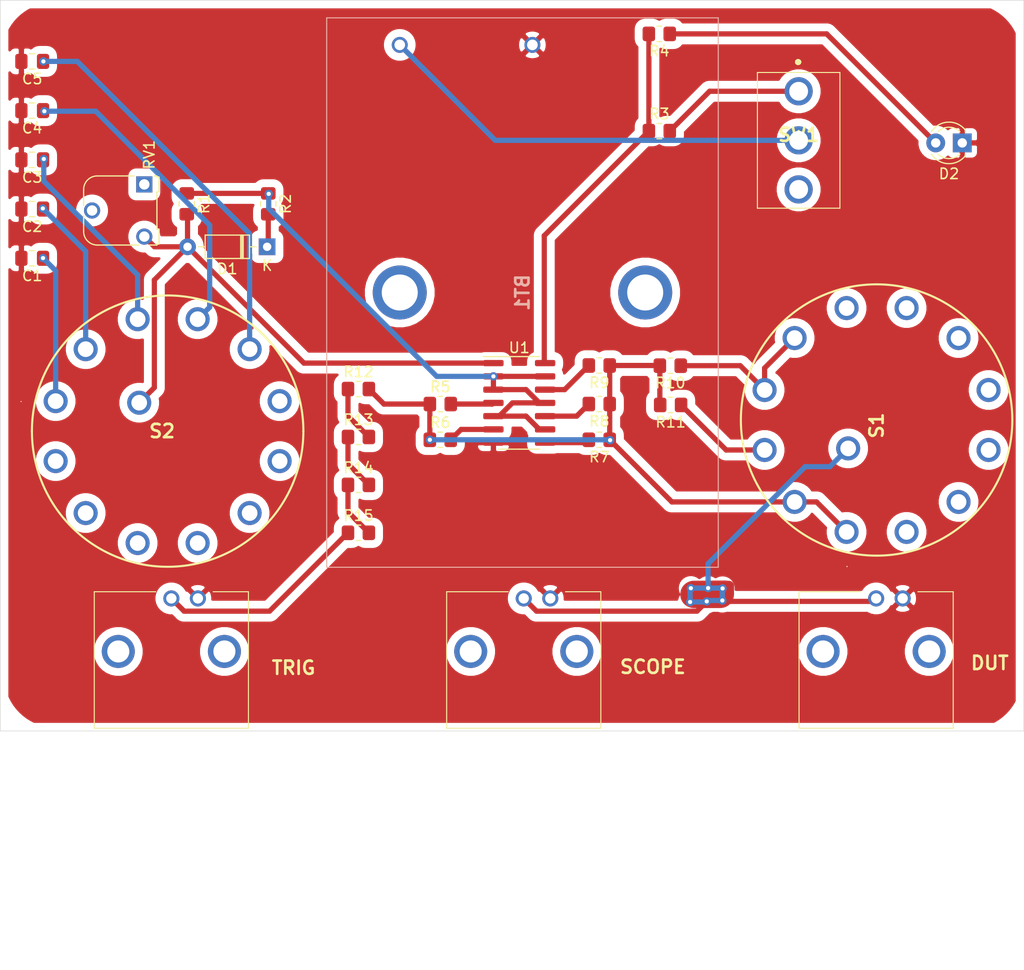
<source format=kicad_pcb>
(kicad_pcb (version 20171130) (host pcbnew "(5.1.8-0-10_14)")

  (general
    (thickness 1.6)
    (drawings 4)
    (tracks 135)
    (zones 0)
    (modules 31)
    (nets 30)
  )

  (page A4)
  (layers
    (0 F.Cu signal)
    (31 B.Cu signal)
    (32 B.Adhes user)
    (33 F.Adhes user)
    (34 B.Paste user)
    (35 F.Paste user)
    (36 B.SilkS user)
    (37 F.SilkS user)
    (38 B.Mask user)
    (39 F.Mask user)
    (40 Dwgs.User user)
    (41 Cmts.User user)
    (42 Eco1.User user)
    (43 Eco2.User user)
    (44 Edge.Cuts user)
    (45 Margin user)
    (46 B.CrtYd user)
    (47 F.CrtYd user)
    (48 B.Fab user)
    (49 F.Fab user)
  )

  (setup
    (last_trace_width 0.25)
    (trace_clearance 0.2)
    (zone_clearance 0.75)
    (zone_45_only no)
    (trace_min 0.2)
    (via_size 0.8)
    (via_drill 0.4)
    (via_min_size 0.4)
    (via_min_drill 0.3)
    (uvia_size 0.3)
    (uvia_drill 0.1)
    (uvias_allowed no)
    (uvia_min_size 0.2)
    (uvia_min_drill 0.1)
    (edge_width 0.05)
    (segment_width 0.2)
    (pcb_text_width 0.3)
    (pcb_text_size 1.5 1.5)
    (mod_edge_width 0.12)
    (mod_text_size 1 1)
    (mod_text_width 0.15)
    (pad_size 1.524 1.524)
    (pad_drill 0.762)
    (pad_to_mask_clearance 0)
    (aux_axis_origin 0 0)
    (visible_elements FFFFFF7F)
    (pcbplotparams
      (layerselection 0x010fc_ffffffff)
      (usegerberextensions false)
      (usegerberattributes true)
      (usegerberadvancedattributes true)
      (creategerberjobfile true)
      (excludeedgelayer true)
      (linewidth 0.100000)
      (plotframeref false)
      (viasonmask false)
      (mode 1)
      (useauxorigin false)
      (hpglpennumber 1)
      (hpglpenspeed 20)
      (hpglpendiameter 15.000000)
      (psnegative false)
      (psa4output false)
      (plotreference true)
      (plotvalue true)
      (plotinvisibletext false)
      (padsonsilk false)
      (subtractmaskfromsilk false)
      (outputformat 1)
      (mirror false)
      (drillshape 1)
      (scaleselection 1)
      (outputdirectory ""))
  )

  (net 0 "")
  (net 1 GND)
  (net 2 "Net-(C1-Pad1)")
  (net 3 "Net-(C2-Pad1)")
  (net 4 "Net-(C3-Pad1)")
  (net 5 "Net-(C4-Pad1)")
  (net 6 "Net-(C5-Pad1)")
  (net 7 "Net-(D1-Pad2)")
  (net 8 "Net-(D1-Pad1)")
  (net 9 "Net-(J1-Pad1)")
  (net 10 "Net-(J3-Pad1)")
  (net 11 "Net-(R1-Pad1)")
  (net 12 "Net-(R3-Pad2)")
  (net 13 "Net-(R3-Pad1)")
  (net 14 "Net-(D2-Pad2)")
  (net 15 "Net-(R5-Pad2)")
  (net 16 "Net-(R10-Pad2)")
  (net 17 "Net-(R6-Pad2)")
  (net 18 "Net-(R7-Pad2)")
  (net 19 "Net-(R8-Pad2)")
  (net 20 "Net-(R9-Pad2)")
  (net 21 "Net-(R10-Pad1)")
  (net 22 "Net-(R11-Pad1)")
  (net 23 "Net-(R12-Pad1)")
  (net 24 "Net-(R13-Pad1)")
  (net 25 "Net-(R14-Pad1)")
  (net 26 "Net-(BT1-Pad1)")
  (net 27 "Net-(S2-Pad10)")
  (net 28 "Net-(S1-Pad10)")
  (net 29 "Net-(SW1-Pad3)")

  (net_class Default "This is the default net class."
    (clearance 0.2)
    (trace_width 0.25)
    (via_dia 0.8)
    (via_drill 0.4)
    (uvia_dia 0.3)
    (uvia_drill 0.1)
    (add_net GND)
    (add_net "Net-(BT1-Pad1)")
    (add_net "Net-(C1-Pad1)")
    (add_net "Net-(C2-Pad1)")
    (add_net "Net-(C3-Pad1)")
    (add_net "Net-(C4-Pad1)")
    (add_net "Net-(C5-Pad1)")
    (add_net "Net-(D1-Pad1)")
    (add_net "Net-(D1-Pad2)")
    (add_net "Net-(D2-Pad2)")
    (add_net "Net-(J1-Pad1)")
    (add_net "Net-(J3-Pad1)")
    (add_net "Net-(R1-Pad1)")
    (add_net "Net-(R10-Pad1)")
    (add_net "Net-(R10-Pad2)")
    (add_net "Net-(R11-Pad1)")
    (add_net "Net-(R12-Pad1)")
    (add_net "Net-(R13-Pad1)")
    (add_net "Net-(R14-Pad1)")
    (add_net "Net-(R3-Pad1)")
    (add_net "Net-(R3-Pad2)")
    (add_net "Net-(R5-Pad2)")
    (add_net "Net-(R6-Pad2)")
    (add_net "Net-(R7-Pad2)")
    (add_net "Net-(R8-Pad2)")
    (add_net "Net-(R9-Pad2)")
    (add_net "Net-(S1-Pad10)")
    (add_net "Net-(S2-Pad10)")
    (add_net "Net-(SW1-Pad3)")
  )

  (module SamacSys_Parts:A10405RNCQE (layer F.Cu) (tedit 0) (tstamp 61F212D6)
    (at 20.30476 50.40122 180)
    (descr A10603RNCQ)
    (tags Switch)
    (path /61F2CBA3)
    (fp_text reference S2 (at -10.189 -2.873) (layer F.SilkS)
      (effects (font (size 1.27 1.27) (thickness 0.254)))
    )
    (fp_text value A10303RNCB (at -10.189 -2.873) (layer F.SilkS) hide
      (effects (font (size 1.27 1.27) (thickness 0.254)))
    )
    (fp_arc (start 3.313 -0.04) (end 3.339 -0.04) (angle 180) (layer F.SilkS) (width 0.052))
    (fp_arc (start 3.313 -0.04) (end 3.287 -0.04) (angle 180) (layer F.SilkS) (width 0.052))
    (fp_arc (start -10.722 -2.873) (end -23.717 -2.873) (angle 180) (layer F.SilkS) (width 0.2))
    (fp_arc (start -10.722 -2.873) (end 2.273 -2.873) (angle 180) (layer F.SilkS) (width 0.2))
    (fp_arc (start -10.722 -2.873) (end -23.717 -2.873) (angle 180) (layer F.Fab) (width 0.2))
    (fp_arc (start -10.722 -2.873) (end 2.273 -2.873) (angle 180) (layer F.Fab) (width 0.2))
    (fp_text user %R (at -10.189 -2.873) (layer F.Fab)
      (effects (font (size 1.27 1.27) (thickness 0.254)))
    )
    (fp_line (start -24.717 -16.868) (end 4.339 -16.868) (layer F.CrtYd) (width 0.1))
    (fp_line (start 4.339 -16.868) (end 4.339 11.122) (layer F.CrtYd) (width 0.1))
    (fp_line (start 4.339 11.122) (end -24.717 11.122) (layer F.CrtYd) (width 0.1))
    (fp_line (start -24.717 11.122) (end -24.717 -16.868) (layer F.CrtYd) (width 0.1))
    (fp_line (start 2.273 -2.873) (end 2.273 -2.873) (layer F.Fab) (width 0.2))
    (fp_line (start -23.717 -2.873) (end -23.717 -2.873) (layer F.Fab) (width 0.2))
    (fp_line (start 2.273 -2.873) (end 2.273 -2.873) (layer F.SilkS) (width 0.2))
    (fp_line (start -23.717 -2.873) (end -23.717 -2.873) (layer F.SilkS) (width 0.2))
    (fp_line (start 3.287 -0.04) (end 3.287 -0.04) (layer F.SilkS) (width 0.052))
    (fp_line (start 3.339 -0.04) (end 3.339 -0.04) (layer F.SilkS) (width 0.052))
    (pad A1 thru_hole circle (at -8 -0.151 180) (size 2.3 2.3) (drill 1.5) (layers *.Cu *.Mask)
      (net 7 "Net-(D1-Pad2)"))
    (pad 12 thru_hole circle (at 0 -5.746 180) (size 2.3 2.3) (drill 1.5) (layers *.Cu *.Mask)
      (net 27 "Net-(S2-Pad10)"))
    (pad 11 thru_hole circle (at -2.873 -10.722 180) (size 2.3 2.3) (drill 1.5) (layers *.Cu *.Mask)
      (net 27 "Net-(S2-Pad10)"))
    (pad 10 thru_hole circle (at -7.849 -13.595 180) (size 2.3 2.3) (drill 1.5) (layers *.Cu *.Mask)
      (net 27 "Net-(S2-Pad10)"))
    (pad 9 thru_hole circle (at -13.595 -13.595 180) (size 2.3 2.3) (drill 1.5) (layers *.Cu *.Mask)
      (net 27 "Net-(S2-Pad10)"))
    (pad 8 thru_hole circle (at -18.571 -10.722 180) (size 2.3 2.3) (drill 1.5) (layers *.Cu *.Mask)
      (net 27 "Net-(S2-Pad10)"))
    (pad 7 thru_hole circle (at -21.444 -5.746 180) (size 2.3 2.3) (drill 1.5) (layers *.Cu *.Mask)
      (net 27 "Net-(S2-Pad10)"))
    (pad 6 thru_hole circle (at -21.444 0 180) (size 2.3 2.3) (drill 1.5) (layers *.Cu *.Mask)
      (net 27 "Net-(S2-Pad10)"))
    (pad 5 thru_hole circle (at -18.571 4.976 180) (size 2.3 2.3) (drill 1.5) (layers *.Cu *.Mask)
      (net 6 "Net-(C5-Pad1)"))
    (pad 4 thru_hole circle (at -13.595 7.849 180) (size 2.3 2.3) (drill 1.5) (layers *.Cu *.Mask)
      (net 5 "Net-(C4-Pad1)"))
    (pad 3 thru_hole circle (at -7.849 7.849 180) (size 2.3 2.3) (drill 1.5) (layers *.Cu *.Mask)
      (net 4 "Net-(C3-Pad1)"))
    (pad 2 thru_hole circle (at -2.873 4.976 180) (size 2.3 2.3) (drill 1.5) (layers *.Cu *.Mask)
      (net 3 "Net-(C2-Pad1)"))
    (pad 1 thru_hole circle (at 0 0 180) (size 2.3 2.3) (drill 1.5) (layers *.Cu *.Mask)
      (net 2 "Net-(C1-Pad1)"))
    (model \\VBOXSVR\Downloads\Kicad\SamacSys_Parts.3dshapes\A10303RNCB.stp
      (at (xyz 0 0 0))
      (scale (xyz 1 1 1))
      (rotate (xyz 0 0 0))
    )
  )

  (module SamacSys_Parts:A10405RNCQE (layer F.Cu) (tedit 0) (tstamp 61F239FD)
    (at 96.03232 62.93022 270)
    (descr A10603RNCQ)
    (tags Switch)
    (path /61F4789B)
    (fp_text reference S1 (at -10.189 -2.873 90) (layer F.SilkS)
      (effects (font (size 1.27 1.27) (thickness 0.254)))
    )
    (fp_text value A10303RNCB (at -10.189 -2.873 90) (layer F.SilkS) hide
      (effects (font (size 1.27 1.27) (thickness 0.254)))
    )
    (fp_arc (start 3.313 -0.04) (end 3.339 -0.04) (angle 180) (layer F.SilkS) (width 0.052))
    (fp_arc (start 3.313 -0.04) (end 3.287 -0.04) (angle 180) (layer F.SilkS) (width 0.052))
    (fp_arc (start -10.722 -2.873) (end -23.717 -2.873) (angle 180) (layer F.SilkS) (width 0.2))
    (fp_arc (start -10.722 -2.873) (end 2.273 -2.873) (angle 180) (layer F.SilkS) (width 0.2))
    (fp_arc (start -10.722 -2.873) (end -23.717 -2.873) (angle 180) (layer F.Fab) (width 0.2))
    (fp_arc (start -10.722 -2.873) (end 2.273 -2.873) (angle 180) (layer F.Fab) (width 0.2))
    (fp_text user %R (at -10.189 -2.873 90) (layer F.Fab)
      (effects (font (size 1.27 1.27) (thickness 0.254)))
    )
    (fp_line (start -24.717 -16.868) (end 4.339 -16.868) (layer F.CrtYd) (width 0.1))
    (fp_line (start 4.339 -16.868) (end 4.339 11.122) (layer F.CrtYd) (width 0.1))
    (fp_line (start 4.339 11.122) (end -24.717 11.122) (layer F.CrtYd) (width 0.1))
    (fp_line (start -24.717 11.122) (end -24.717 -16.868) (layer F.CrtYd) (width 0.1))
    (fp_line (start 2.273 -2.873) (end 2.273 -2.873) (layer F.Fab) (width 0.2))
    (fp_line (start -23.717 -2.873) (end -23.717 -2.873) (layer F.Fab) (width 0.2))
    (fp_line (start 2.273 -2.873) (end 2.273 -2.873) (layer F.SilkS) (width 0.2))
    (fp_line (start -23.717 -2.873) (end -23.717 -2.873) (layer F.SilkS) (width 0.2))
    (fp_line (start 3.287 -0.04) (end 3.287 -0.04) (layer F.SilkS) (width 0.052))
    (fp_line (start 3.339 -0.04) (end 3.339 -0.04) (layer F.SilkS) (width 0.052))
    (pad A1 thru_hole circle (at -8 -0.151 270) (size 2.3 2.3) (drill 1.5) (layers *.Cu *.Mask)
      (net 9 "Net-(J1-Pad1)"))
    (pad 12 thru_hole circle (at 0 -5.746 270) (size 2.3 2.3) (drill 1.5) (layers *.Cu *.Mask)
      (net 28 "Net-(S1-Pad10)"))
    (pad 11 thru_hole circle (at -2.873 -10.722 270) (size 2.3 2.3) (drill 1.5) (layers *.Cu *.Mask)
      (net 28 "Net-(S1-Pad10)"))
    (pad 10 thru_hole circle (at -7.849 -13.595 270) (size 2.3 2.3) (drill 1.5) (layers *.Cu *.Mask)
      (net 28 "Net-(S1-Pad10)"))
    (pad 9 thru_hole circle (at -13.595 -13.595 270) (size 2.3 2.3) (drill 1.5) (layers *.Cu *.Mask)
      (net 28 "Net-(S1-Pad10)"))
    (pad 8 thru_hole circle (at -18.571 -10.722 270) (size 2.3 2.3) (drill 1.5) (layers *.Cu *.Mask)
      (net 28 "Net-(S1-Pad10)"))
    (pad 7 thru_hole circle (at -21.444 -5.746 270) (size 2.3 2.3) (drill 1.5) (layers *.Cu *.Mask)
      (net 28 "Net-(S1-Pad10)"))
    (pad 6 thru_hole circle (at -21.444 0 270) (size 2.3 2.3) (drill 1.5) (layers *.Cu *.Mask)
      (net 28 "Net-(S1-Pad10)"))
    (pad 5 thru_hole circle (at -18.571 4.976 270) (size 2.3 2.3) (drill 1.5) (layers *.Cu *.Mask)
      (net 21 "Net-(R10-Pad1)"))
    (pad 4 thru_hole circle (at -13.595 7.849 270) (size 2.3 2.3) (drill 1.5) (layers *.Cu *.Mask)
      (net 21 "Net-(R10-Pad1)"))
    (pad 3 thru_hole circle (at -7.849 7.849 270) (size 2.3 2.3) (drill 1.5) (layers *.Cu *.Mask)
      (net 22 "Net-(R11-Pad1)"))
    (pad 2 thru_hole circle (at -2.873 4.976 270) (size 2.3 2.3) (drill 1.5) (layers *.Cu *.Mask)
      (net 16 "Net-(R10-Pad2)"))
    (pad 1 thru_hole circle (at 0 0 270) (size 2.3 2.3) (drill 1.5) (layers *.Cu *.Mask)
      (net 16 "Net-(R10-Pad2)"))
    (model \\VBOXSVR\Downloads\Kicad\SamacSys_Parts.3dshapes\A10303RNCB.stp
      (at (xyz 0 0 0))
      (scale (xyz 1 1 1))
      (rotate (xyz 0 0 0))
    )
  )

  (module Potentiometer_THT:Potentiometer_Runtron_RM-065_Vertical (layer F.Cu) (tedit 5BF6754C) (tstamp 61F292E5)
    (at 28.7909 29.63926 270)
    (descr "Potentiometer, vertical, Trimmer, RM-065 http://www.runtron.com/down/PDF%20Datasheet/Carbon%20Film%20Potentiometer/RM065%20RM063.pdf")
    (tags "Potentiometer Trimmer RM-065")
    (path /61FD701F)
    (fp_text reference RV1 (at -2.84226 -0.47498 90) (layer F.SilkS)
      (effects (font (size 1 1) (thickness 0.15)))
    )
    (fp_text value R_POT_TRIM_US (at 2.6 7.4 90) (layer F.Fab)
      (effects (font (size 1 1) (thickness 0.15)))
    )
    (fp_text user %R (at 2.5 2.5 90) (layer F.Fab)
      (effects (font (size 1 1) (thickness 0.15)))
    )
    (fp_arc (start 4.5 4.5) (end 4.5 5.7) (angle -90) (layer F.Fab) (width 0.1))
    (fp_arc (start 0.5 4.5) (end -0.7 4.5) (angle -90) (layer F.Fab) (width 0.1))
    (fp_arc (start 0.5 4.5) (end -0.81 4.5) (angle -90) (layer F.SilkS) (width 0.12))
    (fp_arc (start 4.5 4.5) (end 4.5 5.81) (angle -90) (layer F.SilkS) (width 0.12))
    (fp_line (start 5.81 -1.21) (end 5.81 -0.52) (layer F.SilkS) (width 0.12))
    (fp_line (start 5.71 -1.21) (end 5.81 -1.21) (layer F.SilkS) (width 0.12))
    (fp_line (start -0.81 -1.21) (end -0.81 -0.96) (layer F.SilkS) (width 0.12))
    (fp_line (start -0.71 -1.21) (end -0.81 -1.21) (layer F.SilkS) (width 0.12))
    (fp_line (start -0.71 -1.41) (end -0.71 -1.21) (layer F.SilkS) (width 0.12))
    (fp_line (start 0.71 -1.21) (end 0.71 -1.41) (layer F.SilkS) (width 0.12))
    (fp_circle (center 2.5 2.5) (end 5.5 2.5) (layer F.Fab) (width 0.1))
    (fp_line (start -1.03 -1.55) (end 6.03 -1.55) (layer F.CrtYd) (width 0.05))
    (fp_line (start -1.03 -1.55) (end -1.03 6.05) (layer F.CrtYd) (width 0.05))
    (fp_line (start 6.03 6.05) (end 6.03 -1.55) (layer F.CrtYd) (width 0.05))
    (fp_line (start 6.05 6.03) (end -1.05 6.03) (layer F.CrtYd) (width 0.05))
    (fp_line (start 5.7 -1.1) (end -0.7 -1.1) (layer F.Fab) (width 0.1))
    (fp_line (start 4.4 -1.3) (end 4.4 -1.1) (layer F.Fab) (width 0.1))
    (fp_line (start 5.6 -1.3) (end 4.41 -1.3) (layer F.Fab) (width 0.1))
    (fp_line (start 5.6 -1.1) (end 5.6 -1.3) (layer F.Fab) (width 0.1))
    (fp_line (start 0.6 -1.3) (end 0.6 -1.1) (layer F.Fab) (width 0.1))
    (fp_line (start -0.6 -1.3) (end 0.6 -1.3) (layer F.Fab) (width 0.1))
    (fp_line (start -0.6 -1.1) (end -0.6 -1.3) (layer F.Fab) (width 0.1))
    (fp_line (start -0.7 4.5) (end -0.7 -1.1) (layer F.Fab) (width 0.1))
    (fp_line (start 5.7 4.5) (end 5.7 -1.1) (layer F.Fab) (width 0.1))
    (fp_line (start 0.5 5.7) (end 4.5 5.7) (layer F.Fab) (width 0.1))
    (fp_line (start 4.5 5.81) (end 3.01 5.81) (layer F.SilkS) (width 0.12))
    (fp_line (start 5.81 0.52) (end 5.81 4.5) (layer F.SilkS) (width 0.12))
    (fp_line (start -0.81 4.5) (end -0.81 0.96) (layer F.SilkS) (width 0.12))
    (fp_line (start 1.99 5.81) (end 0.5 5.81) (layer F.SilkS) (width 0.12))
    (fp_line (start 5.71 -1.41) (end 5.71 -1.21) (layer F.SilkS) (width 0.12))
    (fp_line (start 4.29 -1.41) (end 5.71 -1.41) (layer F.SilkS) (width 0.12))
    (fp_line (start 4.29 -1.21) (end 4.29 -1.41) (layer F.SilkS) (width 0.12))
    (fp_line (start 0.71 -1.21) (end 4.29 -1.21) (layer F.SilkS) (width 0.12))
    (fp_line (start -0.71 -1.41) (end 0.71 -1.41) (layer F.SilkS) (width 0.12))
    (pad 2 thru_hole circle (at 2.5 5 270) (size 1.55 1.55) (drill 1) (layers *.Cu *.Mask)
      (net 11 "Net-(R1-Pad1)"))
    (pad 1 thru_hole rect (at 0 0 270) (size 1.55 1.55) (drill 1) (layers *.Cu *.Mask)
      (net 11 "Net-(R1-Pad1)"))
    (pad 3 thru_hole circle (at 5 0 270) (size 1.55 1.55) (drill 1) (layers *.Cu *.Mask)
      (net 7 "Net-(D1-Pad2)"))
    (model ${KISYS3DMOD}/Potentiometer_THT.3dshapes/Potentiometer_Runtron_RM-065_Vertical.wrl
      (at (xyz 0 0 0))
      (scale (xyz 1 1 1))
      (rotate (xyz 0 0 0))
    )
  )

  (module LED_THT:LED_D3.0mm (layer F.Cu) (tedit 587A3A7B) (tstamp 61F25FA7)
    (at 107.10672 25.66416 180)
    (descr "LED, diameter 3.0mm, 2 pins")
    (tags "LED diameter 3.0mm 2 pins")
    (path /61F97568)
    (fp_text reference D2 (at 1.27 -2.96) (layer F.SilkS)
      (effects (font (size 1 1) (thickness 0.15)))
    )
    (fp_text value LED (at 1.27 2.96) (layer F.Fab)
      (effects (font (size 1 1) (thickness 0.15)))
    )
    (fp_arc (start 1.27 0) (end 0.229039 1.08) (angle -87.9) (layer F.SilkS) (width 0.12))
    (fp_arc (start 1.27 0) (end 0.229039 -1.08) (angle 87.9) (layer F.SilkS) (width 0.12))
    (fp_arc (start 1.27 0) (end -0.29 1.235516) (angle -108.8) (layer F.SilkS) (width 0.12))
    (fp_arc (start 1.27 0) (end -0.29 -1.235516) (angle 108.8) (layer F.SilkS) (width 0.12))
    (fp_arc (start 1.27 0) (end -0.23 -1.16619) (angle 284.3) (layer F.Fab) (width 0.1))
    (fp_circle (center 1.27 0) (end 2.77 0) (layer F.Fab) (width 0.1))
    (fp_line (start -0.23 -1.16619) (end -0.23 1.16619) (layer F.Fab) (width 0.1))
    (fp_line (start -0.29 -1.236) (end -0.29 -1.08) (layer F.SilkS) (width 0.12))
    (fp_line (start -0.29 1.08) (end -0.29 1.236) (layer F.SilkS) (width 0.12))
    (fp_line (start -1.15 -2.25) (end -1.15 2.25) (layer F.CrtYd) (width 0.05))
    (fp_line (start -1.15 2.25) (end 3.7 2.25) (layer F.CrtYd) (width 0.05))
    (fp_line (start 3.7 2.25) (end 3.7 -2.25) (layer F.CrtYd) (width 0.05))
    (fp_line (start 3.7 -2.25) (end -1.15 -2.25) (layer F.CrtYd) (width 0.05))
    (pad 2 thru_hole circle (at 2.54 0 180) (size 1.8 1.8) (drill 0.9) (layers *.Cu *.Mask)
      (net 14 "Net-(D2-Pad2)"))
    (pad 1 thru_hole rect (at 0 0 180) (size 1.8 1.8) (drill 0.9) (layers *.Cu *.Mask)
      (net 1 GND))
    (model ${KISYS3DMOD}/LED_THT.3dshapes/LED_D3.0mm.wrl
      (at (xyz 0 0 0))
      (scale (xyz 1 1 1))
      (rotate (xyz 0 0 0))
    )
  )

  (module SamacSys_Parts:M2012LL1W03 (layer F.Cu) (tedit 0) (tstamp 61F1F481)
    (at 91.44254 20.71878 180)
    (descr M2012LL1W03-2)
    (tags Switch)
    (path /61F852B8)
    (fp_text reference SW1 (at 0 -4.175) (layer F.SilkS)
      (effects (font (size 1.27 1.27) (thickness 0.254)))
    )
    (fp_text value SW_SPDT (at 0 -4.175) (layer F.SilkS) hide
      (effects (font (size 1.27 1.27) (thickness 0.254)))
    )
    (fp_line (start 0.1 2.8) (end 0.1 2.8) (layer F.SilkS) (width 0.5))
    (fp_line (start 0 2.8) (end 0 2.8) (layer F.SilkS) (width 0.5))
    (fp_line (start -4.95 3.85) (end -4.95 -12.2) (layer F.CrtYd) (width 0.1))
    (fp_line (start 4.95 3.85) (end -4.95 3.85) (layer F.CrtYd) (width 0.1))
    (fp_line (start 4.95 -12.2) (end 4.95 3.85) (layer F.CrtYd) (width 0.1))
    (fp_line (start -4.95 -12.2) (end 4.95 -12.2) (layer F.CrtYd) (width 0.1))
    (fp_line (start -3.95 1.8) (end -3.95 -11.2) (layer F.SilkS) (width 0.1))
    (fp_line (start 3.95 1.8) (end -3.95 1.8) (layer F.SilkS) (width 0.1))
    (fp_line (start 3.95 -11.2) (end 3.95 1.8) (layer F.SilkS) (width 0.1))
    (fp_line (start -3.95 -11.2) (end 3.95 -11.2) (layer F.SilkS) (width 0.1))
    (fp_line (start -3.95 1.8) (end -3.95 -11.2) (layer F.Fab) (width 0.2))
    (fp_line (start 3.95 1.8) (end -3.95 1.8) (layer F.Fab) (width 0.2))
    (fp_line (start 3.95 -11.2) (end 3.95 1.8) (layer F.Fab) (width 0.2))
    (fp_line (start -3.95 -11.2) (end 3.95 -11.2) (layer F.Fab) (width 0.2))
    (fp_arc (start 0.05 2.8) (end 0.1 2.8) (angle -180) (layer F.SilkS) (width 0.5))
    (fp_arc (start 0.05 2.8) (end 0 2.8) (angle -180) (layer F.SilkS) (width 0.5))
    (fp_text user %R (at 0 -4.175) (layer F.Fab)
      (effects (font (size 1.27 1.27) (thickness 0.254)))
    )
    (pad 3 thru_hole circle (at 0 -9.4 180) (size 2.7 2.7) (drill 1.8) (layers *.Cu *.Mask)
      (net 29 "Net-(SW1-Pad3)"))
    (pad 2 thru_hole circle (at 0 -4.7 180) (size 2.7 2.7) (drill 1.8) (layers *.Cu *.Mask)
      (net 26 "Net-(BT1-Pad1)"))
    (pad 1 thru_hole circle (at 0 0 180) (size 2.7 2.7) (drill 1.8) (layers *.Cu *.Mask)
      (net 12 "Net-(R3-Pad2)"))
    (model \\VBOXSVR\Downloads\Kicad\SamacSys_Parts.3dshapes\M2012LL1W03.stp
      (at (xyz 0 0 0))
      (scale (xyz 1 1 1))
      (rotate (xyz 0 0 0))
    )
  )

  (module SamacSys_Parts:731375003 (layer F.Cu) (tedit 0) (tstamp 61F0E058)
    (at 31.3817 69.30136)
    (descr 73137-5003-2)
    (tags Connector)
    (path /61F5DC0D)
    (fp_text reference TRIG (at 11.70178 6.64972) (layer F.SilkS)
      (effects (font (size 1.27 1.27) (thickness 0.254)))
    )
    (fp_text value Trig (at 0 16.885) (layer F.SilkS) hide
      (effects (font (size 1.27 1.27) (thickness 0.254)))
    )
    (fp_line (start 7.38 -0.64) (end 4 -0.64) (layer F.SilkS) (width 0.1))
    (fp_line (start 7.38 12.44) (end 7.38 -0.64) (layer F.SilkS) (width 0.1))
    (fp_line (start -7.38 12.44) (end 7.38 12.44) (layer F.SilkS) (width 0.1))
    (fp_line (start -7.38 -0.64) (end -7.38 12.44) (layer F.SilkS) (width 0.1))
    (fp_line (start -1.5 -0.64) (end -7.38 -0.64) (layer F.SilkS) (width 0.1))
    (fp_line (start -8.38 35.54) (end -8.38 -1.77) (layer F.CrtYd) (width 0.1))
    (fp_line (start 8.38 35.54) (end -8.38 35.54) (layer F.CrtYd) (width 0.1))
    (fp_line (start 8.38 -1.77) (end 8.38 35.54) (layer F.CrtYd) (width 0.1))
    (fp_line (start -8.38 -1.77) (end 8.38 -1.77) (layer F.CrtYd) (width 0.1))
    (fp_line (start -6 34.54) (end -6 22.54) (layer F.Fab) (width 0.2))
    (fp_line (start 6 34.54) (end -6 34.54) (layer F.Fab) (width 0.2))
    (fp_line (start 6 22.54) (end 6 34.54) (layer F.Fab) (width 0.2))
    (fp_line (start -6 22.54) (end 6 22.54) (layer F.Fab) (width 0.2))
    (fp_line (start -7 22.54) (end -7 12.44) (layer F.Fab) (width 0.2))
    (fp_line (start 7 22.54) (end -7 22.54) (layer F.Fab) (width 0.2))
    (fp_line (start 7 12.44) (end 7 22.54) (layer F.Fab) (width 0.2))
    (fp_line (start -7 12.44) (end 7 12.44) (layer F.Fab) (width 0.2))
    (fp_line (start -7.38 12.44) (end -7.38 -0.64) (layer F.Fab) (width 0.2))
    (fp_line (start 7.38 12.44) (end -7.38 12.44) (layer F.Fab) (width 0.2))
    (fp_line (start 7.38 -0.64) (end 7.38 12.44) (layer F.Fab) (width 0.2))
    (fp_line (start -7.38 -0.64) (end 7.38 -0.64) (layer F.Fab) (width 0.2))
    (fp_text user %R (at 0 16.885) (layer F.Fab)
      (effects (font (size 1.27 1.27) (thickness 0.254)))
    )
    (pad MH2 thru_hole circle (at 5.08 5.08) (size 3.165 3.165) (drill 2.11) (layers *.Cu *.Mask))
    (pad MH1 thru_hole circle (at -5.08 5.08) (size 3.165 3.165) (drill 2.11) (layers *.Cu *.Mask))
    (pad 2 thru_hole circle (at 2.54 0) (size 1.54 1.54) (drill 0.99) (layers *.Cu *.Mask)
      (net 1 GND))
    (pad 1 thru_hole circle (at 0 0) (size 1.54 1.54) (drill 0.99) (layers *.Cu *.Mask)
      (net 10 "Net-(J3-Pad1)"))
    (model \\VBOXSVR\Downloads\Kicad\SamacSys_Parts.3dshapes\73137-5003.stp
      (at (xyz 0 0 0))
      (scale (xyz 1 1 1))
      (rotate (xyz 0 0 0))
    )
  )

  (module SamacSys_Parts:731375003 (layer F.Cu) (tedit 0) (tstamp 61F0E033)
    (at 65.12179 69.30136)
    (descr 73137-5003-2)
    (tags Connector)
    (path /61F21B97)
    (fp_text reference SCOPE (at 12.35837 6.55828) (layer F.SilkS)
      (effects (font (size 1.27 1.27) (thickness 0.254)))
    )
    (fp_text value Scope (at 0 16.885) (layer F.SilkS) hide
      (effects (font (size 1.27 1.27) (thickness 0.254)))
    )
    (fp_line (start 7.38 -0.64) (end 4 -0.64) (layer F.SilkS) (width 0.1))
    (fp_line (start 7.38 12.44) (end 7.38 -0.64) (layer F.SilkS) (width 0.1))
    (fp_line (start -7.38 12.44) (end 7.38 12.44) (layer F.SilkS) (width 0.1))
    (fp_line (start -7.38 -0.64) (end -7.38 12.44) (layer F.SilkS) (width 0.1))
    (fp_line (start -1.5 -0.64) (end -7.38 -0.64) (layer F.SilkS) (width 0.1))
    (fp_line (start -8.38 35.54) (end -8.38 -1.77) (layer F.CrtYd) (width 0.1))
    (fp_line (start 8.38 35.54) (end -8.38 35.54) (layer F.CrtYd) (width 0.1))
    (fp_line (start 8.38 -1.77) (end 8.38 35.54) (layer F.CrtYd) (width 0.1))
    (fp_line (start -8.38 -1.77) (end 8.38 -1.77) (layer F.CrtYd) (width 0.1))
    (fp_line (start -6 34.54) (end -6 22.54) (layer F.Fab) (width 0.2))
    (fp_line (start 6 34.54) (end -6 34.54) (layer F.Fab) (width 0.2))
    (fp_line (start 6 22.54) (end 6 34.54) (layer F.Fab) (width 0.2))
    (fp_line (start -6 22.54) (end 6 22.54) (layer F.Fab) (width 0.2))
    (fp_line (start -7 22.54) (end -7 12.44) (layer F.Fab) (width 0.2))
    (fp_line (start 7 22.54) (end -7 22.54) (layer F.Fab) (width 0.2))
    (fp_line (start 7 12.44) (end 7 22.54) (layer F.Fab) (width 0.2))
    (fp_line (start -7 12.44) (end 7 12.44) (layer F.Fab) (width 0.2))
    (fp_line (start -7.38 12.44) (end -7.38 -0.64) (layer F.Fab) (width 0.2))
    (fp_line (start 7.38 12.44) (end -7.38 12.44) (layer F.Fab) (width 0.2))
    (fp_line (start 7.38 -0.64) (end 7.38 12.44) (layer F.Fab) (width 0.2))
    (fp_line (start -7.38 -0.64) (end 7.38 -0.64) (layer F.Fab) (width 0.2))
    (fp_text user %R (at 0 16.885) (layer F.Fab)
      (effects (font (size 1.27 1.27) (thickness 0.254)))
    )
    (pad MH2 thru_hole circle (at 5.08 5.08) (size 3.165 3.165) (drill 2.11) (layers *.Cu *.Mask))
    (pad MH1 thru_hole circle (at -5.08 5.08) (size 3.165 3.165) (drill 2.11) (layers *.Cu *.Mask))
    (pad 2 thru_hole circle (at 2.54 0) (size 1.54 1.54) (drill 0.99) (layers *.Cu *.Mask)
      (net 1 GND))
    (pad 1 thru_hole circle (at 0 0) (size 1.54 1.54) (drill 0.99) (layers *.Cu *.Mask)
      (net 9 "Net-(J1-Pad1)"))
    (model \\VBOXSVR\Downloads\Kicad\SamacSys_Parts.3dshapes\73137-5003.stp
      (at (xyz 0 0 0))
      (scale (xyz 1 1 1))
      (rotate (xyz 0 0 0))
    )
  )

  (module SamacSys_Parts:731375003 (layer F.Cu) (tedit 0) (tstamp 61F0E00E)
    (at 98.86188 69.30136)
    (descr 73137-5003-2)
    (tags Connector)
    (path /61F5B243)
    (fp_text reference DUT (at 10.87628 6.18744) (layer F.SilkS)
      (effects (font (size 1.27 1.27) (thickness 0.254)))
    )
    (fp_text value DUT (at 0 16.885) (layer F.SilkS) hide
      (effects (font (size 1.27 1.27) (thickness 0.254)))
    )
    (fp_line (start 7.38 -0.64) (end 4 -0.64) (layer F.SilkS) (width 0.1))
    (fp_line (start 7.38 12.44) (end 7.38 -0.64) (layer F.SilkS) (width 0.1))
    (fp_line (start -7.38 12.44) (end 7.38 12.44) (layer F.SilkS) (width 0.1))
    (fp_line (start -7.38 -0.64) (end -7.38 12.44) (layer F.SilkS) (width 0.1))
    (fp_line (start -1.5 -0.64) (end -7.38 -0.64) (layer F.SilkS) (width 0.1))
    (fp_line (start -8.38 35.54) (end -8.38 -1.77) (layer F.CrtYd) (width 0.1))
    (fp_line (start 8.38 35.54) (end -8.38 35.54) (layer F.CrtYd) (width 0.1))
    (fp_line (start 8.38 -1.77) (end 8.38 35.54) (layer F.CrtYd) (width 0.1))
    (fp_line (start -8.38 -1.77) (end 8.38 -1.77) (layer F.CrtYd) (width 0.1))
    (fp_line (start -6 34.54) (end -6 22.54) (layer F.Fab) (width 0.2))
    (fp_line (start 6 34.54) (end -6 34.54) (layer F.Fab) (width 0.2))
    (fp_line (start 6 22.54) (end 6 34.54) (layer F.Fab) (width 0.2))
    (fp_line (start -6 22.54) (end 6 22.54) (layer F.Fab) (width 0.2))
    (fp_line (start -7 22.54) (end -7 12.44) (layer F.Fab) (width 0.2))
    (fp_line (start 7 22.54) (end -7 22.54) (layer F.Fab) (width 0.2))
    (fp_line (start 7 12.44) (end 7 22.54) (layer F.Fab) (width 0.2))
    (fp_line (start -7 12.44) (end 7 12.44) (layer F.Fab) (width 0.2))
    (fp_line (start -7.38 12.44) (end -7.38 -0.64) (layer F.Fab) (width 0.2))
    (fp_line (start 7.38 12.44) (end -7.38 12.44) (layer F.Fab) (width 0.2))
    (fp_line (start 7.38 -0.64) (end 7.38 12.44) (layer F.Fab) (width 0.2))
    (fp_line (start -7.38 -0.64) (end 7.38 -0.64) (layer F.Fab) (width 0.2))
    (fp_text user %R (at 0 16.885) (layer F.Fab)
      (effects (font (size 1.27 1.27) (thickness 0.254)))
    )
    (pad MH2 thru_hole circle (at 5.08 5.08) (size 3.165 3.165) (drill 2.11) (layers *.Cu *.Mask))
    (pad MH1 thru_hole circle (at -5.08 5.08) (size 3.165 3.165) (drill 2.11) (layers *.Cu *.Mask))
    (pad 2 thru_hole circle (at 2.54 0) (size 1.54 1.54) (drill 0.99) (layers *.Cu *.Mask)
      (net 1 GND))
    (pad 1 thru_hole circle (at 0 0) (size 1.54 1.54) (drill 0.99) (layers *.Cu *.Mask)
      (net 9 "Net-(J1-Pad1)"))
    (model \\VBOXSVR\Downloads\Kicad\SamacSys_Parts.3dshapes\73137-5003.stp
      (at (xyz 0 0 0))
      (scale (xyz 1 1 1))
      (rotate (xyz 0 0 0))
    )
  )

  (module SamacSys_Parts:2479 (layer B.Cu) (tedit 0) (tstamp 61F1F134)
    (at 65 40 90)
    (descr 2479)
    (tags "Undefined or Miscellaneous")
    (path /61F7CA4B)
    (fp_text reference BT1 (at 0 0 90) (layer B.SilkS)
      (effects (font (size 1.27 1.27) (thickness 0.254)) (justify mirror))
    )
    (fp_text value Battery (at 0 0 90) (layer B.SilkS) hide
      (effects (font (size 1.27 1.27) (thickness 0.254)) (justify mirror))
    )
    (fp_line (start -27.315 -19.745) (end -27.315 19.745) (layer B.CrtYd) (width 0.1))
    (fp_line (start 27.315 -19.745) (end -27.315 -19.745) (layer B.CrtYd) (width 0.1))
    (fp_line (start 27.315 19.745) (end 27.315 -19.745) (layer B.CrtYd) (width 0.1))
    (fp_line (start -27.315 19.745) (end 27.315 19.745) (layer B.CrtYd) (width 0.1))
    (fp_line (start -26.315 -18.745) (end -26.315 18.745) (layer B.SilkS) (width 0.1))
    (fp_line (start 26.315 -18.745) (end -26.315 -18.745) (layer B.SilkS) (width 0.1))
    (fp_line (start 26.315 18.745) (end 26.315 -18.745) (layer B.SilkS) (width 0.1))
    (fp_line (start -26.315 18.745) (end 26.315 18.745) (layer B.SilkS) (width 0.1))
    (fp_line (start -26.315 -18.745) (end -26.315 18.745) (layer B.Fab) (width 0.2))
    (fp_line (start 26.315 -18.745) (end -26.315 -18.745) (layer B.Fab) (width 0.2))
    (fp_line (start 26.315 18.745) (end 26.315 -18.745) (layer B.Fab) (width 0.2))
    (fp_line (start -26.315 18.745) (end 26.315 18.745) (layer B.Fab) (width 0.2))
    (fp_text user %R (at 0 0 90) (layer B.Fab)
      (effects (font (size 1.27 1.27) (thickness 0.254)) (justify mirror))
    )
    (pad 4 thru_hole circle (at 0.005 11.75 90) (size 5.175 5.175) (drill 3.45) (layers *.Cu *.Mask))
    (pad 3 thru_hole circle (at 0.005 -11.75 90) (size 5.175 5.175) (drill 3.45) (layers *.Cu *.Mask))
    (pad 2 thru_hole circle (at 23.725 0.95 90) (size 1.53 1.53) (drill 1.02) (layers *.Cu *.Mask)
      (net 1 GND))
    (pad 1 thru_hole circle (at 23.725 -11.75 90) (size 1.53 1.53) (drill 1.02) (layers *.Cu *.Mask)
      (net 26 "Net-(BT1-Pad1)"))
    (model \\VBOXSVR\Downloads\Kicad\SamacSys_Parts.3dshapes\2479.stp
      (at (xyz 0 0 0))
      (scale (xyz 1 1 1))
      (rotate (xyz 0 0 0))
    )
  )

  (module Package_SO:SOIC-14_3.9x8.7mm_P1.27mm (layer F.Cu) (tedit 5D9F72B1) (tstamp 61F0E177)
    (at 64.69276 50.56886)
    (descr "SOIC, 14 Pin (JEDEC MS-012AB, https://www.analog.com/media/en/package-pcb-resources/package/pkg_pdf/soic_narrow-r/r_14.pdf), generated with kicad-footprint-generator ipc_gullwing_generator.py")
    (tags "SOIC SO")
    (path /61EF9A47)
    (attr smd)
    (fp_text reference U1 (at 0 -5.28) (layer F.SilkS)
      (effects (font (size 1 1) (thickness 0.15)))
    )
    (fp_text value 74HC14 (at 0 5.28) (layer F.Fab)
      (effects (font (size 1 1) (thickness 0.15)))
    )
    (fp_line (start 0 4.435) (end 1.95 4.435) (layer F.SilkS) (width 0.12))
    (fp_line (start 0 4.435) (end -1.95 4.435) (layer F.SilkS) (width 0.12))
    (fp_line (start 0 -4.435) (end 1.95 -4.435) (layer F.SilkS) (width 0.12))
    (fp_line (start 0 -4.435) (end -3.45 -4.435) (layer F.SilkS) (width 0.12))
    (fp_line (start -0.975 -4.325) (end 1.95 -4.325) (layer F.Fab) (width 0.1))
    (fp_line (start 1.95 -4.325) (end 1.95 4.325) (layer F.Fab) (width 0.1))
    (fp_line (start 1.95 4.325) (end -1.95 4.325) (layer F.Fab) (width 0.1))
    (fp_line (start -1.95 4.325) (end -1.95 -3.35) (layer F.Fab) (width 0.1))
    (fp_line (start -1.95 -3.35) (end -0.975 -4.325) (layer F.Fab) (width 0.1))
    (fp_line (start -3.7 -4.58) (end -3.7 4.58) (layer F.CrtYd) (width 0.05))
    (fp_line (start -3.7 4.58) (end 3.7 4.58) (layer F.CrtYd) (width 0.05))
    (fp_line (start 3.7 4.58) (end 3.7 -4.58) (layer F.CrtYd) (width 0.05))
    (fp_line (start 3.7 -4.58) (end -3.7 -4.58) (layer F.CrtYd) (width 0.05))
    (fp_text user %R (at 0 0) (layer F.Fab)
      (effects (font (size 0.98 0.98) (thickness 0.15)))
    )
    (pad 14 smd roundrect (at 2.475 -3.81) (size 1.95 0.6) (layers F.Cu F.Paste F.Mask) (roundrect_rratio 0.25)
      (net 13 "Net-(R3-Pad1)"))
    (pad 13 smd roundrect (at 2.475 -2.54) (size 1.95 0.6) (layers F.Cu F.Paste F.Mask) (roundrect_rratio 0.25)
      (net 11 "Net-(R1-Pad1)"))
    (pad 12 smd roundrect (at 2.475 -1.27) (size 1.95 0.6) (layers F.Cu F.Paste F.Mask) (roundrect_rratio 0.25)
      (net 20 "Net-(R9-Pad2)"))
    (pad 11 smd roundrect (at 2.475 0) (size 1.95 0.6) (layers F.Cu F.Paste F.Mask) (roundrect_rratio 0.25)
      (net 11 "Net-(R1-Pad1)"))
    (pad 10 smd roundrect (at 2.475 1.27) (size 1.95 0.6) (layers F.Cu F.Paste F.Mask) (roundrect_rratio 0.25)
      (net 19 "Net-(R8-Pad2)"))
    (pad 9 smd roundrect (at 2.475 2.54) (size 1.95 0.6) (layers F.Cu F.Paste F.Mask) (roundrect_rratio 0.25)
      (net 11 "Net-(R1-Pad1)"))
    (pad 8 smd roundrect (at 2.475 3.81) (size 1.95 0.6) (layers F.Cu F.Paste F.Mask) (roundrect_rratio 0.25)
      (net 18 "Net-(R7-Pad2)"))
    (pad 7 smd roundrect (at -2.475 3.81) (size 1.95 0.6) (layers F.Cu F.Paste F.Mask) (roundrect_rratio 0.25)
      (net 1 GND))
    (pad 6 smd roundrect (at -2.475 2.54) (size 1.95 0.6) (layers F.Cu F.Paste F.Mask) (roundrect_rratio 0.25)
      (net 17 "Net-(R6-Pad2)"))
    (pad 5 smd roundrect (at -2.475 1.27) (size 1.95 0.6) (layers F.Cu F.Paste F.Mask) (roundrect_rratio 0.25)
      (net 11 "Net-(R1-Pad1)"))
    (pad 4 smd roundrect (at -2.475 0) (size 1.95 0.6) (layers F.Cu F.Paste F.Mask) (roundrect_rratio 0.25)
      (net 15 "Net-(R5-Pad2)"))
    (pad 3 smd roundrect (at -2.475 -1.27) (size 1.95 0.6) (layers F.Cu F.Paste F.Mask) (roundrect_rratio 0.25)
      (net 11 "Net-(R1-Pad1)"))
    (pad 2 smd roundrect (at -2.475 -2.54) (size 1.95 0.6) (layers F.Cu F.Paste F.Mask) (roundrect_rratio 0.25)
      (net 11 "Net-(R1-Pad1)"))
    (pad 1 smd roundrect (at -2.475 -3.81) (size 1.95 0.6) (layers F.Cu F.Paste F.Mask) (roundrect_rratio 0.25)
      (net 7 "Net-(D1-Pad2)"))
    (model ${KISYS3DMOD}/Package_SO.3dshapes/SOIC-14_3.9x8.7mm_P1.27mm.wrl
      (at (xyz 0 0 0))
      (scale (xyz 1 1 1))
      (rotate (xyz 0 0 0))
    )
  )

  (module Resistor_SMD:R_0805_2012Metric_Pad1.20x1.40mm_HandSolder (layer F.Cu) (tedit 5F68FEEE) (tstamp 61F0E157)
    (at 49.29302 63.01486)
    (descr "Resistor SMD 0805 (2012 Metric), square (rectangular) end terminal, IPC_7351 nominal with elongated pad for handsoldering. (Body size source: IPC-SM-782 page 72, https://www.pcb-3d.com/wordpress/wp-content/uploads/ipc-sm-782a_amendment_1_and_2.pdf), generated with kicad-footprint-generator")
    (tags "resistor handsolder")
    (path /61F60236)
    (attr smd)
    (fp_text reference R15 (at 0 -1.65) (layer F.SilkS)
      (effects (font (size 1 1) (thickness 0.15)))
    )
    (fp_text value 250 (at 0 1.65) (layer F.Fab)
      (effects (font (size 1 1) (thickness 0.15)))
    )
    (fp_line (start -1 0.625) (end -1 -0.625) (layer F.Fab) (width 0.1))
    (fp_line (start -1 -0.625) (end 1 -0.625) (layer F.Fab) (width 0.1))
    (fp_line (start 1 -0.625) (end 1 0.625) (layer F.Fab) (width 0.1))
    (fp_line (start 1 0.625) (end -1 0.625) (layer F.Fab) (width 0.1))
    (fp_line (start -0.227064 -0.735) (end 0.227064 -0.735) (layer F.SilkS) (width 0.12))
    (fp_line (start -0.227064 0.735) (end 0.227064 0.735) (layer F.SilkS) (width 0.12))
    (fp_line (start -1.85 0.95) (end -1.85 -0.95) (layer F.CrtYd) (width 0.05))
    (fp_line (start -1.85 -0.95) (end 1.85 -0.95) (layer F.CrtYd) (width 0.05))
    (fp_line (start 1.85 -0.95) (end 1.85 0.95) (layer F.CrtYd) (width 0.05))
    (fp_line (start 1.85 0.95) (end -1.85 0.95) (layer F.CrtYd) (width 0.05))
    (fp_text user %R (at 0 0) (layer F.Fab)
      (effects (font (size 0.5 0.5) (thickness 0.08)))
    )
    (pad 2 smd roundrect (at 1 0) (size 1.2 1.4) (layers F.Cu F.Paste F.Mask) (roundrect_rratio 0.208333)
      (net 25 "Net-(R14-Pad1)"))
    (pad 1 smd roundrect (at -1 0) (size 1.2 1.4) (layers F.Cu F.Paste F.Mask) (roundrect_rratio 0.208333)
      (net 10 "Net-(J3-Pad1)"))
    (model ${KISYS3DMOD}/Resistor_SMD.3dshapes/R_0805_2012Metric.wrl
      (at (xyz 0 0 0))
      (scale (xyz 1 1 1))
      (rotate (xyz 0 0 0))
    )
  )

  (module Resistor_SMD:R_0805_2012Metric_Pad1.20x1.40mm_HandSolder (layer F.Cu) (tedit 5F68FEEE) (tstamp 61F0E146)
    (at 49.29302 58.424232)
    (descr "Resistor SMD 0805 (2012 Metric), square (rectangular) end terminal, IPC_7351 nominal with elongated pad for handsoldering. (Body size source: IPC-SM-782 page 72, https://www.pcb-3d.com/wordpress/wp-content/uploads/ipc-sm-782a_amendment_1_and_2.pdf), generated with kicad-footprint-generator")
    (tags "resistor handsolder")
    (path /61F60DC0)
    (attr smd)
    (fp_text reference R14 (at 0 -1.65) (layer F.SilkS)
      (effects (font (size 1 1) (thickness 0.15)))
    )
    (fp_text value 250 (at 0 1.65) (layer F.Fab)
      (effects (font (size 1 1) (thickness 0.15)))
    )
    (fp_line (start -1 0.625) (end -1 -0.625) (layer F.Fab) (width 0.1))
    (fp_line (start -1 -0.625) (end 1 -0.625) (layer F.Fab) (width 0.1))
    (fp_line (start 1 -0.625) (end 1 0.625) (layer F.Fab) (width 0.1))
    (fp_line (start 1 0.625) (end -1 0.625) (layer F.Fab) (width 0.1))
    (fp_line (start -0.227064 -0.735) (end 0.227064 -0.735) (layer F.SilkS) (width 0.12))
    (fp_line (start -0.227064 0.735) (end 0.227064 0.735) (layer F.SilkS) (width 0.12))
    (fp_line (start -1.85 0.95) (end -1.85 -0.95) (layer F.CrtYd) (width 0.05))
    (fp_line (start -1.85 -0.95) (end 1.85 -0.95) (layer F.CrtYd) (width 0.05))
    (fp_line (start 1.85 -0.95) (end 1.85 0.95) (layer F.CrtYd) (width 0.05))
    (fp_line (start 1.85 0.95) (end -1.85 0.95) (layer F.CrtYd) (width 0.05))
    (fp_text user %R (at 0 0) (layer F.Fab)
      (effects (font (size 0.5 0.5) (thickness 0.08)))
    )
    (pad 2 smd roundrect (at 1 0) (size 1.2 1.4) (layers F.Cu F.Paste F.Mask) (roundrect_rratio 0.208333)
      (net 24 "Net-(R13-Pad1)"))
    (pad 1 smd roundrect (at -1 0) (size 1.2 1.4) (layers F.Cu F.Paste F.Mask) (roundrect_rratio 0.208333)
      (net 25 "Net-(R14-Pad1)"))
    (model ${KISYS3DMOD}/Resistor_SMD.3dshapes/R_0805_2012Metric.wrl
      (at (xyz 0 0 0))
      (scale (xyz 1 1 1))
      (rotate (xyz 0 0 0))
    )
  )

  (module Resistor_SMD:R_0805_2012Metric_Pad1.20x1.40mm_HandSolder (layer F.Cu) (tedit 5F68FEEE) (tstamp 61F0E135)
    (at 49.29302 53.833606)
    (descr "Resistor SMD 0805 (2012 Metric), square (rectangular) end terminal, IPC_7351 nominal with elongated pad for handsoldering. (Body size source: IPC-SM-782 page 72, https://www.pcb-3d.com/wordpress/wp-content/uploads/ipc-sm-782a_amendment_1_and_2.pdf), generated with kicad-footprint-generator")
    (tags "resistor handsolder")
    (path /61F61698)
    (attr smd)
    (fp_text reference R13 (at 0 -1.65) (layer F.SilkS)
      (effects (font (size 1 1) (thickness 0.15)))
    )
    (fp_text value 250 (at 0 1.65) (layer F.Fab)
      (effects (font (size 1 1) (thickness 0.15)))
    )
    (fp_line (start -1 0.625) (end -1 -0.625) (layer F.Fab) (width 0.1))
    (fp_line (start -1 -0.625) (end 1 -0.625) (layer F.Fab) (width 0.1))
    (fp_line (start 1 -0.625) (end 1 0.625) (layer F.Fab) (width 0.1))
    (fp_line (start 1 0.625) (end -1 0.625) (layer F.Fab) (width 0.1))
    (fp_line (start -0.227064 -0.735) (end 0.227064 -0.735) (layer F.SilkS) (width 0.12))
    (fp_line (start -0.227064 0.735) (end 0.227064 0.735) (layer F.SilkS) (width 0.12))
    (fp_line (start -1.85 0.95) (end -1.85 -0.95) (layer F.CrtYd) (width 0.05))
    (fp_line (start -1.85 -0.95) (end 1.85 -0.95) (layer F.CrtYd) (width 0.05))
    (fp_line (start 1.85 -0.95) (end 1.85 0.95) (layer F.CrtYd) (width 0.05))
    (fp_line (start 1.85 0.95) (end -1.85 0.95) (layer F.CrtYd) (width 0.05))
    (fp_text user %R (at 0 0) (layer F.Fab)
      (effects (font (size 0.5 0.5) (thickness 0.08)))
    )
    (pad 2 smd roundrect (at 1 0) (size 1.2 1.4) (layers F.Cu F.Paste F.Mask) (roundrect_rratio 0.208333)
      (net 23 "Net-(R12-Pad1)"))
    (pad 1 smd roundrect (at -1 0) (size 1.2 1.4) (layers F.Cu F.Paste F.Mask) (roundrect_rratio 0.208333)
      (net 24 "Net-(R13-Pad1)"))
    (model ${KISYS3DMOD}/Resistor_SMD.3dshapes/R_0805_2012Metric.wrl
      (at (xyz 0 0 0))
      (scale (xyz 1 1 1))
      (rotate (xyz 0 0 0))
    )
  )

  (module Resistor_SMD:R_0805_2012Metric_Pad1.20x1.40mm_HandSolder (layer F.Cu) (tedit 5F68FEEE) (tstamp 61F0E124)
    (at 49.29302 49.24298)
    (descr "Resistor SMD 0805 (2012 Metric), square (rectangular) end terminal, IPC_7351 nominal with elongated pad for handsoldering. (Body size source: IPC-SM-782 page 72, https://www.pcb-3d.com/wordpress/wp-content/uploads/ipc-sm-782a_amendment_1_and_2.pdf), generated with kicad-footprint-generator")
    (tags "resistor handsolder")
    (path /61F61FCC)
    (attr smd)
    (fp_text reference R12 (at 0 -1.65) (layer F.SilkS)
      (effects (font (size 1 1) (thickness 0.15)))
    )
    (fp_text value 250 (at 0 1.65) (layer F.Fab)
      (effects (font (size 1 1) (thickness 0.15)))
    )
    (fp_line (start -1 0.625) (end -1 -0.625) (layer F.Fab) (width 0.1))
    (fp_line (start -1 -0.625) (end 1 -0.625) (layer F.Fab) (width 0.1))
    (fp_line (start 1 -0.625) (end 1 0.625) (layer F.Fab) (width 0.1))
    (fp_line (start 1 0.625) (end -1 0.625) (layer F.Fab) (width 0.1))
    (fp_line (start -0.227064 -0.735) (end 0.227064 -0.735) (layer F.SilkS) (width 0.12))
    (fp_line (start -0.227064 0.735) (end 0.227064 0.735) (layer F.SilkS) (width 0.12))
    (fp_line (start -1.85 0.95) (end -1.85 -0.95) (layer F.CrtYd) (width 0.05))
    (fp_line (start -1.85 -0.95) (end 1.85 -0.95) (layer F.CrtYd) (width 0.05))
    (fp_line (start 1.85 -0.95) (end 1.85 0.95) (layer F.CrtYd) (width 0.05))
    (fp_line (start 1.85 0.95) (end -1.85 0.95) (layer F.CrtYd) (width 0.05))
    (fp_text user %R (at 0 0) (layer F.Fab)
      (effects (font (size 0.5 0.5) (thickness 0.08)))
    )
    (pad 2 smd roundrect (at 1 0) (size 1.2 1.4) (layers F.Cu F.Paste F.Mask) (roundrect_rratio 0.208333)
      (net 16 "Net-(R10-Pad2)"))
    (pad 1 smd roundrect (at -1 0) (size 1.2 1.4) (layers F.Cu F.Paste F.Mask) (roundrect_rratio 0.208333)
      (net 23 "Net-(R12-Pad1)"))
    (model ${KISYS3DMOD}/Resistor_SMD.3dshapes/R_0805_2012Metric.wrl
      (at (xyz 0 0 0))
      (scale (xyz 1 1 1))
      (rotate (xyz 0 0 0))
    )
  )

  (module Resistor_SMD:R_0805_2012Metric_Pad1.20x1.40mm_HandSolder (layer F.Cu) (tedit 5F68FEEE) (tstamp 61F0E113)
    (at 79.18526 50.76698 180)
    (descr "Resistor SMD 0805 (2012 Metric), square (rectangular) end terminal, IPC_7351 nominal with elongated pad for handsoldering. (Body size source: IPC-SM-782 page 72, https://www.pcb-3d.com/wordpress/wp-content/uploads/ipc-sm-782a_amendment_1_and_2.pdf), generated with kicad-footprint-generator")
    (tags "resistor handsolder")
    (path /61F5065C)
    (attr smd)
    (fp_text reference R11 (at 0 -1.65) (layer F.SilkS)
      (effects (font (size 1 1) (thickness 0.15)))
    )
    (fp_text value 25 (at 0 1.65) (layer F.Fab)
      (effects (font (size 1 1) (thickness 0.15)))
    )
    (fp_line (start -1 0.625) (end -1 -0.625) (layer F.Fab) (width 0.1))
    (fp_line (start -1 -0.625) (end 1 -0.625) (layer F.Fab) (width 0.1))
    (fp_line (start 1 -0.625) (end 1 0.625) (layer F.Fab) (width 0.1))
    (fp_line (start 1 0.625) (end -1 0.625) (layer F.Fab) (width 0.1))
    (fp_line (start -0.227064 -0.735) (end 0.227064 -0.735) (layer F.SilkS) (width 0.12))
    (fp_line (start -0.227064 0.735) (end 0.227064 0.735) (layer F.SilkS) (width 0.12))
    (fp_line (start -1.85 0.95) (end -1.85 -0.95) (layer F.CrtYd) (width 0.05))
    (fp_line (start -1.85 -0.95) (end 1.85 -0.95) (layer F.CrtYd) (width 0.05))
    (fp_line (start 1.85 -0.95) (end 1.85 0.95) (layer F.CrtYd) (width 0.05))
    (fp_line (start 1.85 0.95) (end -1.85 0.95) (layer F.CrtYd) (width 0.05))
    (fp_text user %R (at 0 0) (layer F.Fab)
      (effects (font (size 0.5 0.5) (thickness 0.08)))
    )
    (pad 2 smd roundrect (at 1 0 180) (size 1.2 1.4) (layers F.Cu F.Paste F.Mask) (roundrect_rratio 0.208333)
      (net 16 "Net-(R10-Pad2)"))
    (pad 1 smd roundrect (at -1 0 180) (size 1.2 1.4) (layers F.Cu F.Paste F.Mask) (roundrect_rratio 0.208333)
      (net 22 "Net-(R11-Pad1)"))
    (model ${KISYS3DMOD}/Resistor_SMD.3dshapes/R_0805_2012Metric.wrl
      (at (xyz 0 0 0))
      (scale (xyz 1 1 1))
      (rotate (xyz 0 0 0))
    )
  )

  (module Resistor_SMD:R_0805_2012Metric_Pad1.20x1.40mm_HandSolder (layer F.Cu) (tedit 5F68FEEE) (tstamp 61F0E102)
    (at 79.15402 47.00778 180)
    (descr "Resistor SMD 0805 (2012 Metric), square (rectangular) end terminal, IPC_7351 nominal with elongated pad for handsoldering. (Body size source: IPC-SM-782 page 72, https://www.pcb-3d.com/wordpress/wp-content/uploads/ipc-sm-782a_amendment_1_and_2.pdf), generated with kicad-footprint-generator")
    (tags "resistor handsolder")
    (path /61F50ACD)
    (attr smd)
    (fp_text reference R10 (at 0 -1.65) (layer F.SilkS)
      (effects (font (size 1 1) (thickness 0.15)))
    )
    (fp_text value 50 (at 0 1.65) (layer F.Fab)
      (effects (font (size 1 1) (thickness 0.15)))
    )
    (fp_line (start -1 0.625) (end -1 -0.625) (layer F.Fab) (width 0.1))
    (fp_line (start -1 -0.625) (end 1 -0.625) (layer F.Fab) (width 0.1))
    (fp_line (start 1 -0.625) (end 1 0.625) (layer F.Fab) (width 0.1))
    (fp_line (start 1 0.625) (end -1 0.625) (layer F.Fab) (width 0.1))
    (fp_line (start -0.227064 -0.735) (end 0.227064 -0.735) (layer F.SilkS) (width 0.12))
    (fp_line (start -0.227064 0.735) (end 0.227064 0.735) (layer F.SilkS) (width 0.12))
    (fp_line (start -1.85 0.95) (end -1.85 -0.95) (layer F.CrtYd) (width 0.05))
    (fp_line (start -1.85 -0.95) (end 1.85 -0.95) (layer F.CrtYd) (width 0.05))
    (fp_line (start 1.85 -0.95) (end 1.85 0.95) (layer F.CrtYd) (width 0.05))
    (fp_line (start 1.85 0.95) (end -1.85 0.95) (layer F.CrtYd) (width 0.05))
    (fp_text user %R (at 0 0) (layer F.Fab)
      (effects (font (size 0.5 0.5) (thickness 0.08)))
    )
    (pad 2 smd roundrect (at 1 0 180) (size 1.2 1.4) (layers F.Cu F.Paste F.Mask) (roundrect_rratio 0.208333)
      (net 16 "Net-(R10-Pad2)"))
    (pad 1 smd roundrect (at -1 0 180) (size 1.2 1.4) (layers F.Cu F.Paste F.Mask) (roundrect_rratio 0.208333)
      (net 21 "Net-(R10-Pad1)"))
    (model ${KISYS3DMOD}/Resistor_SMD.3dshapes/R_0805_2012Metric.wrl
      (at (xyz 0 0 0))
      (scale (xyz 1 1 1))
      (rotate (xyz 0 0 0))
    )
  )

  (module Resistor_SMD:R_0805_2012Metric_Pad1.20x1.40mm_HandSolder (layer F.Cu) (tedit 5F68FEEE) (tstamp 61F0E0F1)
    (at 72.35266 46.98746 180)
    (descr "Resistor SMD 0805 (2012 Metric), square (rectangular) end terminal, IPC_7351 nominal with elongated pad for handsoldering. (Body size source: IPC-SM-782 page 72, https://www.pcb-3d.com/wordpress/wp-content/uploads/ipc-sm-782a_amendment_1_and_2.pdf), generated with kicad-footprint-generator")
    (tags "resistor handsolder")
    (path /61F4D044)
    (attr smd)
    (fp_text reference R9 (at 0 -1.65) (layer F.SilkS)
      (effects (font (size 1 1) (thickness 0.15)))
    )
    (fp_text value 250 (at 0 1.65) (layer F.Fab)
      (effects (font (size 1 1) (thickness 0.15)))
    )
    (fp_line (start -1 0.625) (end -1 -0.625) (layer F.Fab) (width 0.1))
    (fp_line (start -1 -0.625) (end 1 -0.625) (layer F.Fab) (width 0.1))
    (fp_line (start 1 -0.625) (end 1 0.625) (layer F.Fab) (width 0.1))
    (fp_line (start 1 0.625) (end -1 0.625) (layer F.Fab) (width 0.1))
    (fp_line (start -0.227064 -0.735) (end 0.227064 -0.735) (layer F.SilkS) (width 0.12))
    (fp_line (start -0.227064 0.735) (end 0.227064 0.735) (layer F.SilkS) (width 0.12))
    (fp_line (start -1.85 0.95) (end -1.85 -0.95) (layer F.CrtYd) (width 0.05))
    (fp_line (start -1.85 -0.95) (end 1.85 -0.95) (layer F.CrtYd) (width 0.05))
    (fp_line (start 1.85 -0.95) (end 1.85 0.95) (layer F.CrtYd) (width 0.05))
    (fp_line (start 1.85 0.95) (end -1.85 0.95) (layer F.CrtYd) (width 0.05))
    (fp_text user %R (at 0 0) (layer F.Fab)
      (effects (font (size 0.5 0.5) (thickness 0.08)))
    )
    (pad 2 smd roundrect (at 1 0 180) (size 1.2 1.4) (layers F.Cu F.Paste F.Mask) (roundrect_rratio 0.208333)
      (net 20 "Net-(R9-Pad2)"))
    (pad 1 smd roundrect (at -1 0 180) (size 1.2 1.4) (layers F.Cu F.Paste F.Mask) (roundrect_rratio 0.208333)
      (net 16 "Net-(R10-Pad2)"))
    (model ${KISYS3DMOD}/Resistor_SMD.3dshapes/R_0805_2012Metric.wrl
      (at (xyz 0 0 0))
      (scale (xyz 1 1 1))
      (rotate (xyz 0 0 0))
    )
  )

  (module Resistor_SMD:R_0805_2012Metric_Pad1.20x1.40mm_HandSolder (layer F.Cu) (tedit 5F68FEEE) (tstamp 61F0E0E0)
    (at 72.35266 50.68062 180)
    (descr "Resistor SMD 0805 (2012 Metric), square (rectangular) end terminal, IPC_7351 nominal with elongated pad for handsoldering. (Body size source: IPC-SM-782 page 72, https://www.pcb-3d.com/wordpress/wp-content/uploads/ipc-sm-782a_amendment_1_and_2.pdf), generated with kicad-footprint-generator")
    (tags "resistor handsolder")
    (path /61F4C80D)
    (attr smd)
    (fp_text reference R8 (at 0 -1.65) (layer F.SilkS)
      (effects (font (size 1 1) (thickness 0.15)))
    )
    (fp_text value 250 (at 0 1.65) (layer F.Fab)
      (effects (font (size 1 1) (thickness 0.15)))
    )
    (fp_text user %R (at 0 0) (layer F.Fab)
      (effects (font (size 0.5 0.5) (thickness 0.08)))
    )
    (fp_line (start 1.85 0.95) (end -1.85 0.95) (layer F.CrtYd) (width 0.05))
    (fp_line (start 1.85 -0.95) (end 1.85 0.95) (layer F.CrtYd) (width 0.05))
    (fp_line (start -1.85 -0.95) (end 1.85 -0.95) (layer F.CrtYd) (width 0.05))
    (fp_line (start -1.85 0.95) (end -1.85 -0.95) (layer F.CrtYd) (width 0.05))
    (fp_line (start -0.227064 0.735) (end 0.227064 0.735) (layer F.SilkS) (width 0.12))
    (fp_line (start -0.227064 -0.735) (end 0.227064 -0.735) (layer F.SilkS) (width 0.12))
    (fp_line (start 1 0.625) (end -1 0.625) (layer F.Fab) (width 0.1))
    (fp_line (start 1 -0.625) (end 1 0.625) (layer F.Fab) (width 0.1))
    (fp_line (start -1 -0.625) (end 1 -0.625) (layer F.Fab) (width 0.1))
    (fp_line (start -1 0.625) (end -1 -0.625) (layer F.Fab) (width 0.1))
    (pad 1 smd roundrect (at -1 0 180) (size 1.2 1.4) (layers F.Cu F.Paste F.Mask) (roundrect_rratio 0.208333)
      (net 16 "Net-(R10-Pad2)"))
    (pad 2 smd roundrect (at 1 0 180) (size 1.2 1.4) (layers F.Cu F.Paste F.Mask) (roundrect_rratio 0.208333)
      (net 19 "Net-(R8-Pad2)"))
    (model ${KISYS3DMOD}/Resistor_SMD.3dshapes/R_0805_2012Metric.wrl
      (at (xyz 0 0 0))
      (scale (xyz 1 1 1))
      (rotate (xyz 0 0 0))
    )
  )

  (module Resistor_SMD:R_0805_2012Metric_Pad1.20x1.40mm_HandSolder (layer F.Cu) (tedit 5F68FEEE) (tstamp 61F0E0CF)
    (at 72.35266 54.10454 180)
    (descr "Resistor SMD 0805 (2012 Metric), square (rectangular) end terminal, IPC_7351 nominal with elongated pad for handsoldering. (Body size source: IPC-SM-782 page 72, https://www.pcb-3d.com/wordpress/wp-content/uploads/ipc-sm-782a_amendment_1_and_2.pdf), generated with kicad-footprint-generator")
    (tags "resistor handsolder")
    (path /61F4C049)
    (attr smd)
    (fp_text reference R7 (at 0 -1.65) (layer F.SilkS)
      (effects (font (size 1 1) (thickness 0.15)))
    )
    (fp_text value 250 (at 0 1.65) (layer F.Fab)
      (effects (font (size 1 1) (thickness 0.15)))
    )
    (fp_line (start -1 0.625) (end -1 -0.625) (layer F.Fab) (width 0.1))
    (fp_line (start -1 -0.625) (end 1 -0.625) (layer F.Fab) (width 0.1))
    (fp_line (start 1 -0.625) (end 1 0.625) (layer F.Fab) (width 0.1))
    (fp_line (start 1 0.625) (end -1 0.625) (layer F.Fab) (width 0.1))
    (fp_line (start -0.227064 -0.735) (end 0.227064 -0.735) (layer F.SilkS) (width 0.12))
    (fp_line (start -0.227064 0.735) (end 0.227064 0.735) (layer F.SilkS) (width 0.12))
    (fp_line (start -1.85 0.95) (end -1.85 -0.95) (layer F.CrtYd) (width 0.05))
    (fp_line (start -1.85 -0.95) (end 1.85 -0.95) (layer F.CrtYd) (width 0.05))
    (fp_line (start 1.85 -0.95) (end 1.85 0.95) (layer F.CrtYd) (width 0.05))
    (fp_line (start 1.85 0.95) (end -1.85 0.95) (layer F.CrtYd) (width 0.05))
    (fp_text user %R (at 0 0) (layer F.Fab)
      (effects (font (size 0.5 0.5) (thickness 0.08)))
    )
    (pad 2 smd roundrect (at 1 0 180) (size 1.2 1.4) (layers F.Cu F.Paste F.Mask) (roundrect_rratio 0.208333)
      (net 18 "Net-(R7-Pad2)"))
    (pad 1 smd roundrect (at -1 0 180) (size 1.2 1.4) (layers F.Cu F.Paste F.Mask) (roundrect_rratio 0.208333)
      (net 16 "Net-(R10-Pad2)"))
    (model ${KISYS3DMOD}/Resistor_SMD.3dshapes/R_0805_2012Metric.wrl
      (at (xyz 0 0 0))
      (scale (xyz 1 1 1))
      (rotate (xyz 0 0 0))
    )
  )

  (module Resistor_SMD:R_0805_2012Metric_Pad1.20x1.40mm_HandSolder (layer F.Cu) (tedit 5F68FEEE) (tstamp 61F0E0BE)
    (at 57.13044 54.10454)
    (descr "Resistor SMD 0805 (2012 Metric), square (rectangular) end terminal, IPC_7351 nominal with elongated pad for handsoldering. (Body size source: IPC-SM-782 page 72, https://www.pcb-3d.com/wordpress/wp-content/uploads/ipc-sm-782a_amendment_1_and_2.pdf), generated with kicad-footprint-generator")
    (tags "resistor handsolder")
    (path /61F4B9B0)
    (attr smd)
    (fp_text reference R6 (at 0 -1.65) (layer F.SilkS)
      (effects (font (size 1 1) (thickness 0.15)))
    )
    (fp_text value 250 (at 0 1.65) (layer F.Fab)
      (effects (font (size 1 1) (thickness 0.15)))
    )
    (fp_line (start -1 0.625) (end -1 -0.625) (layer F.Fab) (width 0.1))
    (fp_line (start -1 -0.625) (end 1 -0.625) (layer F.Fab) (width 0.1))
    (fp_line (start 1 -0.625) (end 1 0.625) (layer F.Fab) (width 0.1))
    (fp_line (start 1 0.625) (end -1 0.625) (layer F.Fab) (width 0.1))
    (fp_line (start -0.227064 -0.735) (end 0.227064 -0.735) (layer F.SilkS) (width 0.12))
    (fp_line (start -0.227064 0.735) (end 0.227064 0.735) (layer F.SilkS) (width 0.12))
    (fp_line (start -1.85 0.95) (end -1.85 -0.95) (layer F.CrtYd) (width 0.05))
    (fp_line (start -1.85 -0.95) (end 1.85 -0.95) (layer F.CrtYd) (width 0.05))
    (fp_line (start 1.85 -0.95) (end 1.85 0.95) (layer F.CrtYd) (width 0.05))
    (fp_line (start 1.85 0.95) (end -1.85 0.95) (layer F.CrtYd) (width 0.05))
    (fp_text user %R (at 0 0) (layer F.Fab)
      (effects (font (size 0.5 0.5) (thickness 0.08)))
    )
    (pad 2 smd roundrect (at 1 0) (size 1.2 1.4) (layers F.Cu F.Paste F.Mask) (roundrect_rratio 0.208333)
      (net 17 "Net-(R6-Pad2)"))
    (pad 1 smd roundrect (at -1 0) (size 1.2 1.4) (layers F.Cu F.Paste F.Mask) (roundrect_rratio 0.208333)
      (net 16 "Net-(R10-Pad2)"))
    (model ${KISYS3DMOD}/Resistor_SMD.3dshapes/R_0805_2012Metric.wrl
      (at (xyz 0 0 0))
      (scale (xyz 1 1 1))
      (rotate (xyz 0 0 0))
    )
  )

  (module Resistor_SMD:R_0805_2012Metric_Pad1.20x1.40mm_HandSolder (layer F.Cu) (tedit 5F68FEEE) (tstamp 61F0E0AD)
    (at 57.13476 50.68062)
    (descr "Resistor SMD 0805 (2012 Metric), square (rectangular) end terminal, IPC_7351 nominal with elongated pad for handsoldering. (Body size source: IPC-SM-782 page 72, https://www.pcb-3d.com/wordpress/wp-content/uploads/ipc-sm-782a_amendment_1_and_2.pdf), generated with kicad-footprint-generator")
    (tags "resistor handsolder")
    (path /61F4AD85)
    (attr smd)
    (fp_text reference R5 (at 0 -1.65) (layer F.SilkS)
      (effects (font (size 1 1) (thickness 0.15)))
    )
    (fp_text value 250 (at 0 1.65) (layer F.Fab)
      (effects (font (size 1 1) (thickness 0.15)))
    )
    (fp_line (start -1 0.625) (end -1 -0.625) (layer F.Fab) (width 0.1))
    (fp_line (start -1 -0.625) (end 1 -0.625) (layer F.Fab) (width 0.1))
    (fp_line (start 1 -0.625) (end 1 0.625) (layer F.Fab) (width 0.1))
    (fp_line (start 1 0.625) (end -1 0.625) (layer F.Fab) (width 0.1))
    (fp_line (start -0.227064 -0.735) (end 0.227064 -0.735) (layer F.SilkS) (width 0.12))
    (fp_line (start -0.227064 0.735) (end 0.227064 0.735) (layer F.SilkS) (width 0.12))
    (fp_line (start -1.85 0.95) (end -1.85 -0.95) (layer F.CrtYd) (width 0.05))
    (fp_line (start -1.85 -0.95) (end 1.85 -0.95) (layer F.CrtYd) (width 0.05))
    (fp_line (start 1.85 -0.95) (end 1.85 0.95) (layer F.CrtYd) (width 0.05))
    (fp_line (start 1.85 0.95) (end -1.85 0.95) (layer F.CrtYd) (width 0.05))
    (fp_text user %R (at 0 0) (layer F.Fab)
      (effects (font (size 0.5 0.5) (thickness 0.08)))
    )
    (pad 2 smd roundrect (at 1 0) (size 1.2 1.4) (layers F.Cu F.Paste F.Mask) (roundrect_rratio 0.208333)
      (net 15 "Net-(R5-Pad2)"))
    (pad 1 smd roundrect (at -1 0) (size 1.2 1.4) (layers F.Cu F.Paste F.Mask) (roundrect_rratio 0.208333)
      (net 16 "Net-(R10-Pad2)"))
    (model ${KISYS3DMOD}/Resistor_SMD.3dshapes/R_0805_2012Metric.wrl
      (at (xyz 0 0 0))
      (scale (xyz 1 1 1))
      (rotate (xyz 0 0 0))
    )
  )

  (module Resistor_SMD:R_0805_2012Metric_Pad1.20x1.40mm_HandSolder (layer F.Cu) (tedit 5F68FEEE) (tstamp 61F0E09C)
    (at 78.09992 15.22222 180)
    (descr "Resistor SMD 0805 (2012 Metric), square (rectangular) end terminal, IPC_7351 nominal with elongated pad for handsoldering. (Body size source: IPC-SM-782 page 72, https://www.pcb-3d.com/wordpress/wp-content/uploads/ipc-sm-782a_amendment_1_and_2.pdf), generated with kicad-footprint-generator")
    (tags "resistor handsolder")
    (path /61F9516A)
    (attr smd)
    (fp_text reference R4 (at 0 -1.65) (layer F.SilkS)
      (effects (font (size 1 1) (thickness 0.15)))
    )
    (fp_text value 250 (at 0 1.65) (layer F.Fab)
      (effects (font (size 1 1) (thickness 0.15)))
    )
    (fp_line (start -1 0.625) (end -1 -0.625) (layer F.Fab) (width 0.1))
    (fp_line (start -1 -0.625) (end 1 -0.625) (layer F.Fab) (width 0.1))
    (fp_line (start 1 -0.625) (end 1 0.625) (layer F.Fab) (width 0.1))
    (fp_line (start 1 0.625) (end -1 0.625) (layer F.Fab) (width 0.1))
    (fp_line (start -0.227064 -0.735) (end 0.227064 -0.735) (layer F.SilkS) (width 0.12))
    (fp_line (start -0.227064 0.735) (end 0.227064 0.735) (layer F.SilkS) (width 0.12))
    (fp_line (start -1.85 0.95) (end -1.85 -0.95) (layer F.CrtYd) (width 0.05))
    (fp_line (start -1.85 -0.95) (end 1.85 -0.95) (layer F.CrtYd) (width 0.05))
    (fp_line (start 1.85 -0.95) (end 1.85 0.95) (layer F.CrtYd) (width 0.05))
    (fp_line (start 1.85 0.95) (end -1.85 0.95) (layer F.CrtYd) (width 0.05))
    (fp_text user %R (at 0 0) (layer F.Fab)
      (effects (font (size 0.5 0.5) (thickness 0.08)))
    )
    (pad 2 smd roundrect (at 1 0 180) (size 1.2 1.4) (layers F.Cu F.Paste F.Mask) (roundrect_rratio 0.208333)
      (net 13 "Net-(R3-Pad1)"))
    (pad 1 smd roundrect (at -1 0 180) (size 1.2 1.4) (layers F.Cu F.Paste F.Mask) (roundrect_rratio 0.208333)
      (net 14 "Net-(D2-Pad2)"))
    (model ${KISYS3DMOD}/Resistor_SMD.3dshapes/R_0805_2012Metric.wrl
      (at (xyz 0 0 0))
      (scale (xyz 1 1 1))
      (rotate (xyz 0 0 0))
    )
  )

  (module Resistor_SMD:R_0805_2012Metric_Pad1.20x1.40mm_HandSolder (layer F.Cu) (tedit 5F68FEEE) (tstamp 61F0E08B)
    (at 78.10322 24.53386)
    (descr "Resistor SMD 0805 (2012 Metric), square (rectangular) end terminal, IPC_7351 nominal with elongated pad for handsoldering. (Body size source: IPC-SM-782 page 72, https://www.pcb-3d.com/wordpress/wp-content/uploads/ipc-sm-782a_amendment_1_and_2.pdf), generated with kicad-footprint-generator")
    (tags "resistor handsolder")
    (path /61F9129A)
    (attr smd)
    (fp_text reference R3 (at 0 -1.65) (layer F.SilkS)
      (effects (font (size 1 1) (thickness 0.15)))
    )
    (fp_text value 250 (at 0 1.65) (layer F.Fab)
      (effects (font (size 1 1) (thickness 0.15)))
    )
    (fp_line (start -1 0.625) (end -1 -0.625) (layer F.Fab) (width 0.1))
    (fp_line (start -1 -0.625) (end 1 -0.625) (layer F.Fab) (width 0.1))
    (fp_line (start 1 -0.625) (end 1 0.625) (layer F.Fab) (width 0.1))
    (fp_line (start 1 0.625) (end -1 0.625) (layer F.Fab) (width 0.1))
    (fp_line (start -0.227064 -0.735) (end 0.227064 -0.735) (layer F.SilkS) (width 0.12))
    (fp_line (start -0.227064 0.735) (end 0.227064 0.735) (layer F.SilkS) (width 0.12))
    (fp_line (start -1.85 0.95) (end -1.85 -0.95) (layer F.CrtYd) (width 0.05))
    (fp_line (start -1.85 -0.95) (end 1.85 -0.95) (layer F.CrtYd) (width 0.05))
    (fp_line (start 1.85 -0.95) (end 1.85 0.95) (layer F.CrtYd) (width 0.05))
    (fp_line (start 1.85 0.95) (end -1.85 0.95) (layer F.CrtYd) (width 0.05))
    (fp_text user %R (at 0 0) (layer F.Fab)
      (effects (font (size 0.5 0.5) (thickness 0.08)))
    )
    (pad 2 smd roundrect (at 1 0) (size 1.2 1.4) (layers F.Cu F.Paste F.Mask) (roundrect_rratio 0.208333)
      (net 12 "Net-(R3-Pad2)"))
    (pad 1 smd roundrect (at -1 0) (size 1.2 1.4) (layers F.Cu F.Paste F.Mask) (roundrect_rratio 0.208333)
      (net 13 "Net-(R3-Pad1)"))
    (model ${KISYS3DMOD}/Resistor_SMD.3dshapes/R_0805_2012Metric.wrl
      (at (xyz 0 0 0))
      (scale (xyz 1 1 1))
      (rotate (xyz 0 0 0))
    )
  )

  (module Resistor_SMD:R_0805_2012Metric_Pad1.20x1.40mm_HandSolder (layer F.Cu) (tedit 5F68FEEE) (tstamp 61F0E07A)
    (at 40.66032 31.50184 270)
    (descr "Resistor SMD 0805 (2012 Metric), square (rectangular) end terminal, IPC_7351 nominal with elongated pad for handsoldering. (Body size source: IPC-SM-782 page 72, https://www.pcb-3d.com/wordpress/wp-content/uploads/ipc-sm-782a_amendment_1_and_2.pdf), generated with kicad-footprint-generator")
    (tags "resistor handsolder")
    (path /61F1BD30)
    (attr smd)
    (fp_text reference R2 (at 0 -1.65 90) (layer F.SilkS)
      (effects (font (size 1 1) (thickness 0.15)))
    )
    (fp_text value 150 (at 0 1.65 90) (layer F.Fab)
      (effects (font (size 1 1) (thickness 0.15)))
    )
    (fp_line (start -1 0.625) (end -1 -0.625) (layer F.Fab) (width 0.1))
    (fp_line (start -1 -0.625) (end 1 -0.625) (layer F.Fab) (width 0.1))
    (fp_line (start 1 -0.625) (end 1 0.625) (layer F.Fab) (width 0.1))
    (fp_line (start 1 0.625) (end -1 0.625) (layer F.Fab) (width 0.1))
    (fp_line (start -0.227064 -0.735) (end 0.227064 -0.735) (layer F.SilkS) (width 0.12))
    (fp_line (start -0.227064 0.735) (end 0.227064 0.735) (layer F.SilkS) (width 0.12))
    (fp_line (start -1.85 0.95) (end -1.85 -0.95) (layer F.CrtYd) (width 0.05))
    (fp_line (start -1.85 -0.95) (end 1.85 -0.95) (layer F.CrtYd) (width 0.05))
    (fp_line (start 1.85 -0.95) (end 1.85 0.95) (layer F.CrtYd) (width 0.05))
    (fp_line (start 1.85 0.95) (end -1.85 0.95) (layer F.CrtYd) (width 0.05))
    (fp_text user %R (at 0 0 90) (layer F.Fab)
      (effects (font (size 0.5 0.5) (thickness 0.08)))
    )
    (pad 2 smd roundrect (at 1 0 270) (size 1.2 1.4) (layers F.Cu F.Paste F.Mask) (roundrect_rratio 0.208333)
      (net 8 "Net-(D1-Pad1)"))
    (pad 1 smd roundrect (at -1 0 270) (size 1.2 1.4) (layers F.Cu F.Paste F.Mask) (roundrect_rratio 0.208333)
      (net 11 "Net-(R1-Pad1)"))
    (model ${KISYS3DMOD}/Resistor_SMD.3dshapes/R_0805_2012Metric.wrl
      (at (xyz 0 0 0))
      (scale (xyz 1 1 1))
      (rotate (xyz 0 0 0))
    )
  )

  (module Resistor_SMD:R_0805_2012Metric_Pad1.20x1.40mm_HandSolder (layer F.Cu) (tedit 5F68FEEE) (tstamp 61F0E069)
    (at 32.8549 31.50032 270)
    (descr "Resistor SMD 0805 (2012 Metric), square (rectangular) end terminal, IPC_7351 nominal with elongated pad for handsoldering. (Body size source: IPC-SM-782 page 72, https://www.pcb-3d.com/wordpress/wp-content/uploads/ipc-sm-782a_amendment_1_and_2.pdf), generated with kicad-footprint-generator")
    (tags "resistor handsolder")
    (path /61F1A396)
    (attr smd)
    (fp_text reference R1 (at 0 -1.65 90) (layer F.SilkS)
      (effects (font (size 1 1) (thickness 0.15)))
    )
    (fp_text value 33k (at 0 1.65 90) (layer F.Fab)
      (effects (font (size 1 1) (thickness 0.15)))
    )
    (fp_line (start -1 0.625) (end -1 -0.625) (layer F.Fab) (width 0.1))
    (fp_line (start -1 -0.625) (end 1 -0.625) (layer F.Fab) (width 0.1))
    (fp_line (start 1 -0.625) (end 1 0.625) (layer F.Fab) (width 0.1))
    (fp_line (start 1 0.625) (end -1 0.625) (layer F.Fab) (width 0.1))
    (fp_line (start -0.227064 -0.735) (end 0.227064 -0.735) (layer F.SilkS) (width 0.12))
    (fp_line (start -0.227064 0.735) (end 0.227064 0.735) (layer F.SilkS) (width 0.12))
    (fp_line (start -1.85 0.95) (end -1.85 -0.95) (layer F.CrtYd) (width 0.05))
    (fp_line (start -1.85 -0.95) (end 1.85 -0.95) (layer F.CrtYd) (width 0.05))
    (fp_line (start 1.85 -0.95) (end 1.85 0.95) (layer F.CrtYd) (width 0.05))
    (fp_line (start 1.85 0.95) (end -1.85 0.95) (layer F.CrtYd) (width 0.05))
    (fp_text user %R (at 0 0 90) (layer F.Fab)
      (effects (font (size 0.5 0.5) (thickness 0.08)))
    )
    (pad 2 smd roundrect (at 1 0 270) (size 1.2 1.4) (layers F.Cu F.Paste F.Mask) (roundrect_rratio 0.208333)
      (net 7 "Net-(D1-Pad2)"))
    (pad 1 smd roundrect (at -1 0 270) (size 1.2 1.4) (layers F.Cu F.Paste F.Mask) (roundrect_rratio 0.208333)
      (net 11 "Net-(R1-Pad1)"))
    (model ${KISYS3DMOD}/Resistor_SMD.3dshapes/R_0805_2012Metric.wrl
      (at (xyz 0 0 0))
      (scale (xyz 1 1 1))
      (rotate (xyz 0 0 0))
    )
  )

  (module Diode_THT:D_DO-35_SOD27_P7.62mm_Horizontal (layer F.Cu) (tedit 5AE50CD5) (tstamp 61F0DFE9)
    (at 40.5511 35.61588 180)
    (descr "Diode, DO-35_SOD27 series, Axial, Horizontal, pin pitch=7.62mm, , length*diameter=4*2mm^2, , http://www.diodes.com/_files/packages/DO-35.pdf")
    (tags "Diode DO-35_SOD27 series Axial Horizontal pin pitch 7.62mm  length 4mm diameter 2mm")
    (path /61F1C5D7)
    (fp_text reference D1 (at 3.81 -2.12) (layer F.SilkS)
      (effects (font (size 1 1) (thickness 0.15)))
    )
    (fp_text value 1N4148 (at 3.81 2.12) (layer F.Fab)
      (effects (font (size 1 1) (thickness 0.15)))
    )
    (fp_line (start 1.81 -1) (end 1.81 1) (layer F.Fab) (width 0.1))
    (fp_line (start 1.81 1) (end 5.81 1) (layer F.Fab) (width 0.1))
    (fp_line (start 5.81 1) (end 5.81 -1) (layer F.Fab) (width 0.1))
    (fp_line (start 5.81 -1) (end 1.81 -1) (layer F.Fab) (width 0.1))
    (fp_line (start 0 0) (end 1.81 0) (layer F.Fab) (width 0.1))
    (fp_line (start 7.62 0) (end 5.81 0) (layer F.Fab) (width 0.1))
    (fp_line (start 2.41 -1) (end 2.41 1) (layer F.Fab) (width 0.1))
    (fp_line (start 2.51 -1) (end 2.51 1) (layer F.Fab) (width 0.1))
    (fp_line (start 2.31 -1) (end 2.31 1) (layer F.Fab) (width 0.1))
    (fp_line (start 1.69 -1.12) (end 1.69 1.12) (layer F.SilkS) (width 0.12))
    (fp_line (start 1.69 1.12) (end 5.93 1.12) (layer F.SilkS) (width 0.12))
    (fp_line (start 5.93 1.12) (end 5.93 -1.12) (layer F.SilkS) (width 0.12))
    (fp_line (start 5.93 -1.12) (end 1.69 -1.12) (layer F.SilkS) (width 0.12))
    (fp_line (start 1.04 0) (end 1.69 0) (layer F.SilkS) (width 0.12))
    (fp_line (start 6.58 0) (end 5.93 0) (layer F.SilkS) (width 0.12))
    (fp_line (start 2.41 -1.12) (end 2.41 1.12) (layer F.SilkS) (width 0.12))
    (fp_line (start 2.53 -1.12) (end 2.53 1.12) (layer F.SilkS) (width 0.12))
    (fp_line (start 2.29 -1.12) (end 2.29 1.12) (layer F.SilkS) (width 0.12))
    (fp_line (start -1.05 -1.25) (end -1.05 1.25) (layer F.CrtYd) (width 0.05))
    (fp_line (start -1.05 1.25) (end 8.67 1.25) (layer F.CrtYd) (width 0.05))
    (fp_line (start 8.67 1.25) (end 8.67 -1.25) (layer F.CrtYd) (width 0.05))
    (fp_line (start 8.67 -1.25) (end -1.05 -1.25) (layer F.CrtYd) (width 0.05))
    (fp_text user K (at 0 -1.8) (layer F.SilkS)
      (effects (font (size 1 1) (thickness 0.15)))
    )
    (fp_text user K (at 0 -1.8) (layer F.Fab)
      (effects (font (size 1 1) (thickness 0.15)))
    )
    (fp_text user %R (at 4.11 0) (layer F.Fab)
      (effects (font (size 0.8 0.8) (thickness 0.12)))
    )
    (pad 2 thru_hole oval (at 7.62 0 180) (size 1.6 1.6) (drill 0.8) (layers *.Cu *.Mask)
      (net 7 "Net-(D1-Pad2)"))
    (pad 1 thru_hole rect (at 0 0 180) (size 1.6 1.6) (drill 0.8) (layers *.Cu *.Mask)
      (net 8 "Net-(D1-Pad1)"))
    (model ${KISYS3DMOD}/Diode_THT.3dshapes/D_DO-35_SOD27_P7.62mm_Horizontal.wrl
      (at (xyz 0 0 0))
      (scale (xyz 1 1 1))
      (rotate (xyz 0 0 0))
    )
  )

  (module Capacitor_SMD:C_0805_2012Metric_Pad1.18x1.45mm_HandSolder (layer F.Cu) (tedit 5F68FEEF) (tstamp 61F0DFCA)
    (at 18.0594 17.8562 180)
    (descr "Capacitor SMD 0805 (2012 Metric), square (rectangular) end terminal, IPC_7351 nominal with elongated pad for handsoldering. (Body size source: IPC-SM-782 page 76, https://www.pcb-3d.com/wordpress/wp-content/uploads/ipc-sm-782a_amendment_1_and_2.pdf, https://docs.google.com/spreadsheets/d/1BsfQQcO9C6DZCsRaXUlFlo91Tg2WpOkGARC1WS5S8t0/edit?usp=sharing), generated with kicad-footprint-generator")
    (tags "capacitor handsolder")
    (path /61F3B035)
    (attr smd)
    (fp_text reference C5 (at 0 -1.68) (layer F.SilkS)
      (effects (font (size 1 1) (thickness 0.15)))
    )
    (fp_text value 22nF (at 0 1.68) (layer F.Fab)
      (effects (font (size 1 1) (thickness 0.15)))
    )
    (fp_line (start -1 0.625) (end -1 -0.625) (layer F.Fab) (width 0.1))
    (fp_line (start -1 -0.625) (end 1 -0.625) (layer F.Fab) (width 0.1))
    (fp_line (start 1 -0.625) (end 1 0.625) (layer F.Fab) (width 0.1))
    (fp_line (start 1 0.625) (end -1 0.625) (layer F.Fab) (width 0.1))
    (fp_line (start -0.261252 -0.735) (end 0.261252 -0.735) (layer F.SilkS) (width 0.12))
    (fp_line (start -0.261252 0.735) (end 0.261252 0.735) (layer F.SilkS) (width 0.12))
    (fp_line (start -1.88 0.98) (end -1.88 -0.98) (layer F.CrtYd) (width 0.05))
    (fp_line (start -1.88 -0.98) (end 1.88 -0.98) (layer F.CrtYd) (width 0.05))
    (fp_line (start 1.88 -0.98) (end 1.88 0.98) (layer F.CrtYd) (width 0.05))
    (fp_line (start 1.88 0.98) (end -1.88 0.98) (layer F.CrtYd) (width 0.05))
    (fp_text user %R (at 0 0) (layer F.Fab)
      (effects (font (size 0.5 0.5) (thickness 0.08)))
    )
    (pad 2 smd roundrect (at 1.0375 0 180) (size 1.175 1.45) (layers F.Cu F.Paste F.Mask) (roundrect_rratio 0.212766)
      (net 1 GND))
    (pad 1 smd roundrect (at -1.0375 0 180) (size 1.175 1.45) (layers F.Cu F.Paste F.Mask) (roundrect_rratio 0.212766)
      (net 6 "Net-(C5-Pad1)"))
    (model ${KISYS3DMOD}/Capacitor_SMD.3dshapes/C_0805_2012Metric.wrl
      (at (xyz 0 0 0))
      (scale (xyz 1 1 1))
      (rotate (xyz 0 0 0))
    )
  )

  (module Capacitor_SMD:C_0805_2012Metric_Pad1.18x1.45mm_HandSolder (layer F.Cu) (tedit 5F68FEEF) (tstamp 61F0DFB9)
    (at 18.0594 22.571075 180)
    (descr "Capacitor SMD 0805 (2012 Metric), square (rectangular) end terminal, IPC_7351 nominal with elongated pad for handsoldering. (Body size source: IPC-SM-782 page 76, https://www.pcb-3d.com/wordpress/wp-content/uploads/ipc-sm-782a_amendment_1_and_2.pdf, https://docs.google.com/spreadsheets/d/1BsfQQcO9C6DZCsRaXUlFlo91Tg2WpOkGARC1WS5S8t0/edit?usp=sharing), generated with kicad-footprint-generator")
    (tags "capacitor handsolder")
    (path /61F3AA63)
    (attr smd)
    (fp_text reference C4 (at 0 -1.68) (layer F.SilkS)
      (effects (font (size 1 1) (thickness 0.15)))
    )
    (fp_text value 4.7nF (at 0 1.68) (layer F.Fab)
      (effects (font (size 1 1) (thickness 0.15)))
    )
    (fp_line (start -1 0.625) (end -1 -0.625) (layer F.Fab) (width 0.1))
    (fp_line (start -1 -0.625) (end 1 -0.625) (layer F.Fab) (width 0.1))
    (fp_line (start 1 -0.625) (end 1 0.625) (layer F.Fab) (width 0.1))
    (fp_line (start 1 0.625) (end -1 0.625) (layer F.Fab) (width 0.1))
    (fp_line (start -0.261252 -0.735) (end 0.261252 -0.735) (layer F.SilkS) (width 0.12))
    (fp_line (start -0.261252 0.735) (end 0.261252 0.735) (layer F.SilkS) (width 0.12))
    (fp_line (start -1.88 0.98) (end -1.88 -0.98) (layer F.CrtYd) (width 0.05))
    (fp_line (start -1.88 -0.98) (end 1.88 -0.98) (layer F.CrtYd) (width 0.05))
    (fp_line (start 1.88 -0.98) (end 1.88 0.98) (layer F.CrtYd) (width 0.05))
    (fp_line (start 1.88 0.98) (end -1.88 0.98) (layer F.CrtYd) (width 0.05))
    (fp_text user %R (at 0 0) (layer F.Fab)
      (effects (font (size 0.5 0.5) (thickness 0.08)))
    )
    (pad 2 smd roundrect (at 1.0375 0 180) (size 1.175 1.45) (layers F.Cu F.Paste F.Mask) (roundrect_rratio 0.212766)
      (net 1 GND))
    (pad 1 smd roundrect (at -1.0375 0 180) (size 1.175 1.45) (layers F.Cu F.Paste F.Mask) (roundrect_rratio 0.212766)
      (net 5 "Net-(C4-Pad1)"))
    (model ${KISYS3DMOD}/Capacitor_SMD.3dshapes/C_0805_2012Metric.wrl
      (at (xyz 0 0 0))
      (scale (xyz 1 1 1))
      (rotate (xyz 0 0 0))
    )
  )

  (module Capacitor_SMD:C_0805_2012Metric_Pad1.18x1.45mm_HandSolder (layer F.Cu) (tedit 5F68FEEF) (tstamp 61F0DFA8)
    (at 18.0594 27.28595 180)
    (descr "Capacitor SMD 0805 (2012 Metric), square (rectangular) end terminal, IPC_7351 nominal with elongated pad for handsoldering. (Body size source: IPC-SM-782 page 76, https://www.pcb-3d.com/wordpress/wp-content/uploads/ipc-sm-782a_amendment_1_and_2.pdf, https://docs.google.com/spreadsheets/d/1BsfQQcO9C6DZCsRaXUlFlo91Tg2WpOkGARC1WS5S8t0/edit?usp=sharing), generated with kicad-footprint-generator")
    (tags "capacitor handsolder")
    (path /61F3AA5D)
    (attr smd)
    (fp_text reference C3 (at 0 -1.68) (layer F.SilkS)
      (effects (font (size 1 1) (thickness 0.15)))
    )
    (fp_text value 1nF (at 0 1.68) (layer F.Fab)
      (effects (font (size 1 1) (thickness 0.15)))
    )
    (fp_line (start -1 0.625) (end -1 -0.625) (layer F.Fab) (width 0.1))
    (fp_line (start -1 -0.625) (end 1 -0.625) (layer F.Fab) (width 0.1))
    (fp_line (start 1 -0.625) (end 1 0.625) (layer F.Fab) (width 0.1))
    (fp_line (start 1 0.625) (end -1 0.625) (layer F.Fab) (width 0.1))
    (fp_line (start -0.261252 -0.735) (end 0.261252 -0.735) (layer F.SilkS) (width 0.12))
    (fp_line (start -0.261252 0.735) (end 0.261252 0.735) (layer F.SilkS) (width 0.12))
    (fp_line (start -1.88 0.98) (end -1.88 -0.98) (layer F.CrtYd) (width 0.05))
    (fp_line (start -1.88 -0.98) (end 1.88 -0.98) (layer F.CrtYd) (width 0.05))
    (fp_line (start 1.88 -0.98) (end 1.88 0.98) (layer F.CrtYd) (width 0.05))
    (fp_line (start 1.88 0.98) (end -1.88 0.98) (layer F.CrtYd) (width 0.05))
    (fp_text user %R (at 0 0) (layer F.Fab)
      (effects (font (size 0.5 0.5) (thickness 0.08)))
    )
    (pad 2 smd roundrect (at 1.0375 0 180) (size 1.175 1.45) (layers F.Cu F.Paste F.Mask) (roundrect_rratio 0.212766)
      (net 1 GND))
    (pad 1 smd roundrect (at -1.0375 0 180) (size 1.175 1.45) (layers F.Cu F.Paste F.Mask) (roundrect_rratio 0.212766)
      (net 4 "Net-(C3-Pad1)"))
    (model ${KISYS3DMOD}/Capacitor_SMD.3dshapes/C_0805_2012Metric.wrl
      (at (xyz 0 0 0))
      (scale (xyz 1 1 1))
      (rotate (xyz 0 0 0))
    )
  )

  (module Capacitor_SMD:C_0805_2012Metric_Pad1.18x1.45mm_HandSolder (layer F.Cu) (tedit 5F68FEEF) (tstamp 61F0DF97)
    (at 18.0594 32.000825 180)
    (descr "Capacitor SMD 0805 (2012 Metric), square (rectangular) end terminal, IPC_7351 nominal with elongated pad for handsoldering. (Body size source: IPC-SM-782 page 76, https://www.pcb-3d.com/wordpress/wp-content/uploads/ipc-sm-782a_amendment_1_and_2.pdf, https://docs.google.com/spreadsheets/d/1BsfQQcO9C6DZCsRaXUlFlo91Tg2WpOkGARC1WS5S8t0/edit?usp=sharing), generated with kicad-footprint-generator")
    (tags "capacitor handsolder")
    (path /61F39FE4)
    (attr smd)
    (fp_text reference C2 (at 0 -1.68) (layer F.SilkS)
      (effects (font (size 1 1) (thickness 0.15)))
    )
    (fp_text value 220pF (at 0 1.68) (layer F.Fab)
      (effects (font (size 1 1) (thickness 0.15)))
    )
    (fp_line (start -1 0.625) (end -1 -0.625) (layer F.Fab) (width 0.1))
    (fp_line (start -1 -0.625) (end 1 -0.625) (layer F.Fab) (width 0.1))
    (fp_line (start 1 -0.625) (end 1 0.625) (layer F.Fab) (width 0.1))
    (fp_line (start 1 0.625) (end -1 0.625) (layer F.Fab) (width 0.1))
    (fp_line (start -0.261252 -0.735) (end 0.261252 -0.735) (layer F.SilkS) (width 0.12))
    (fp_line (start -0.261252 0.735) (end 0.261252 0.735) (layer F.SilkS) (width 0.12))
    (fp_line (start -1.88 0.98) (end -1.88 -0.98) (layer F.CrtYd) (width 0.05))
    (fp_line (start -1.88 -0.98) (end 1.88 -0.98) (layer F.CrtYd) (width 0.05))
    (fp_line (start 1.88 -0.98) (end 1.88 0.98) (layer F.CrtYd) (width 0.05))
    (fp_line (start 1.88 0.98) (end -1.88 0.98) (layer F.CrtYd) (width 0.05))
    (fp_text user %R (at 0 0) (layer F.Fab)
      (effects (font (size 0.5 0.5) (thickness 0.08)))
    )
    (pad 2 smd roundrect (at 1.0375 0 180) (size 1.175 1.45) (layers F.Cu F.Paste F.Mask) (roundrect_rratio 0.212766)
      (net 1 GND))
    (pad 1 smd roundrect (at -1.0375 0 180) (size 1.175 1.45) (layers F.Cu F.Paste F.Mask) (roundrect_rratio 0.212766)
      (net 3 "Net-(C2-Pad1)"))
    (model ${KISYS3DMOD}/Capacitor_SMD.3dshapes/C_0805_2012Metric.wrl
      (at (xyz 0 0 0))
      (scale (xyz 1 1 1))
      (rotate (xyz 0 0 0))
    )
  )

  (module Capacitor_SMD:C_0805_2012Metric_Pad1.18x1.45mm_HandSolder (layer F.Cu) (tedit 5F68FEEF) (tstamp 61F0DF86)
    (at 18.0594 36.7157 180)
    (descr "Capacitor SMD 0805 (2012 Metric), square (rectangular) end terminal, IPC_7351 nominal with elongated pad for handsoldering. (Body size source: IPC-SM-782 page 76, https://www.pcb-3d.com/wordpress/wp-content/uploads/ipc-sm-782a_amendment_1_and_2.pdf, https://docs.google.com/spreadsheets/d/1BsfQQcO9C6DZCsRaXUlFlo91Tg2WpOkGARC1WS5S8t0/edit?usp=sharing), generated with kicad-footprint-generator")
    (tags "capacitor handsolder")
    (path /61F1F2A4)
    (attr smd)
    (fp_text reference C1 (at 0 -1.68) (layer F.SilkS)
      (effects (font (size 1 1) (thickness 0.15)))
    )
    (fp_text value 47pF (at 0 1.68) (layer F.Fab)
      (effects (font (size 1 1) (thickness 0.15)))
    )
    (fp_line (start -1 0.625) (end -1 -0.625) (layer F.Fab) (width 0.1))
    (fp_line (start -1 -0.625) (end 1 -0.625) (layer F.Fab) (width 0.1))
    (fp_line (start 1 -0.625) (end 1 0.625) (layer F.Fab) (width 0.1))
    (fp_line (start 1 0.625) (end -1 0.625) (layer F.Fab) (width 0.1))
    (fp_line (start -0.261252 -0.735) (end 0.261252 -0.735) (layer F.SilkS) (width 0.12))
    (fp_line (start -0.261252 0.735) (end 0.261252 0.735) (layer F.SilkS) (width 0.12))
    (fp_line (start -1.88 0.98) (end -1.88 -0.98) (layer F.CrtYd) (width 0.05))
    (fp_line (start -1.88 -0.98) (end 1.88 -0.98) (layer F.CrtYd) (width 0.05))
    (fp_line (start 1.88 -0.98) (end 1.88 0.98) (layer F.CrtYd) (width 0.05))
    (fp_line (start 1.88 0.98) (end -1.88 0.98) (layer F.CrtYd) (width 0.05))
    (fp_text user %R (at 0 0) (layer F.Fab)
      (effects (font (size 0.5 0.5) (thickness 0.08)))
    )
    (pad 2 smd roundrect (at 1.0375 0 180) (size 1.175 1.45) (layers F.Cu F.Paste F.Mask) (roundrect_rratio 0.212766)
      (net 1 GND))
    (pad 1 smd roundrect (at -1.0375 0 180) (size 1.175 1.45) (layers F.Cu F.Paste F.Mask) (roundrect_rratio 0.212766)
      (net 2 "Net-(C1-Pad1)"))
    (model ${KISYS3DMOD}/Capacitor_SMD.3dshapes/C_0805_2012Metric.wrl
      (at (xyz 0 0 0))
      (scale (xyz 1 1 1))
      (rotate (xyz 0 0 0))
    )
  )

  (gr_line (start 15 82) (end 15 12) (layer Edge.Cuts) (width 0.05))
  (gr_line (start 113 82) (end 15 82) (layer Edge.Cuts) (width 0.05))
  (gr_line (start 113 12) (end 113 82) (layer Edge.Cuts) (width 0.05))
  (gr_line (start 15 12) (end 113 12) (layer Edge.Cuts) (width 0.05))

  (via (at 82.77352 68.31076) (size 0.8) (drill 0.4) (layers F.Cu B.Cu) (net 9))
  (via (at 81.12252 68.32092) (size 0.8) (drill 0.4) (layers F.Cu B.Cu) (net 9))
  (via (at 81.04886 69.64172) (size 0.8) (drill 0.4) (layers F.Cu B.Cu) (net 9))
  (via (at 82.64398 69.58584) (size 0.8) (drill 0.4) (layers F.Cu B.Cu) (net 9))
  (via (at 84.16036 68.34378) (size 0.8) (drill 0.4) (layers F.Cu B.Cu) (net 9) (tstamp 61F29F26))
  (via (at 84.1375 69.49948) (size 0.8) (drill 0.4) (layers F.Cu B.Cu) (net 9))
  (via (at 19.09318 36.69792) (size 0.8) (drill 0.4) (layers F.Cu B.Cu) (net 2))
  (segment (start 20.30476 37.9095) (end 19.09318 36.69792) (width 0.5) (layer B.Cu) (net 2))
  (segment (start 20.30476 50.40122) (end 20.30476 37.9095) (width 0.5) (layer B.Cu) (net 2))
  (via (at 19.0754 31.94304) (size 0.8) (drill 0.4) (layers F.Cu B.Cu) (net 3))
  (segment (start 23.17776 36.0454) (end 19.0754 31.94304) (width 0.5) (layer B.Cu) (net 3))
  (segment (start 23.17776 45.42522) (end 23.17776 36.0454) (width 0.5) (layer B.Cu) (net 3))
  (via (at 19.16684 27.20594) (size 0.8) (drill 0.4) (layers F.Cu B.Cu) (net 4))
  (segment (start 19.16684 29.328202) (end 19.16684 27.20594) (width 0.5) (layer B.Cu) (net 4))
  (segment (start 28.15376 38.315122) (end 19.16684 29.328202) (width 0.5) (layer B.Cu) (net 4))
  (segment (start 28.15376 42.55222) (end 28.15376 38.315122) (width 0.5) (layer B.Cu) (net 4))
  (via (at 19.22018 22.62886) (size 0.8) (drill 0.4) (layers F.Cu B.Cu) (net 5))
  (segment (start 24.140502 22.62886) (end 19.22018 22.62886) (width 0.5) (layer B.Cu) (net 5))
  (segment (start 35.049759 33.538117) (end 24.140502 22.62886) (width 0.5) (layer B.Cu) (net 5))
  (segment (start 35.049759 41.402221) (end 35.049759 33.538117) (width 0.5) (layer B.Cu) (net 5))
  (segment (start 33.89976 42.55222) (end 35.049759 41.402221) (width 0.5) (layer B.Cu) (net 5))
  (via (at 19.13128 17.8562) (size 0.8) (drill 0.4) (layers F.Cu B.Cu) (net 6))
  (segment (start 38.87576 36.374155) (end 38.85946 36.357855) (width 0.5) (layer B.Cu) (net 6))
  (segment (start 38.87576 45.42522) (end 38.87576 36.374155) (width 0.5) (layer B.Cu) (net 6))
  (segment (start 38.85946 36.357855) (end 38.85946 34.34334) (width 0.5) (layer B.Cu) (net 6))
  (segment (start 22.37232 17.8562) (end 19.13128 17.8562) (width 0.5) (layer B.Cu) (net 6))
  (segment (start 38.85946 34.34334) (end 22.37232 17.8562) (width 0.5) (layer B.Cu) (net 6))
  (segment (start 29.753761 38.793219) (end 32.9311 35.61588) (width 0.5) (layer F.Cu) (net 7))
  (segment (start 29.753761 49.103219) (end 29.753761 38.793219) (width 0.5) (layer F.Cu) (net 7))
  (segment (start 28.30476 50.55222) (end 29.753761 49.103219) (width 0.5) (layer F.Cu) (net 7))
  (segment (start 29.76752 35.61588) (end 28.7909 34.63926) (width 0.5) (layer F.Cu) (net 7))
  (segment (start 32.9311 35.61588) (end 29.76752 35.61588) (width 0.5) (layer F.Cu) (net 7))
  (segment (start 32.9311 32.57652) (end 32.8549 32.50032) (width 0.5) (layer F.Cu) (net 7))
  (segment (start 32.9311 35.61588) (end 32.9311 32.57652) (width 0.5) (layer F.Cu) (net 7))
  (segment (start 44.07408 46.75886) (end 62.21776 46.75886) (width 0.5) (layer F.Cu) (net 7))
  (segment (start 32.9311 35.61588) (end 44.07408 46.75886) (width 0.5) (layer F.Cu) (net 7))
  (segment (start 40.66032 35.50666) (end 40.5511 35.61588) (width 0.5) (layer F.Cu) (net 8))
  (segment (start 40.66032 32.50184) (end 40.66032 35.50666) (width 0.5) (layer F.Cu) (net 8))
  (segment (start 82.77352 65.972018) (end 82.77352 68.31076) (width 0.5) (layer B.Cu) (net 9))
  (segment (start 94.432319 56.681221) (end 92.064317 56.681221) (width 0.5) (layer B.Cu) (net 9))
  (segment (start 92.064317 56.681221) (end 82.77352 65.972018) (width 0.5) (layer B.Cu) (net 9))
  (segment (start 96.18332 54.93022) (end 94.432319 56.681221) (width 0.5) (layer B.Cu) (net 9))
  (segment (start 81.13268 68.31076) (end 81.12252 68.32092) (width 0.5) (layer B.Cu) (net 9))
  (segment (start 82.77352 68.31076) (end 81.13268 68.31076) (width 0.5) (layer B.Cu) (net 9))
  (segment (start 81.04886 68.39458) (end 81.12252 68.32092) (width 0.5) (layer B.Cu) (net 9))
  (segment (start 81.04886 69.64172) (end 81.04886 68.39458) (width 0.5) (layer B.Cu) (net 9))
  (segment (start 82.5881 69.64172) (end 82.64398 69.58584) (width 0.5) (layer B.Cu) (net 9))
  (segment (start 81.04886 69.64172) (end 82.5881 69.64172) (width 0.5) (layer B.Cu) (net 9))
  (segment (start 82.73034 69.49948) (end 82.64398 69.58584) (width 0.5) (layer B.Cu) (net 9))
  (segment (start 84.1375 69.49948) (end 82.73034 69.49948) (width 0.5) (layer B.Cu) (net 9))
  (segment (start 84.1375 68.36664) (end 84.16036 68.34378) (width 0.5) (layer B.Cu) (net 9))
  (segment (start 84.1375 69.49948) (end 84.1375 68.36664) (width 0.5) (layer B.Cu) (net 9))
  (segment (start 84.12734 68.31076) (end 84.16036 68.34378) (width 0.5) (layer B.Cu) (net 9))
  (segment (start 82.77352 68.31076) (end 84.12734 68.31076) (width 0.5) (layer B.Cu) (net 9))
  (segment (start 98.5774 69.58584) (end 98.86188 69.30136) (width 0.5) (layer F.Cu) (net 9))
  (segment (start 82.64398 69.58584) (end 98.5774 69.58584) (width 0.5) (layer F.Cu) (net 9))
  (segment (start 66.341791 70.521361) (end 65.12179 69.30136) (width 0.5) (layer F.Cu) (net 9))
  (segment (start 81.708459 70.521361) (end 66.341791 70.521361) (width 0.5) (layer F.Cu) (net 9))
  (segment (start 82.64398 69.58584) (end 81.708459 70.521361) (width 0.5) (layer F.Cu) (net 9))
  (segment (start 32.601701 70.521361) (end 31.3817 69.30136) (width 0.5) (layer F.Cu) (net 10))
  (segment (start 40.786519 70.521361) (end 32.601701 70.521361) (width 0.5) (layer F.Cu) (net 10))
  (segment (start 48.29302 63.01486) (end 40.786519 70.521361) (width 0.5) (layer F.Cu) (net 10))
  (segment (start 40.6588 30.50032) (end 40.66032 30.50184) (width 0.5) (layer F.Cu) (net 11))
  (segment (start 32.8549 30.50032) (end 40.6588 30.50032) (width 0.5) (layer F.Cu) (net 11))
  (segment (start 40.66032 30.50184) (end 40.70401 30.54553) (width 0.5) (layer F.Cu) (net 11))
  (segment (start 62.21776 48.02886) (end 67.16776 48.02886) (width 0.5) (layer F.Cu) (net 11))
  (segment (start 62.21776 48.02886) (end 62.21776 49.29886) (width 0.5) (layer F.Cu) (net 11))
  (segment (start 66.614216 50.56886) (end 67.16776 50.56886) (width 0.5) (layer F.Cu) (net 11))
  (segment (start 65.344216 49.29886) (end 66.614216 50.56886) (width 0.5) (layer F.Cu) (net 11))
  (segment (start 62.21776 49.29886) (end 65.344216 49.29886) (width 0.5) (layer F.Cu) (net 11))
  (segment (start 62.771304 51.83886) (end 62.21776 51.83886) (width 0.5) (layer F.Cu) (net 11))
  (segment (start 64.041304 50.56886) (end 62.771304 51.83886) (width 0.5) (layer F.Cu) (net 11))
  (segment (start 67.16776 50.56886) (end 64.041304 50.56886) (width 0.5) (layer F.Cu) (net 11))
  (segment (start 65.344216 51.83886) (end 66.614216 53.10886) (width 0.5) (layer F.Cu) (net 11))
  (segment (start 66.614216 53.10886) (end 67.16776 53.10886) (width 0.5) (layer F.Cu) (net 11))
  (segment (start 62.21776 51.83886) (end 65.344216 51.83886) (width 0.5) (layer F.Cu) (net 11))
  (via (at 40.70401 30.54553) (size 0.8) (drill 0.4) (layers F.Cu B.Cu) (net 11))
  (segment (start 62.21776 48.02886) (end 62.21776 48.02886) (width 0.5) (layer F.Cu) (net 11) (tstamp 61F2A24C))
  (via (at 62.21776 48.02886) (size 0.8) (drill 0.4) (layers F.Cu B.Cu) (net 11))
  (segment (start 56.788358 48.02886) (end 62.21776 48.02886) (width 0.5) (layer B.Cu) (net 11))
  (segment (start 40.70401 31.944512) (end 56.788358 48.02886) (width 0.5) (layer B.Cu) (net 11))
  (segment (start 40.70401 30.54553) (end 40.70401 31.944512) (width 0.5) (layer B.Cu) (net 11))
  (segment (start 82.9183 20.71878) (end 79.10322 24.53386) (width 0.5) (layer F.Cu) (net 12))
  (segment (start 91.44254 20.71878) (end 82.9183 20.71878) (width 0.5) (layer F.Cu) (net 12))
  (segment (start 77.10322 15.22552) (end 77.09992 15.22222) (width 0.5) (layer F.Cu) (net 13))
  (segment (start 77.10322 24.53386) (end 77.10322 15.22552) (width 0.5) (layer F.Cu) (net 13))
  (segment (start 77.10322 24.53386) (end 67.08648 34.5506) (width 0.5) (layer F.Cu) (net 13))
  (segment (start 67.08648 46.67758) (end 67.16776 46.75886) (width 0.5) (layer F.Cu) (net 13))
  (segment (start 67.08648 34.5506) (end 67.08648 46.67758) (width 0.5) (layer F.Cu) (net 13))
  (segment (start 94.12478 15.22222) (end 104.56672 25.66416) (width 0.5) (layer F.Cu) (net 14))
  (segment (start 79.09992 15.22222) (end 94.12478 15.22222) (width 0.5) (layer F.Cu) (net 14))
  (segment (start 62.106 50.68062) (end 62.21776 50.56886) (width 0.5) (layer F.Cu) (net 15))
  (segment (start 58.13476 50.68062) (end 62.106 50.68062) (width 0.5) (layer F.Cu) (net 15))
  (segment (start 78.1337 46.98746) (end 78.15402 47.00778) (width 0.5) (layer F.Cu) (net 16))
  (segment (start 73.35266 46.98746) (end 78.1337 46.98746) (width 0.5) (layer F.Cu) (net 16))
  (segment (start 78.15402 50.73574) (end 78.18526 50.76698) (width 0.5) (layer F.Cu) (net 16))
  (segment (start 78.15402 47.00778) (end 78.15402 50.73574) (width 0.5) (layer F.Cu) (net 16))
  (segment (start 79.30534 60.05722) (end 91.05632 60.05722) (width 0.5) (layer F.Cu) (net 16))
  (segment (start 73.35266 54.10454) (end 73.39076 54.14264) (width 0.5) (layer F.Cu) (net 16))
  (segment (start 93.15932 60.05722) (end 96.03232 62.93022) (width 0.5) (layer F.Cu) (net 16))
  (segment (start 91.05632 60.05722) (end 93.15932 60.05722) (width 0.5) (layer F.Cu) (net 16))
  (segment (start 51.73066 50.68062) (end 50.29302 49.24298) (width 0.5) (layer F.Cu) (net 16))
  (segment (start 56.13476 50.68062) (end 51.73066 50.68062) (width 0.5) (layer F.Cu) (net 16))
  (segment (start 56.13044 50.68494) (end 56.13476 50.68062) (width 0.5) (layer F.Cu) (net 16))
  (segment (start 56.13044 54.10454) (end 56.13044 54.10454) (width 0.5) (layer F.Cu) (net 16))
  (segment (start 56.13044 54.10454) (end 56.13044 50.68494) (width 0.5) (layer F.Cu) (net 16) (tstamp 61F2A16B))
  (via (at 56.13044 54.10454) (size 0.8) (drill 0.4) (layers F.Cu B.Cu) (net 16))
  (segment (start 73.39076 54.14264) (end 79.30534 60.05722) (width 0.5) (layer F.Cu) (net 16) (tstamp 61F2A16D))
  (via (at 73.39076 54.14264) (size 0.8) (drill 0.4) (layers F.Cu B.Cu) (net 16))
  (segment (start 73.35266 54.10454) (end 73.39076 54.14264) (width 0.5) (layer B.Cu) (net 16))
  (segment (start 56.13044 54.10454) (end 73.35266 54.10454) (width 0.5) (layer B.Cu) (net 16))
  (segment (start 73.35266 46.98746) (end 73.35266 50.68062) (width 0.5) (layer F.Cu) (net 16))
  (segment (start 73.35266 50.68062) (end 73.35266 54.10454) (width 0.5) (layer F.Cu) (net 16))
  (segment (start 59.12612 53.10886) (end 58.13044 54.10454) (width 0.5) (layer F.Cu) (net 17))
  (segment (start 62.21776 53.10886) (end 59.12612 53.10886) (width 0.5) (layer F.Cu) (net 17))
  (segment (start 71.07834 54.37886) (end 71.35266 54.10454) (width 0.5) (layer F.Cu) (net 18))
  (segment (start 67.16776 54.37886) (end 71.07834 54.37886) (width 0.5) (layer F.Cu) (net 18))
  (segment (start 70.19442 51.83886) (end 67.16776 51.83886) (width 0.5) (layer F.Cu) (net 19))
  (segment (start 71.35266 50.68062) (end 70.19442 51.83886) (width 0.5) (layer F.Cu) (net 19))
  (segment (start 69.04126 49.29886) (end 67.16776 49.29886) (width 0.5) (layer F.Cu) (net 20))
  (segment (start 71.35266 46.98746) (end 69.04126 49.29886) (width 0.5) (layer F.Cu) (net 20))
  (segment (start 85.85588 47.00778) (end 88.18332 49.33522) (width 0.5) (layer F.Cu) (net 21))
  (segment (start 80.15402 47.00778) (end 85.85588 47.00778) (width 0.5) (layer F.Cu) (net 21))
  (segment (start 88.18332 47.23222) (end 91.05632 44.35922) (width 0.5) (layer F.Cu) (net 21))
  (segment (start 88.18332 49.33522) (end 88.18332 47.23222) (width 0.5) (layer F.Cu) (net 21))
  (segment (start 84.4995 55.08122) (end 80.18526 50.76698) (width 0.5) (layer F.Cu) (net 22))
  (segment (start 88.18332 55.08122) (end 84.4995 55.08122) (width 0.5) (layer F.Cu) (net 22))
  (segment (start 48.29302 51.833606) (end 50.29302 53.833606) (width 0.5) (layer F.Cu) (net 23))
  (segment (start 48.29302 49.24298) (end 48.29302 51.833606) (width 0.5) (layer F.Cu) (net 23))
  (segment (start 48.29302 56.424232) (end 50.29302 58.424232) (width 0.5) (layer F.Cu) (net 24))
  (segment (start 48.29302 53.833606) (end 48.29302 56.424232) (width 0.5) (layer F.Cu) (net 24))
  (segment (start 48.29302 61.01486) (end 50.29302 63.01486) (width 0.5) (layer F.Cu) (net 25))
  (segment (start 48.29302 58.424232) (end 48.29302 61.01486) (width 0.5) (layer F.Cu) (net 25))
  (segment (start 62.39378 25.41878) (end 91.44254 25.41878) (width 0.5) (layer B.Cu) (net 26))
  (segment (start 53.25 16.275) (end 62.39378 25.41878) (width 0.5) (layer B.Cu) (net 26))

  (zone (net 9) (net_name "Net-(J1-Pad1)") (layer F.Cu) (tstamp 0) (hatch edge 0.508)
    (connect_pads (clearance 0.508))
    (min_thickness 0.254)
    (fill yes (arc_segments 32) (thermal_gap 0.508) (thermal_bridge_width 0.508) (smoothing fillet) (radius 5))
    (polygon
      (pts
        (xy 85.26526 67.6402) (xy 85.23986 70.22338) (xy 80.10144 70.22338) (xy 80.10144 67.61226) (xy 84.35594 67.58432)
        (xy 84.35848 67.58178)
      )
    )
    (filled_polygon
      (pts
        (xy 84.794075 67.737107) (xy 84.907278 67.761942) (xy 84.999423 67.814606) (xy 85.071635 67.892382) (xy 85.117327 67.988177)
        (xy 85.133704 68.102902) (xy 85.12562 68.925039) (xy 85.105434 69.133458) (xy 85.051056 69.329945) (xy 84.963585 69.514101)
        (xy 84.845647 69.680399) (xy 84.70078 69.823847) (xy 84.533331 69.940145) (xy 84.348326 70.0258) (xy 84.151317 70.078243)
        (xy 83.942695 70.09638) (xy 81.412548 70.09638) (xy 81.20243 70.077997) (xy 81.004073 70.024847) (xy 80.81796 69.938061)
        (xy 80.649752 69.820281) (xy 80.504539 69.675068) (xy 80.386759 69.50686) (xy 80.299973 69.320747) (xy 80.246823 69.12239)
        (xy 80.228923 68.917797) (xy 80.2468 68.71261) (xy 80.299896 68.513579) (xy 80.386612 68.326728) (xy 80.504329 68.157693)
        (xy 80.649507 68.011558) (xy 80.817768 67.892732) (xy 81.004041 67.804793) (xy 81.202718 67.75039) (xy 81.413334 67.730647)
        (xy 84.354978 67.711329) (xy 84.369793 67.709771)
      )
    )
  )
  (zone (net 1) (net_name GND) (layer F.Cu) (tstamp 0) (hatch edge 0.508)
    (connect_pads (clearance 0.75))
    (min_thickness 0.254)
    (fill yes (arc_segments 32) (thermal_gap 0.508) (thermal_bridge_width 0.508) (smoothing fillet) (radius 5))
    (polygon
      (pts
        (xy 112.71504 12.31646) (xy 112.8141 81.81594) (xy 15.36446 81.69148) (xy 15.15618 12.18946)
      )
    )
    (filled_polygon
      (pts
        (xy 110.160252 13.090886) (xy 110.518086 13.319011) (xy 110.854713 13.577403) (xy 111.16758 13.8641) (xy 111.454326 14.176943)
        (xy 111.712763 14.513543) (xy 111.940929 14.871344) (xy 112.098 15.172639) (xy 112.098001 79.109624) (xy 112.028273 79.243766)
        (xy 111.799637 79.60301) (xy 111.540501 79.940932) (xy 111.252859 80.254932) (xy 110.938903 80.54262) (xy 110.601023 80.801803)
        (xy 110.241811 81.030493) (xy 110.111989 81.098) (xy 18.259042 81.098) (xy 17.913703 80.918241) (xy 17.556084 80.690546)
        (xy 17.219617 80.432635) (xy 16.906833 80.146447) (xy 16.620114 79.834162) (xy 16.361621 79.498135) (xy 16.133315 79.140913)
        (xy 15.936925 78.765205) (xy 15.902 78.681346) (xy 15.902 74.13912) (xy 23.8422 74.13912) (xy 23.8422 74.6236)
        (xy 23.936718 75.09877) (xy 24.12212 75.54637) (xy 24.391282 75.9492) (xy 24.73386 76.291778) (xy 25.13669 76.56094)
        (xy 25.58429 76.746342) (xy 26.05946 76.84086) (xy 26.54394 76.84086) (xy 27.01911 76.746342) (xy 27.46671 76.56094)
        (xy 27.86954 76.291778) (xy 28.212118 75.9492) (xy 28.48128 75.54637) (xy 28.666682 75.09877) (xy 28.7612 74.6236)
        (xy 28.7612 74.13912) (xy 34.0022 74.13912) (xy 34.0022 74.6236) (xy 34.096718 75.09877) (xy 34.28212 75.54637)
        (xy 34.551282 75.9492) (xy 34.89386 76.291778) (xy 35.29669 76.56094) (xy 35.74429 76.746342) (xy 36.21946 76.84086)
        (xy 36.70394 76.84086) (xy 37.17911 76.746342) (xy 37.62671 76.56094) (xy 38.02954 76.291778) (xy 38.372118 75.9492)
        (xy 38.64128 75.54637) (xy 38.826682 75.09877) (xy 38.9212 74.6236) (xy 38.9212 74.13912) (xy 57.58229 74.13912)
        (xy 57.58229 74.6236) (xy 57.676808 75.09877) (xy 57.86221 75.54637) (xy 58.131372 75.9492) (xy 58.47395 76.291778)
        (xy 58.87678 76.56094) (xy 59.32438 76.746342) (xy 59.79955 76.84086) (xy 60.28403 76.84086) (xy 60.7592 76.746342)
        (xy 61.2068 76.56094) (xy 61.60963 76.291778) (xy 61.952208 75.9492) (xy 62.22137 75.54637) (xy 62.406772 75.09877)
        (xy 62.50129 74.6236) (xy 62.50129 74.13912) (xy 67.74229 74.13912) (xy 67.74229 74.6236) (xy 67.836808 75.09877)
        (xy 68.02221 75.54637) (xy 68.291372 75.9492) (xy 68.63395 76.291778) (xy 69.03678 76.56094) (xy 69.48438 76.746342)
        (xy 69.95955 76.84086) (xy 70.44403 76.84086) (xy 70.9192 76.746342) (xy 71.3668 76.56094) (xy 71.76963 76.291778)
        (xy 72.112208 75.9492) (xy 72.38137 75.54637) (xy 72.566772 75.09877) (xy 72.66129 74.6236) (xy 72.66129 74.13912)
        (xy 91.32238 74.13912) (xy 91.32238 74.6236) (xy 91.416898 75.09877) (xy 91.6023 75.54637) (xy 91.871462 75.9492)
        (xy 92.21404 76.291778) (xy 92.61687 76.56094) (xy 93.06447 76.746342) (xy 93.53964 76.84086) (xy 94.02412 76.84086)
        (xy 94.49929 76.746342) (xy 94.94689 76.56094) (xy 95.34972 76.291778) (xy 95.692298 75.9492) (xy 95.96146 75.54637)
        (xy 96.146862 75.09877) (xy 96.24138 74.6236) (xy 96.24138 74.13912) (xy 101.48238 74.13912) (xy 101.48238 74.6236)
        (xy 101.576898 75.09877) (xy 101.7623 75.54637) (xy 102.031462 75.9492) (xy 102.37404 76.291778) (xy 102.77687 76.56094)
        (xy 103.22447 76.746342) (xy 103.69964 76.84086) (xy 104.18412 76.84086) (xy 104.65929 76.746342) (xy 105.10689 76.56094)
        (xy 105.50972 76.291778) (xy 105.852298 75.9492) (xy 106.12146 75.54637) (xy 106.306862 75.09877) (xy 106.40138 74.6236)
        (xy 106.40138 74.13912) (xy 106.306862 73.66395) (xy 106.12146 73.21635) (xy 105.852298 72.81352) (xy 105.50972 72.470942)
        (xy 105.10689 72.20178) (xy 104.65929 72.016378) (xy 104.18412 71.92186) (xy 103.69964 71.92186) (xy 103.22447 72.016378)
        (xy 102.77687 72.20178) (xy 102.37404 72.470942) (xy 102.031462 72.81352) (xy 101.7623 73.21635) (xy 101.576898 73.66395)
        (xy 101.48238 74.13912) (xy 96.24138 74.13912) (xy 96.146862 73.66395) (xy 95.96146 73.21635) (xy 95.692298 72.81352)
        (xy 95.34972 72.470942) (xy 94.94689 72.20178) (xy 94.49929 72.016378) (xy 94.02412 71.92186) (xy 93.53964 71.92186)
        (xy 93.06447 72.016378) (xy 92.61687 72.20178) (xy 92.21404 72.470942) (xy 91.871462 72.81352) (xy 91.6023 73.21635)
        (xy 91.416898 73.66395) (xy 91.32238 74.13912) (xy 72.66129 74.13912) (xy 72.566772 73.66395) (xy 72.38137 73.21635)
        (xy 72.112208 72.81352) (xy 71.76963 72.470942) (xy 71.3668 72.20178) (xy 70.9192 72.016378) (xy 70.44403 71.92186)
        (xy 69.95955 71.92186) (xy 69.48438 72.016378) (xy 69.03678 72.20178) (xy 68.63395 72.470942) (xy 68.291372 72.81352)
        (xy 68.02221 73.21635) (xy 67.836808 73.66395) (xy 67.74229 74.13912) (xy 62.50129 74.13912) (xy 62.406772 73.66395)
        (xy 62.22137 73.21635) (xy 61.952208 72.81352) (xy 61.60963 72.470942) (xy 61.2068 72.20178) (xy 60.7592 72.016378)
        (xy 60.28403 71.92186) (xy 59.79955 71.92186) (xy 59.32438 72.016378) (xy 58.87678 72.20178) (xy 58.47395 72.470942)
        (xy 58.131372 72.81352) (xy 57.86221 73.21635) (xy 57.676808 73.66395) (xy 57.58229 74.13912) (xy 38.9212 74.13912)
        (xy 38.826682 73.66395) (xy 38.64128 73.21635) (xy 38.372118 72.81352) (xy 38.02954 72.470942) (xy 37.62671 72.20178)
        (xy 37.17911 72.016378) (xy 36.70394 71.92186) (xy 36.21946 71.92186) (xy 35.74429 72.016378) (xy 35.29669 72.20178)
        (xy 34.89386 72.470942) (xy 34.551282 72.81352) (xy 34.28212 73.21635) (xy 34.096718 73.66395) (xy 34.0022 74.13912)
        (xy 28.7612 74.13912) (xy 28.666682 73.66395) (xy 28.48128 73.21635) (xy 28.212118 72.81352) (xy 27.86954 72.470942)
        (xy 27.46671 72.20178) (xy 27.01911 72.016378) (xy 26.54394 71.92186) (xy 26.05946 71.92186) (xy 25.58429 72.016378)
        (xy 25.13669 72.20178) (xy 24.73386 72.470942) (xy 24.391282 72.81352) (xy 24.12212 73.21635) (xy 23.936718 73.66395)
        (xy 23.8422 74.13912) (xy 15.902 74.13912) (xy 15.902 63.796578) (xy 26.12676 63.796578) (xy 26.12676 64.195862)
        (xy 26.204656 64.587474) (xy 26.357456 64.956365) (xy 26.579286 65.288357) (xy 26.861623 65.570694) (xy 27.193615 65.792524)
        (xy 27.562506 65.945324) (xy 27.954118 66.02322) (xy 28.353402 66.02322) (xy 28.745014 65.945324) (xy 29.113905 65.792524)
        (xy 29.445897 65.570694) (xy 29.728234 65.288357) (xy 29.950064 64.956365) (xy 30.102864 64.587474) (xy 30.18076 64.195862)
        (xy 30.18076 63.796578) (xy 31.87276 63.796578) (xy 31.87276 64.195862) (xy 31.950656 64.587474) (xy 32.103456 64.956365)
        (xy 32.325286 65.288357) (xy 32.607623 65.570694) (xy 32.939615 65.792524) (xy 33.308506 65.945324) (xy 33.700118 66.02322)
        (xy 34.099402 66.02322) (xy 34.491014 65.945324) (xy 34.859905 65.792524) (xy 35.191897 65.570694) (xy 35.474234 65.288357)
        (xy 35.696064 64.956365) (xy 35.848864 64.587474) (xy 35.92676 64.195862) (xy 35.92676 63.796578) (xy 35.848864 63.404966)
        (xy 35.696064 63.036075) (xy 35.474234 62.704083) (xy 35.191897 62.421746) (xy 34.859905 62.199916) (xy 34.491014 62.047116)
        (xy 34.099402 61.96922) (xy 33.700118 61.96922) (xy 33.308506 62.047116) (xy 32.939615 62.199916) (xy 32.607623 62.421746)
        (xy 32.325286 62.704083) (xy 32.103456 63.036075) (xy 31.950656 63.404966) (xy 31.87276 63.796578) (xy 30.18076 63.796578)
        (xy 30.102864 63.404966) (xy 29.950064 63.036075) (xy 29.728234 62.704083) (xy 29.445897 62.421746) (xy 29.113905 62.199916)
        (xy 28.745014 62.047116) (xy 28.353402 61.96922) (xy 27.954118 61.96922) (xy 27.562506 62.047116) (xy 27.193615 62.199916)
        (xy 26.861623 62.421746) (xy 26.579286 62.704083) (xy 26.357456 63.036075) (xy 26.204656 63.404966) (xy 26.12676 63.796578)
        (xy 15.902 63.796578) (xy 15.902 60.923578) (xy 21.15076 60.923578) (xy 21.15076 61.322862) (xy 21.228656 61.714474)
        (xy 21.381456 62.083365) (xy 21.603286 62.415357) (xy 21.885623 62.697694) (xy 22.217615 62.919524) (xy 22.586506 63.072324)
        (xy 22.978118 63.15022) (xy 23.377402 63.15022) (xy 23.769014 63.072324) (xy 24.137905 62.919524) (xy 24.469897 62.697694)
        (xy 24.752234 62.415357) (xy 24.974064 62.083365) (xy 25.126864 61.714474) (xy 25.20476 61.322862) (xy 25.20476 60.923578)
        (xy 36.84876 60.923578) (xy 36.84876 61.322862) (xy 36.926656 61.714474) (xy 37.079456 62.083365) (xy 37.301286 62.415357)
        (xy 37.583623 62.697694) (xy 37.915615 62.919524) (xy 38.284506 63.072324) (xy 38.676118 63.15022) (xy 39.075402 63.15022)
        (xy 39.467014 63.072324) (xy 39.835905 62.919524) (xy 40.167897 62.697694) (xy 40.450234 62.415357) (xy 40.672064 62.083365)
        (xy 40.824864 61.714474) (xy 40.90276 61.322862) (xy 40.90276 60.923578) (xy 40.824864 60.531966) (xy 40.672064 60.163075)
        (xy 40.450234 59.831083) (xy 40.167897 59.548746) (xy 39.835905 59.326916) (xy 39.467014 59.174116) (xy 39.075402 59.09622)
        (xy 38.676118 59.09622) (xy 38.284506 59.174116) (xy 37.915615 59.326916) (xy 37.583623 59.548746) (xy 37.301286 59.831083)
        (xy 37.079456 60.163075) (xy 36.926656 60.531966) (xy 36.84876 60.923578) (xy 25.20476 60.923578) (xy 25.126864 60.531966)
        (xy 24.974064 60.163075) (xy 24.752234 59.831083) (xy 24.469897 59.548746) (xy 24.137905 59.326916) (xy 23.769014 59.174116)
        (xy 23.377402 59.09622) (xy 22.978118 59.09622) (xy 22.586506 59.174116) (xy 22.217615 59.326916) (xy 21.885623 59.548746)
        (xy 21.603286 59.831083) (xy 21.381456 60.163075) (xy 21.228656 60.531966) (xy 21.15076 60.923578) (xy 15.902 60.923578)
        (xy 15.902 55.947578) (xy 18.27776 55.947578) (xy 18.27776 56.346862) (xy 18.355656 56.738474) (xy 18.508456 57.107365)
        (xy 18.730286 57.439357) (xy 19.012623 57.721694) (xy 19.344615 57.943524) (xy 19.713506 58.096324) (xy 20.105118 58.17422)
        (xy 20.504402 58.17422) (xy 20.896014 58.096324) (xy 21.264905 57.943524) (xy 21.596897 57.721694) (xy 21.879234 57.439357)
        (xy 22.101064 57.107365) (xy 22.253864 56.738474) (xy 22.33176 56.346862) (xy 22.33176 55.947578) (xy 39.72176 55.947578)
        (xy 39.72176 56.346862) (xy 39.799656 56.738474) (xy 39.952456 57.107365) (xy 40.174286 57.439357) (xy 40.456623 57.721694)
        (xy 40.788615 57.943524) (xy 41.157506 58.096324) (xy 41.549118 58.17422) (xy 41.948402 58.17422) (xy 42.340014 58.096324)
        (xy 42.708905 57.943524) (xy 43.040897 57.721694) (xy 43.323234 57.439357) (xy 43.545064 57.107365) (xy 43.697864 56.738474)
        (xy 43.77576 56.346862) (xy 43.77576 55.947578) (xy 43.697864 55.555966) (xy 43.545064 55.187075) (xy 43.323234 54.855083)
        (xy 43.040897 54.572746) (xy 42.708905 54.350916) (xy 42.340014 54.198116) (xy 41.948402 54.12022) (xy 41.549118 54.12022)
        (xy 41.157506 54.198116) (xy 40.788615 54.350916) (xy 40.456623 54.572746) (xy 40.174286 54.855083) (xy 39.952456 55.187075)
        (xy 39.799656 55.555966) (xy 39.72176 55.947578) (xy 22.33176 55.947578) (xy 22.253864 55.555966) (xy 22.101064 55.187075)
        (xy 21.879234 54.855083) (xy 21.596897 54.572746) (xy 21.264905 54.350916) (xy 20.896014 54.198116) (xy 20.504402 54.12022)
        (xy 20.105118 54.12022) (xy 19.713506 54.198116) (xy 19.344615 54.350916) (xy 19.012623 54.572746) (xy 18.730286 54.855083)
        (xy 18.508456 55.187075) (xy 18.355656 55.555966) (xy 18.27776 55.947578) (xy 15.902 55.947578) (xy 15.902 50.201578)
        (xy 18.27776 50.201578) (xy 18.27776 50.600862) (xy 18.355656 50.992474) (xy 18.508456 51.361365) (xy 18.730286 51.693357)
        (xy 19.012623 51.975694) (xy 19.344615 52.197524) (xy 19.713506 52.350324) (xy 20.105118 52.42822) (xy 20.504402 52.42822)
        (xy 20.896014 52.350324) (xy 21.264905 52.197524) (xy 21.596897 51.975694) (xy 21.879234 51.693357) (xy 22.101064 51.361365)
        (xy 22.253864 50.992474) (xy 22.33176 50.600862) (xy 22.33176 50.201578) (xy 22.253864 49.809966) (xy 22.101064 49.441075)
        (xy 21.879234 49.109083) (xy 21.596897 48.826746) (xy 21.264905 48.604916) (xy 20.896014 48.452116) (xy 20.504402 48.37422)
        (xy 20.105118 48.37422) (xy 19.713506 48.452116) (xy 19.344615 48.604916) (xy 19.012623 48.826746) (xy 18.730286 49.109083)
        (xy 18.508456 49.441075) (xy 18.355656 49.809966) (xy 18.27776 50.201578) (xy 15.902 50.201578) (xy 15.902 45.225578)
        (xy 21.15076 45.225578) (xy 21.15076 45.624862) (xy 21.228656 46.016474) (xy 21.381456 46.385365) (xy 21.603286 46.717357)
        (xy 21.885623 46.999694) (xy 22.217615 47.221524) (xy 22.586506 47.374324) (xy 22.978118 47.45222) (xy 23.377402 47.45222)
        (xy 23.769014 47.374324) (xy 24.137905 47.221524) (xy 24.469897 46.999694) (xy 24.752234 46.717357) (xy 24.974064 46.385365)
        (xy 25.126864 46.016474) (xy 25.20476 45.624862) (xy 25.20476 45.225578) (xy 25.126864 44.833966) (xy 24.974064 44.465075)
        (xy 24.752234 44.133083) (xy 24.469897 43.850746) (xy 24.137905 43.628916) (xy 23.769014 43.476116) (xy 23.377402 43.39822)
        (xy 22.978118 43.39822) (xy 22.586506 43.476116) (xy 22.217615 43.628916) (xy 21.885623 43.850746) (xy 21.603286 44.133083)
        (xy 21.381456 44.465075) (xy 21.228656 44.833966) (xy 21.15076 45.225578) (xy 15.902 45.225578) (xy 15.902 42.352578)
        (xy 26.12676 42.352578) (xy 26.12676 42.751862) (xy 26.204656 43.143474) (xy 26.357456 43.512365) (xy 26.579286 43.844357)
        (xy 26.861623 44.126694) (xy 27.193615 44.348524) (xy 27.562506 44.501324) (xy 27.954118 44.57922) (xy 28.353402 44.57922)
        (xy 28.626761 44.524846) (xy 28.626761 48.549559) (xy 28.504402 48.52522) (xy 28.105118 48.52522) (xy 27.713506 48.603116)
        (xy 27.344615 48.755916) (xy 27.012623 48.977746) (xy 26.730286 49.260083) (xy 26.508456 49.592075) (xy 26.355656 49.960966)
        (xy 26.27776 50.352578) (xy 26.27776 50.751862) (xy 26.355656 51.143474) (xy 26.508456 51.512365) (xy 26.730286 51.844357)
        (xy 27.012623 52.126694) (xy 27.344615 52.348524) (xy 27.713506 52.501324) (xy 28.105118 52.57922) (xy 28.504402 52.57922)
        (xy 28.896014 52.501324) (xy 29.264905 52.348524) (xy 29.596897 52.126694) (xy 29.879234 51.844357) (xy 30.101064 51.512365)
        (xy 30.253864 51.143474) (xy 30.33176 50.751862) (xy 30.33176 50.352578) (xy 30.301725 50.201578) (xy 39.72176 50.201578)
        (xy 39.72176 50.600862) (xy 39.799656 50.992474) (xy 39.952456 51.361365) (xy 40.174286 51.693357) (xy 40.456623 51.975694)
        (xy 40.788615 52.197524) (xy 41.157506 52.350324) (xy 41.549118 52.42822) (xy 41.948402 52.42822) (xy 42.340014 52.350324)
        (xy 42.708905 52.197524) (xy 43.040897 51.975694) (xy 43.323234 51.693357) (xy 43.545064 51.361365) (xy 43.697864 50.992474)
        (xy 43.77576 50.600862) (xy 43.77576 50.201578) (xy 43.697864 49.809966) (xy 43.545064 49.441075) (xy 43.323234 49.109083)
        (xy 43.040897 48.826746) (xy 42.708905 48.604916) (xy 42.340014 48.452116) (xy 41.948402 48.37422) (xy 41.549118 48.37422)
        (xy 41.157506 48.452116) (xy 40.788615 48.604916) (xy 40.456623 48.826746) (xy 40.174286 49.109083) (xy 39.952456 49.441075)
        (xy 39.799656 49.809966) (xy 39.72176 50.201578) (xy 30.301725 50.201578) (xy 30.293014 50.157785) (xy 30.511525 49.939274)
        (xy 30.554526 49.903984) (xy 30.589816 49.860983) (xy 30.589819 49.86098) (xy 30.695361 49.732376) (xy 30.800011 49.53659)
        (xy 30.864454 49.32415) (xy 30.871089 49.256786) (xy 30.880761 49.158584) (xy 30.880761 49.158576) (xy 30.886213 49.103219)
        (xy 30.880761 49.047862) (xy 30.880761 42.352578) (xy 31.87276 42.352578) (xy 31.87276 42.751862) (xy 31.950656 43.143474)
        (xy 32.103456 43.512365) (xy 32.325286 43.844357) (xy 32.607623 44.126694) (xy 32.939615 44.348524) (xy 33.308506 44.501324)
        (xy 33.700118 44.57922) (xy 34.099402 44.57922) (xy 34.491014 44.501324) (xy 34.859905 44.348524) (xy 35.191897 44.126694)
        (xy 35.474234 43.844357) (xy 35.696064 43.512365) (xy 35.848864 43.143474) (xy 35.92676 42.751862) (xy 35.92676 42.352578)
        (xy 35.848864 41.960966) (xy 35.696064 41.592075) (xy 35.474234 41.260083) (xy 35.191897 40.977746) (xy 34.859905 40.755916)
        (xy 34.491014 40.603116) (xy 34.099402 40.52522) (xy 33.700118 40.52522) (xy 33.308506 40.603116) (xy 32.939615 40.755916)
        (xy 32.607623 40.977746) (xy 32.325286 41.260083) (xy 32.103456 41.592075) (xy 31.950656 41.960966) (xy 31.87276 42.352578)
        (xy 30.880761 42.352578) (xy 30.880761 39.260037) (xy 32.847919 37.29288) (xy 33.014282 37.29288) (xy 39.130602 43.4092)
        (xy 39.075402 43.39822) (xy 38.676118 43.39822) (xy 38.284506 43.476116) (xy 37.915615 43.628916) (xy 37.583623 43.850746)
        (xy 37.301286 44.133083) (xy 37.079456 44.465075) (xy 36.926656 44.833966) (xy 36.84876 45.225578) (xy 36.84876 45.624862)
        (xy 36.926656 46.016474) (xy 37.079456 46.385365) (xy 37.301286 46.717357) (xy 37.583623 46.999694) (xy 37.915615 47.221524)
        (xy 38.284506 47.374324) (xy 38.676118 47.45222) (xy 39.075402 47.45222) (xy 39.467014 47.374324) (xy 39.835905 47.221524)
        (xy 40.167897 46.999694) (xy 40.450234 46.717357) (xy 40.672064 46.385365) (xy 40.824864 46.016474) (xy 40.90276 45.624862)
        (xy 40.90276 45.225578) (xy 40.89178 45.170378) (xy 43.23802 47.516618) (xy 43.273315 47.559625) (xy 43.317017 47.59549)
        (xy 43.444922 47.70046) (xy 43.549572 47.756396) (xy 43.640709 47.80511) (xy 43.853149 47.869553) (xy 44.018715 47.88586)
        (xy 44.018725 47.88586) (xy 44.074079 47.891312) (xy 44.129434 47.88586) (xy 47.273747 47.88586) (xy 47.14311 47.99307)
        (xy 47.002426 48.164495) (xy 46.897888 48.360071) (xy 46.833513 48.572285) (xy 46.811777 48.792979) (xy 46.811777 49.692981)
        (xy 46.833513 49.913675) (xy 46.897888 50.125889) (xy 47.002426 50.321465) (xy 47.14311 50.49289) (xy 47.16602 50.511692)
        (xy 47.166021 51.778242) (xy 47.160568 51.833606) (xy 47.166021 51.88897) (xy 47.166021 51.888971) (xy 47.182328 52.054537)
        (xy 47.183922 52.059791) (xy 47.24677 52.266976) (xy 47.335013 52.432066) (xy 47.314535 52.443012) (xy 47.14311 52.583696)
        (xy 47.002426 52.755121) (xy 46.897888 52.950697) (xy 46.833513 53.162911) (xy 46.811777 53.383605) (xy 46.811777 54.283607)
        (xy 46.833513 54.504301) (xy 46.897888 54.716515) (xy 47.002426 54.912091) (xy 47.14311 55.083516) (xy 47.16602 55.102318)
        (xy 47.166021 56.368868) (xy 47.160568 56.424232) (xy 47.182328 56.645162) (xy 47.24677 56.857602) (xy 47.335013 57.022692)
        (xy 47.314535 57.033638) (xy 47.14311 57.174322) (xy 47.002426 57.345747) (xy 46.897888 57.541323) (xy 46.833513 57.753537)
        (xy 46.811777 57.974231) (xy 46.811777 58.874233) (xy 46.833513 59.094927) (xy 46.897888 59.307141) (xy 47.002426 59.502717)
        (xy 47.14311 59.674142) (xy 47.16602 59.692944) (xy 47.166021 60.959496) (xy 47.160568 61.01486) (xy 47.166021 61.070224)
        (xy 47.166021 61.070225) (xy 47.175643 61.167912) (xy 47.182328 61.23579) (xy 47.24677 61.44823) (xy 47.335013 61.61332)
        (xy 47.314535 61.624266) (xy 47.14311 61.76495) (xy 47.002426 61.936375) (xy 46.897888 62.131951) (xy 46.833513 62.344165)
        (xy 46.811777 62.564859) (xy 46.811777 62.902284) (xy 40.319701 69.394361) (xy 35.323869 69.394361) (xy 35.331677 69.229659)
        (xy 35.290596 68.955965) (xy 35.19691 68.695543) (xy 35.133887 68.577636) (xy 34.892978 68.509687) (xy 34.101305 69.30136)
        (xy 34.115448 69.315503) (xy 34.036589 69.394361) (xy 33.806811 69.394361) (xy 33.727953 69.315503) (xy 33.742095 69.30136)
        (xy 32.950422 68.509687) (xy 32.848397 68.538463) (xy 32.841252 68.521213) (xy 32.713543 68.330082) (xy 33.130027 68.330082)
        (xy 33.9217 69.121755) (xy 34.713373 68.330082) (xy 34.645424 68.089173) (xy 34.395032 67.971273) (xy 34.12645 67.904488)
        (xy 33.849999 67.891383) (xy 33.576305 67.932464) (xy 33.315883 68.02615) (xy 33.197976 68.089173) (xy 33.130027 68.330082)
        (xy 32.713543 68.330082) (xy 32.661008 68.251459) (xy 32.431601 68.022052) (xy 32.161847 67.841808) (xy 31.862112 67.717653)
        (xy 31.543915 67.65436) (xy 31.219485 67.65436) (xy 30.901288 67.717653) (xy 30.601553 67.841808) (xy 30.331799 68.022052)
        (xy 30.102392 68.251459) (xy 29.922148 68.521213) (xy 29.797993 68.820948) (xy 29.7347 69.139145) (xy 29.7347 69.463575)
        (xy 29.797993 69.781772) (xy 29.922148 70.081507) (xy 30.102392 70.351261) (xy 30.331799 70.580668) (xy 30.601553 70.760912)
        (xy 30.901288 70.885067) (xy 31.219485 70.94836) (xy 31.434881 70.94836) (xy 31.765646 71.279125) (xy 31.800936 71.322126)
        (xy 31.843937 71.357416) (xy 31.84394 71.357419) (xy 31.972544 71.462961) (xy 32.16833 71.567611) (xy 32.38077 71.632054)
        (xy 32.546336 71.648361) (xy 32.546346 71.648361) (xy 32.601701 71.653813) (xy 32.657055 71.648361) (xy 40.731165 71.648361)
        (xy 40.786519 71.653813) (xy 40.841873 71.648361) (xy 40.841884 71.648361) (xy 41.00745 71.632054) (xy 41.21989 71.567611)
        (xy 41.415676 71.462961) (xy 41.587284 71.322126) (xy 41.622579 71.279119) (xy 43.762553 69.139145) (xy 63.47479 69.139145)
        (xy 63.47479 69.463575) (xy 63.538083 69.781772) (xy 63.662238 70.081507) (xy 63.842482 70.351261) (xy 64.071889 70.580668)
        (xy 64.341643 70.760912) (xy 64.641378 70.885067) (xy 64.959575 70.94836) (xy 65.174971 70.94836) (xy 65.505736 71.279125)
        (xy 65.541026 71.322126) (xy 65.584027 71.357416) (xy 65.58403 71.357419) (xy 65.712634 71.462961) (xy 65.90842 71.567611)
        (xy 66.12086 71.632054) (xy 66.286426 71.648361) (xy 66.286436 71.648361) (xy 66.341791 71.653813) (xy 66.397145 71.648361)
        (xy 81.653105 71.648361) (xy 81.708459 71.653813) (xy 81.763813 71.648361) (xy 81.763824 71.648361) (xy 81.92939 71.632054)
        (xy 82.14183 71.567611) (xy 82.337616 71.462961) (xy 82.509224 71.322126) (xy 82.544519 71.279119) (xy 83.008234 70.815404)
        (xy 83.016467 70.813766) (xy 83.248866 70.717503) (xy 83.255845 70.71284) (xy 83.729848 70.71284) (xy 83.765013 70.727406)
        (xy 84.011726 70.77648) (xy 84.263274 70.77648) (xy 84.509987 70.727406) (xy 84.545152 70.71284) (xy 98.009788 70.71284)
        (xy 98.081733 70.760912) (xy 98.381468 70.885067) (xy 98.699665 70.94836) (xy 99.024095 70.94836) (xy 99.342292 70.885067)
        (xy 99.642027 70.760912) (xy 99.911781 70.580668) (xy 100.141188 70.351261) (xy 100.193722 70.272638) (xy 100.610207 70.272638)
        (xy 100.678156 70.513547) (xy 100.928548 70.631447) (xy 101.19713 70.698232) (xy 101.473581 70.711337) (xy 101.747275 70.670256)
        (xy 102.007697 70.57657) (xy 102.125604 70.513547) (xy 102.193553 70.272638) (xy 101.40188 69.480965) (xy 100.610207 70.272638)
        (xy 100.193722 70.272638) (xy 100.321432 70.081507) (xy 100.328577 70.064257) (xy 100.430602 70.093033) (xy 101.222275 69.30136)
        (xy 101.581485 69.30136) (xy 102.373158 70.093033) (xy 102.614067 70.025084) (xy 102.731967 69.774692) (xy 102.798752 69.50611)
        (xy 102.811857 69.229659) (xy 102.770776 68.955965) (xy 102.67709 68.695543) (xy 102.614067 68.577636) (xy 102.373158 68.509687)
        (xy 101.581485 69.30136) (xy 101.222275 69.30136) (xy 100.430602 68.509687) (xy 100.328577 68.538463) (xy 100.321432 68.521213)
        (xy 100.193723 68.330082) (xy 100.610207 68.330082) (xy 101.40188 69.121755) (xy 102.193553 68.330082) (xy 102.125604 68.089173)
        (xy 101.875212 67.971273) (xy 101.60663 67.904488) (xy 101.330179 67.891383) (xy 101.056485 67.932464) (xy 100.796063 68.02615)
        (xy 100.678156 68.089173) (xy 100.610207 68.330082) (xy 100.193723 68.330082) (xy 100.141188 68.251459) (xy 99.911781 68.022052)
        (xy 99.642027 67.841808) (xy 99.342292 67.717653) (xy 99.024095 67.65436) (xy 98.699665 67.65436) (xy 98.381468 67.717653)
        (xy 98.081733 67.841808) (xy 97.811979 68.022052) (xy 97.582572 68.251459) (xy 97.444004 68.45884) (xy 85.43736 68.45884)
        (xy 85.43736 68.218006) (xy 85.388286 67.971293) (xy 85.292023 67.738894) (xy 85.152271 67.52974) (xy 84.9744 67.351869)
        (xy 84.765246 67.212117) (xy 84.532847 67.115854) (xy 84.286134 67.06678) (xy 84.034586 67.06678) (xy 83.787873 67.115854)
        (xy 83.555474 67.212117) (xy 83.491649 67.254763) (xy 83.378406 67.179097) (xy 83.146007 67.082834) (xy 82.899294 67.03376)
        (xy 82.647746 67.03376) (xy 82.401033 67.082834) (xy 82.168634 67.179097) (xy 81.95948 67.318849) (xy 81.94294 67.335389)
        (xy 81.93656 67.329009) (xy 81.727406 67.189257) (xy 81.495007 67.092994) (xy 81.248294 67.04392) (xy 80.996746 67.04392)
        (xy 80.750033 67.092994) (xy 80.517634 67.189257) (xy 80.30848 67.329009) (xy 80.130609 67.50688) (xy 79.990857 67.716034)
        (xy 79.894594 67.948433) (xy 79.84552 68.195146) (xy 79.84552 68.446694) (xy 79.894594 68.693407) (xy 79.990857 68.925806)
        (xy 79.99112 68.9262) (xy 79.917197 69.036834) (xy 79.820934 69.269233) (xy 79.796045 69.394361) (xy 69.063959 69.394361)
        (xy 69.071767 69.229659) (xy 69.030686 68.955965) (xy 68.937 68.695543) (xy 68.873977 68.577636) (xy 68.633068 68.509687)
        (xy 67.841395 69.30136) (xy 67.855538 69.315503) (xy 67.776679 69.394361) (xy 67.546901 69.394361) (xy 67.468043 69.315503)
        (xy 67.482185 69.30136) (xy 66.690512 68.509687) (xy 66.588487 68.538463) (xy 66.581342 68.521213) (xy 66.453633 68.330082)
        (xy 66.870117 68.330082) (xy 67.66179 69.121755) (xy 68.453463 68.330082) (xy 68.385514 68.089173) (xy 68.135122 67.971273)
        (xy 67.86654 67.904488) (xy 67.590089 67.891383) (xy 67.316395 67.932464) (xy 67.055973 68.02615) (xy 66.938066 68.089173)
        (xy 66.870117 68.330082) (xy 66.453633 68.330082) (xy 66.401098 68.251459) (xy 66.171691 68.022052) (xy 65.901937 67.841808)
        (xy 65.602202 67.717653) (xy 65.284005 67.65436) (xy 64.959575 67.65436) (xy 64.641378 67.717653) (xy 64.341643 67.841808)
        (xy 64.071889 68.022052) (xy 63.842482 68.251459) (xy 63.662238 68.521213) (xy 63.538083 68.820948) (xy 63.47479 69.139145)
        (xy 43.762553 69.139145) (xy 48.305596 64.596103) (xy 48.643021 64.596103) (xy 48.863715 64.574367) (xy 49.075929 64.509992)
        (xy 49.271505 64.405454) (xy 49.29302 64.387797) (xy 49.314535 64.405454) (xy 49.510111 64.509992) (xy 49.722325 64.574367)
        (xy 49.943019 64.596103) (xy 50.643021 64.596103) (xy 50.863715 64.574367) (xy 51.075929 64.509992) (xy 51.271505 64.405454)
        (xy 51.44293 64.26477) (xy 51.583614 64.093345) (xy 51.688152 63.897769) (xy 51.752527 63.685555) (xy 51.774263 63.464861)
        (xy 51.774263 62.564859) (xy 51.752527 62.344165) (xy 51.688152 62.131951) (xy 51.583614 61.936375) (xy 51.44293 61.76495)
        (xy 51.271505 61.624266) (xy 51.075929 61.519728) (xy 50.863715 61.455353) (xy 50.643021 61.433617) (xy 50.305596 61.433617)
        (xy 49.42002 60.548042) (xy 49.42002 59.871209) (xy 49.510111 59.919364) (xy 49.722325 59.983739) (xy 49.943019 60.005475)
        (xy 50.643021 60.005475) (xy 50.863715 59.983739) (xy 51.075929 59.919364) (xy 51.271505 59.814826) (xy 51.44293 59.674142)
        (xy 51.583614 59.502717) (xy 51.688152 59.307141) (xy 51.752527 59.094927) (xy 51.774263 58.874233) (xy 51.774263 57.974231)
        (xy 51.752527 57.753537) (xy 51.688152 57.541323) (xy 51.583614 57.345747) (xy 51.44293 57.174322) (xy 51.271505 57.033638)
        (xy 51.075929 56.9291) (xy 50.863715 56.864725) (xy 50.643021 56.842989) (xy 50.305596 56.842989) (xy 49.42002 55.957414)
        (xy 49.42002 55.280583) (xy 49.510111 55.328738) (xy 49.722325 55.393113) (xy 49.943019 55.414849) (xy 50.643021 55.414849)
        (xy 50.863715 55.393113) (xy 51.075929 55.328738) (xy 51.271505 55.2242) (xy 51.44293 55.083516) (xy 51.583614 54.912091)
        (xy 51.688152 54.716515) (xy 51.752527 54.504301) (xy 51.774263 54.283607) (xy 51.774263 53.383605) (xy 51.752527 53.162911)
        (xy 51.688152 52.950697) (xy 51.583614 52.755121) (xy 51.44293 52.583696) (xy 51.271505 52.443012) (xy 51.075929 52.338474)
        (xy 50.863715 52.274099) (xy 50.643021 52.252363) (xy 50.305596 52.252363) (xy 49.42002 51.366788) (xy 49.42002 50.689957)
        (xy 49.510111 50.738112) (xy 49.722325 50.802487) (xy 49.943019 50.824223) (xy 50.280444 50.824223) (xy 50.894605 51.438384)
        (xy 50.929895 51.481385) (xy 50.972896 51.516675) (xy 50.972899 51.516678) (xy 51.07813 51.603038) (xy 51.101503 51.62222)
        (xy 51.297289 51.72687) (xy 51.509729 51.791313) (xy 51.675295 51.80762) (xy 51.675305 51.80762) (xy 51.73066 51.813072)
        (xy 51.786014 51.80762) (xy 54.883981 51.80762) (xy 54.98485 51.93053) (xy 55.003441 51.945787) (xy 55.00344 52.835828)
        (xy 54.98053 52.85463) (xy 54.839846 53.026055) (xy 54.735308 53.221631) (xy 54.670933 53.433845) (xy 54.649197 53.654539)
        (xy 54.649197 54.554541) (xy 54.670933 54.775235) (xy 54.735308 54.987449) (xy 54.839846 55.183025) (xy 54.98053 55.35445)
        (xy 55.151955 55.495134) (xy 55.347531 55.599672) (xy 55.559745 55.664047) (xy 55.780439 55.685783) (xy 56.480441 55.685783)
        (xy 56.701135 55.664047) (xy 56.913349 55.599672) (xy 57.108925 55.495134) (xy 57.13044 55.477477) (xy 57.151955 55.495134)
        (xy 57.347531 55.599672) (xy 57.559745 55.664047) (xy 57.780439 55.685783) (xy 58.480441 55.685783) (xy 58.701135 55.664047)
        (xy 58.913349 55.599672) (xy 59.108925 55.495134) (xy 59.28035 55.35445) (xy 59.421034 55.183025) (xy 59.525572 54.987449)
        (xy 59.589947 54.775235) (xy 59.599438 54.67886) (xy 60.604688 54.67886) (xy 60.616948 54.803342) (xy 60.653258 54.92304)
        (xy 60.712223 55.033354) (xy 60.791575 55.130045) (xy 60.888266 55.209397) (xy 60.99858 55.268362) (xy 61.118278 55.304672)
        (xy 61.24276 55.316932) (xy 61.93201 55.31386) (xy 62.09076 55.15511) (xy 62.09076 54.50586) (xy 62.34476 54.50586)
        (xy 62.34476 55.15511) (xy 62.50351 55.31386) (xy 63.19276 55.316932) (xy 63.317242 55.304672) (xy 63.43694 55.268362)
        (xy 63.547254 55.209397) (xy 63.643945 55.130045) (xy 63.723297 55.033354) (xy 63.782262 54.92304) (xy 63.818572 54.803342)
        (xy 63.830832 54.67886) (xy 63.82776 54.66461) (xy 63.66901 54.50586) (xy 62.34476 54.50586) (xy 62.09076 54.50586)
        (xy 60.76651 54.50586) (xy 60.60776 54.66461) (xy 60.604688 54.67886) (xy 59.599438 54.67886) (xy 59.611683 54.554541)
        (xy 59.611683 54.23586) (xy 60.75051 54.23586) (xy 60.76651 54.25186) (xy 61.130825 54.25186) (xy 61.191574 54.270288)
        (xy 61.39276 54.290103) (xy 63.04276 54.290103) (xy 63.243946 54.270288) (xy 63.304695 54.25186) (xy 63.66901 54.25186)
        (xy 63.82776 54.09311) (xy 63.830832 54.07886) (xy 63.818572 53.954378) (xy 63.813452 53.9375) (xy 63.900207 53.831788)
        (xy 63.995504 53.6535) (xy 64.054188 53.460046) (xy 64.074003 53.25886) (xy 64.074003 52.96586) (xy 64.877398 52.96586)
        (xy 65.326934 53.415397) (xy 65.331332 53.460046) (xy 65.390016 53.6535) (xy 65.438314 53.74386) (xy 65.390016 53.83422)
        (xy 65.331332 54.027674) (xy 65.311517 54.22886) (xy 65.311517 54.52886) (xy 65.331332 54.730046) (xy 65.390016 54.9235)
        (xy 65.485313 55.101788) (xy 65.613561 55.258059) (xy 65.769832 55.386307) (xy 65.94812 55.481604) (xy 66.141574 55.540288)
        (xy 66.34276 55.560103) (xy 67.99276 55.560103) (xy 68.193946 55.540288) (xy 68.307439 55.50586) (xy 70.394242 55.50586)
        (xy 70.569751 55.599672) (xy 70.781965 55.664047) (xy 71.002659 55.685783) (xy 71.702661 55.685783) (xy 71.923355 55.664047)
        (xy 72.135569 55.599672) (xy 72.331145 55.495134) (xy 72.35266 55.477477) (xy 72.374175 55.495134) (xy 72.569751 55.599672)
        (xy 72.781965 55.664047) (xy 73.002659 55.685783) (xy 73.340085 55.685783) (xy 78.469285 60.814984) (xy 78.504575 60.857985)
        (xy 78.547576 60.893275) (xy 78.547579 60.893278) (xy 78.676183 60.99882) (xy 78.871969 61.10347) (xy 79.084409 61.167913)
        (xy 79.249975 61.18422) (xy 79.249985 61.18422) (xy 79.305339 61.189672) (xy 79.360694 61.18422) (xy 89.371505 61.18422)
        (xy 89.481846 61.349357) (xy 89.764183 61.631694) (xy 90.096175 61.853524) (xy 90.465066 62.006324) (xy 90.856678 62.08422)
        (xy 91.255962 62.08422) (xy 91.647574 62.006324) (xy 92.016465 61.853524) (xy 92.348457 61.631694) (xy 92.630794 61.349357)
        (xy 92.721655 61.213373) (xy 94.044066 62.535785) (xy 94.00532 62.730578) (xy 94.00532 63.129862) (xy 94.083216 63.521474)
        (xy 94.236016 63.890365) (xy 94.457846 64.222357) (xy 94.740183 64.504694) (xy 95.072175 64.726524) (xy 95.441066 64.879324)
        (xy 95.832678 64.95722) (xy 96.231962 64.95722) (xy 96.623574 64.879324) (xy 96.992465 64.726524) (xy 97.324457 64.504694)
        (xy 97.606794 64.222357) (xy 97.828624 63.890365) (xy 97.981424 63.521474) (xy 98.05932 63.129862) (xy 98.05932 62.730578)
        (xy 99.75132 62.730578) (xy 99.75132 63.129862) (xy 99.829216 63.521474) (xy 99.982016 63.890365) (xy 100.203846 64.222357)
        (xy 100.486183 64.504694) (xy 100.818175 64.726524) (xy 101.187066 64.879324) (xy 101.578678 64.95722) (xy 101.977962 64.95722)
        (xy 102.369574 64.879324) (xy 102.738465 64.726524) (xy 103.070457 64.504694) (xy 103.352794 64.222357) (xy 103.574624 63.890365)
        (xy 103.727424 63.521474) (xy 103.80532 63.129862) (xy 103.80532 62.730578) (xy 103.727424 62.338966) (xy 103.574624 61.970075)
        (xy 103.352794 61.638083) (xy 103.070457 61.355746) (xy 102.738465 61.133916) (xy 102.369574 60.981116) (xy 101.977962 60.90322)
        (xy 101.578678 60.90322) (xy 101.187066 60.981116) (xy 100.818175 61.133916) (xy 100.486183 61.355746) (xy 100.203846 61.638083)
        (xy 99.982016 61.970075) (xy 99.829216 62.338966) (xy 99.75132 62.730578) (xy 98.05932 62.730578) (xy 97.981424 62.338966)
        (xy 97.828624 61.970075) (xy 97.606794 61.638083) (xy 97.324457 61.355746) (xy 96.992465 61.133916) (xy 96.623574 60.981116)
        (xy 96.231962 60.90322) (xy 95.832678 60.90322) (xy 95.637885 60.941966) (xy 94.553497 59.857578) (xy 104.72732 59.857578)
        (xy 104.72732 60.256862) (xy 104.805216 60.648474) (xy 104.958016 61.017365) (xy 105.179846 61.349357) (xy 105.462183 61.631694)
        (xy 105.794175 61.853524) (xy 106.163066 62.006324) (xy 106.554678 62.08422) (xy 106.953962 62.08422) (xy 107.345574 62.006324)
        (xy 107.714465 61.853524) (xy 108.046457 61.631694) (xy 108.328794 61.349357) (xy 108.550624 61.017365) (xy 108.703424 60.648474)
        (xy 108.78132 60.256862) (xy 108.78132 59.857578) (xy 108.703424 59.465966) (xy 108.550624 59.097075) (xy 108.328794 58.765083)
        (xy 108.046457 58.482746) (xy 107.714465 58.260916) (xy 107.345574 58.108116) (xy 106.953962 58.03022) (xy 106.554678 58.03022)
        (xy 106.163066 58.108116) (xy 105.794175 58.260916) (xy 105.462183 58.482746) (xy 105.179846 58.765083) (xy 104.958016 59.097075)
        (xy 104.805216 59.465966) (xy 104.72732 59.857578) (xy 94.553497 59.857578) (xy 93.995377 59.299459) (xy 93.960085 59.256455)
        (xy 93.788477 59.11562) (xy 93.592691 59.01097) (xy 93.380251 58.946527) (xy 93.214685 58.93022) (xy 93.214674 58.93022)
        (xy 93.15932 58.924768) (xy 93.103966 58.93022) (xy 92.741135 58.93022) (xy 92.630794 58.765083) (xy 92.348457 58.482746)
        (xy 92.016465 58.260916) (xy 91.647574 58.108116) (xy 91.255962 58.03022) (xy 90.856678 58.03022) (xy 90.465066 58.108116)
        (xy 90.096175 58.260916) (xy 89.764183 58.482746) (xy 89.481846 58.765083) (xy 89.371505 58.93022) (xy 79.772159 58.93022)
        (xy 74.833903 53.991965) (xy 74.833903 53.654539) (xy 74.812167 53.433845) (xy 74.747792 53.221631) (xy 74.643254 53.026055)
        (xy 74.50257 52.85463) (xy 74.47966 52.835828) (xy 74.47966 51.949332) (xy 74.50257 51.93053) (xy 74.643254 51.759105)
        (xy 74.747792 51.563529) (xy 74.812167 51.351315) (xy 74.833903 51.130621) (xy 74.833903 50.230619) (xy 74.812167 50.009925)
        (xy 74.747792 49.797711) (xy 74.643254 49.602135) (xy 74.50257 49.43071) (xy 74.47966 49.411908) (xy 74.47966 48.256172)
        (xy 74.50257 48.23737) (xy 74.603439 48.11446) (xy 76.886565 48.11446) (xy 77.00411 48.25769) (xy 77.02702 48.276492)
        (xy 77.027021 49.527219) (xy 76.894666 49.688495) (xy 76.790128 49.884071) (xy 76.725753 50.096285) (xy 76.704017 50.316979)
        (xy 76.704017 51.216981) (xy 76.725753 51.437675) (xy 76.790128 51.649889) (xy 76.894666 51.845465) (xy 77.03535 52.01689)
        (xy 77.206775 52.157574) (xy 77.402351 52.262112) (xy 77.614565 52.326487) (xy 77.835259 52.348223) (xy 78.535261 52.348223)
        (xy 78.755955 52.326487) (xy 78.968169 52.262112) (xy 79.163745 52.157574) (xy 79.18526 52.139917) (xy 79.206775 52.157574)
        (xy 79.402351 52.262112) (xy 79.614565 52.326487) (xy 79.835259 52.348223) (xy 80.172685 52.348223) (xy 83.663445 55.838984)
        (xy 83.698735 55.881985) (xy 83.741736 55.917275) (xy 83.741739 55.917278) (xy 83.77866 55.947578) (xy 83.870343 56.02282)
        (xy 84.066129 56.12747) (xy 84.278569 56.191913) (xy 84.444135 56.20822) (xy 84.444143 56.20822) (xy 84.4995 56.213672)
        (xy 84.554857 56.20822) (xy 86.498505 56.20822) (xy 86.608846 56.373357) (xy 86.891183 56.655694) (xy 87.223175 56.877524)
        (xy 87.592066 57.030324) (xy 87.983678 57.10822) (xy 88.382962 57.10822) (xy 88.774574 57.030324) (xy 89.143465 56.877524)
        (xy 89.475457 56.655694) (xy 89.757794 56.373357) (xy 89.979624 56.041365) (xy 90.132424 55.672474) (xy 90.21032 55.280862)
        (xy 90.21032 54.881578) (xy 90.180285 54.730578) (xy 94.15632 54.730578) (xy 94.15632 55.129862) (xy 94.234216 55.521474)
        (xy 94.387016 55.890365) (xy 94.608846 56.222357) (xy 94.891183 56.504694) (xy 95.223175 56.726524) (xy 95.592066 56.879324)
        (xy 95.983678 56.95722) (xy 96.382962 56.95722) (xy 96.774574 56.879324) (xy 97.143465 56.726524) (xy 97.475457 56.504694)
        (xy 97.757794 56.222357) (xy 97.979624 55.890365) (xy 98.132424 55.521474) (xy 98.21032 55.129862) (xy 98.21032 54.881578)
        (xy 107.60032 54.881578) (xy 107.60032 55.280862) (xy 107.678216 55.672474) (xy 107.831016 56.041365) (xy 108.052846 56.373357)
        (xy 108.335183 56.655694) (xy 108.667175 56.877524) (xy 109.036066 57.030324) (xy 109.427678 57.10822) (xy 109.826962 57.10822)
        (xy 110.218574 57.030324) (xy 110.587465 56.877524) (xy 110.919457 56.655694) (xy 111.201794 56.373357) (xy 111.423624 56.041365)
        (xy 111.576424 55.672474) (xy 111.65432 55.280862) (xy 111.65432 54.881578) (xy 111.576424 54.489966) (xy 111.423624 54.121075)
        (xy 111.201794 53.789083) (xy 110.919457 53.506746) (xy 110.587465 53.284916) (xy 110.218574 53.132116) (xy 109.826962 53.05422)
        (xy 109.427678 53.05422) (xy 109.036066 53.132116) (xy 108.667175 53.284916) (xy 108.335183 53.506746) (xy 108.052846 53.789083)
        (xy 107.831016 54.121075) (xy 107.678216 54.489966) (xy 107.60032 54.881578) (xy 98.21032 54.881578) (xy 98.21032 54.730578)
        (xy 98.132424 54.338966) (xy 97.979624 53.970075) (xy 97.757794 53.638083) (xy 97.475457 53.355746) (xy 97.143465 53.133916)
        (xy 96.774574 52.981116) (xy 96.382962 52.90322) (xy 95.983678 52.90322) (xy 95.592066 52.981116) (xy 95.223175 53.133916)
        (xy 94.891183 53.355746) (xy 94.608846 53.638083) (xy 94.387016 53.970075) (xy 94.234216 54.338966) (xy 94.15632 54.730578)
        (xy 90.180285 54.730578) (xy 90.132424 54.489966) (xy 89.979624 54.121075) (xy 89.757794 53.789083) (xy 89.475457 53.506746)
        (xy 89.143465 53.284916) (xy 88.774574 53.132116) (xy 88.382962 53.05422) (xy 87.983678 53.05422) (xy 87.592066 53.132116)
        (xy 87.223175 53.284916) (xy 86.891183 53.506746) (xy 86.608846 53.789083) (xy 86.498505 53.95422) (xy 84.966319 53.95422)
        (xy 81.666503 50.654405) (xy 81.666503 50.316979) (xy 81.644767 50.096285) (xy 81.580392 49.884071) (xy 81.475854 49.688495)
        (xy 81.33517 49.51707) (xy 81.163745 49.376386) (xy 80.968169 49.271848) (xy 80.755955 49.207473) (xy 80.535261 49.185737)
        (xy 79.835259 49.185737) (xy 79.614565 49.207473) (xy 79.402351 49.271848) (xy 79.28102 49.336701) (xy 79.28102 48.454757)
        (xy 79.371111 48.502912) (xy 79.583325 48.567287) (xy 79.804019 48.589023) (xy 80.504021 48.589023) (xy 80.724715 48.567287)
        (xy 80.936929 48.502912) (xy 81.132505 48.398374) (xy 81.30393 48.25769) (xy 81.404799 48.13478) (xy 85.389062 48.13478)
        (xy 86.195067 48.940785) (xy 86.15632 49.135578) (xy 86.15632 49.534862) (xy 86.234216 49.926474) (xy 86.387016 50.295365)
        (xy 86.608846 50.627357) (xy 86.891183 50.909694) (xy 87.223175 51.131524) (xy 87.592066 51.284324) (xy 87.983678 51.36222)
        (xy 88.382962 51.36222) (xy 88.774574 51.284324) (xy 89.143465 51.131524) (xy 89.475457 50.909694) (xy 89.757794 50.627357)
        (xy 89.979624 50.295365) (xy 90.132424 49.926474) (xy 90.21032 49.534862) (xy 90.21032 49.135578) (xy 107.60032 49.135578)
        (xy 107.60032 49.534862) (xy 107.678216 49.926474) (xy 107.831016 50.295365) (xy 108.052846 50.627357) (xy 108.335183 50.909694)
        (xy 108.667175 51.131524) (xy 109.036066 51.284324) (xy 109.427678 51.36222) (xy 109.826962 51.36222) (xy 110.218574 51.284324)
        (xy 110.587465 51.131524) (xy 110.919457 50.909694) (xy 111.201794 50.627357) (xy 111.423624 50.295365) (xy 111.576424 49.926474)
        (xy 111.65432 49.534862) (xy 111.65432 49.135578) (xy 111.576424 48.743966) (xy 111.423624 48.375075) (xy 111.201794 48.043083)
        (xy 110.919457 47.760746) (xy 110.587465 47.538916) (xy 110.218574 47.386116) (xy 109.826962 47.30822) (xy 109.427678 47.30822)
        (xy 109.036066 47.386116) (xy 108.667175 47.538916) (xy 108.335183 47.760746) (xy 108.052846 48.043083) (xy 107.831016 48.375075)
        (xy 107.678216 48.743966) (xy 107.60032 49.135578) (xy 90.21032 49.135578) (xy 90.132424 48.743966) (xy 89.979624 48.375075)
        (xy 89.757794 48.043083) (xy 89.475457 47.760746) (xy 89.339473 47.669885) (xy 90.661885 46.347474) (xy 90.856678 46.38622)
        (xy 91.255962 46.38622) (xy 91.647574 46.308324) (xy 92.016465 46.155524) (xy 92.348457 45.933694) (xy 92.630794 45.651357)
        (xy 92.852624 45.319365) (xy 93.005424 44.950474) (xy 93.08332 44.558862) (xy 93.08332 44.159578) (xy 104.72732 44.159578)
        (xy 104.72732 44.558862) (xy 104.805216 44.950474) (xy 104.958016 45.319365) (xy 105.179846 45.651357) (xy 105.462183 45.933694)
        (xy 105.794175 46.155524) (xy 106.163066 46.308324) (xy 106.554678 46.38622) (xy 106.953962 46.38622) (xy 107.345574 46.308324)
        (xy 107.714465 46.155524) (xy 108.046457 45.933694) (xy 108.328794 45.651357) (xy 108.550624 45.319365) (xy 108.703424 44.950474)
        (xy 108.78132 44.558862) (xy 108.78132 44.159578) (xy 108.703424 43.767966) (xy 108.550624 43.399075) (xy 108.328794 43.067083)
        (xy 108.046457 42.784746) (xy 107.714465 42.562916) (xy 107.345574 42.410116) (xy 106.953962 42.33222) (xy 106.554678 42.33222)
        (xy 106.163066 42.410116) (xy 105.794175 42.562916) (xy 105.462183 42.784746) (xy 105.179846 43.067083) (xy 104.958016 43.399075)
        (xy 104.805216 43.767966) (xy 104.72732 44.159578) (xy 93.08332 44.159578) (xy 93.005424 43.767966) (xy 92.852624 43.399075)
        (xy 92.630794 43.067083) (xy 92.348457 42.784746) (xy 92.016465 42.562916) (xy 91.647574 42.410116) (xy 91.255962 42.33222)
        (xy 90.856678 42.33222) (xy 90.465066 42.410116) (xy 90.096175 42.562916) (xy 89.764183 42.784746) (xy 89.481846 43.067083)
        (xy 89.260016 43.399075) (xy 89.107216 43.767966) (xy 89.02932 44.159578) (xy 89.02932 44.558862) (xy 89.068066 44.753655)
        (xy 87.425557 46.396165) (xy 87.382556 46.431455) (xy 87.347266 46.474456) (xy 87.347262 46.47446) (xy 87.24172 46.603064)
        (xy 87.173191 46.731273) (xy 86.691938 46.25002) (xy 86.656645 46.207015) (xy 86.485037 46.06618) (xy 86.289251 45.96153)
        (xy 86.076811 45.897087) (xy 85.911245 45.88078) (xy 85.911234 45.88078) (xy 85.85588 45.875328) (xy 85.800526 45.88078)
        (xy 81.404799 45.88078) (xy 81.30393 45.75787) (xy 81.132505 45.617186) (xy 80.936929 45.512648) (xy 80.724715 45.448273)
        (xy 80.504021 45.426537) (xy 79.804019 45.426537) (xy 79.583325 45.448273) (xy 79.371111 45.512648) (xy 79.175535 45.617186)
        (xy 79.15402 45.634843) (xy 79.132505 45.617186) (xy 78.936929 45.512648) (xy 78.724715 45.448273) (xy 78.504021 45.426537)
        (xy 77.804019 45.426537) (xy 77.583325 45.448273) (xy 77.371111 45.512648) (xy 77.175535 45.617186) (xy 77.00411 45.75787)
        (xy 76.919917 45.86046) (xy 74.603439 45.86046) (xy 74.50257 45.73755) (xy 74.331145 45.596866) (xy 74.135569 45.492328)
        (xy 73.923355 45.427953) (xy 73.702661 45.406217) (xy 73.002659 45.406217) (xy 72.781965 45.427953) (xy 72.569751 45.492328)
        (xy 72.374175 45.596866) (xy 72.35266 45.614523) (xy 72.331145 45.596866) (xy 72.135569 45.492328) (xy 71.923355 45.427953)
        (xy 71.702661 45.406217) (xy 71.002659 45.406217) (xy 70.781965 45.427953) (xy 70.569751 45.492328) (xy 70.374175 45.596866)
        (xy 70.20275 45.73755) (xy 70.062066 45.908975) (xy 69.957528 46.104551) (xy 69.893153 46.316765) (xy 69.871417 46.537459)
        (xy 69.871417 46.874884) (xy 69.009966 47.736336) (xy 69.004188 47.677674) (xy 68.945504 47.48422) (xy 68.897206 47.39386)
        (xy 68.945504 47.3035) (xy 69.004188 47.110046) (xy 69.024003 46.90886) (xy 69.024003 46.60886) (xy 69.004188 46.407674)
        (xy 68.945504 46.21422) (xy 68.850207 46.035932) (xy 68.721959 45.879661) (xy 68.565688 45.751413) (xy 68.3874 45.656116)
        (xy 68.21348 45.603358) (xy 68.21348 39.653777) (xy 73.2855 39.653777) (xy 73.2855 40.336223) (xy 73.418639 41.005557)
        (xy 73.6798 41.636056) (xy 74.058947 42.20349) (xy 74.54151 42.686053) (xy 75.108944 43.0652) (xy 75.739443 43.326361)
        (xy 76.408777 43.4595) (xy 77.091223 43.4595) (xy 77.760557 43.326361) (xy 78.391056 43.0652) (xy 78.95849 42.686053)
        (xy 79.441053 42.20349) (xy 79.8202 41.636056) (xy 79.964958 41.286578) (xy 94.00532 41.286578) (xy 94.00532 41.685862)
        (xy 94.083216 42.077474) (xy 94.236016 42.446365) (xy 94.457846 42.778357) (xy 94.740183 43.060694) (xy 95.072175 43.282524)
        (xy 95.441066 43.435324) (xy 95.832678 43.51322) (xy 96.231962 43.51322) (xy 96.623574 43.435324) (xy 96.992465 43.282524)
        (xy 97.324457 43.060694) (xy 97.606794 42.778357) (xy 97.828624 42.446365) (xy 97.981424 42.077474) (xy 98.05932 41.685862)
        (xy 98.05932 41.286578) (xy 99.75132 41.286578) (xy 99.75132 41.685862) (xy 99.829216 42.077474) (xy 99.982016 42.446365)
        (xy 100.203846 42.778357) (xy 100.486183 43.060694) (xy 100.818175 43.282524) (xy 101.187066 43.435324) (xy 101.578678 43.51322)
        (xy 101.977962 43.51322) (xy 102.369574 43.435324) (xy 102.738465 43.282524) (xy 103.070457 43.060694) (xy 103.352794 42.778357)
        (xy 103.574624 42.446365) (xy 103.727424 42.077474) (xy 103.80532 41.685862) (xy 103.80532 41.286578) (xy 103.727424 40.894966)
        (xy 103.574624 40.526075) (xy 103.352794 40.194083) (xy 103.070457 39.911746) (xy 102.738465 39.689916) (xy 102.369574 39.537116)
        (xy 101.977962 39.45922) (xy 101.578678 39.45922) (xy 101.187066 39.537116) (xy 100.818175 39.689916) (xy 100.486183 39.911746)
        (xy 100.203846 40.194083) (xy 99.982016 40.526075) (xy 99.829216 40.894966) (xy 99.75132 41.286578) (xy 98.05932 41.286578)
        (xy 97.981424 40.894966) (xy 97.828624 40.526075) (xy 97.606794 40.194083) (xy 97.324457 39.911746) (xy 96.992465 39.689916)
        (xy 96.623574 39.537116) (xy 96.231962 39.45922) (xy 95.832678 39.45922) (xy 95.441066 39.537116) (xy 95.072175 39.689916)
        (xy 94.740183 39.911746) (xy 94.457846 40.194083) (xy 94.236016 40.526075) (xy 94.083216 40.894966) (xy 94.00532 41.286578)
        (xy 79.964958 41.286578) (xy 80.081361 41.005557) (xy 80.2145 40.336223) (xy 80.2145 39.653777) (xy 80.081361 38.984443)
        (xy 79.8202 38.353944) (xy 79.441053 37.78651) (xy 78.95849 37.303947) (xy 78.391056 36.9248) (xy 77.760557 36.663639)
        (xy 77.091223 36.5305) (xy 76.408777 36.5305) (xy 75.739443 36.663639) (xy 75.108944 36.9248) (xy 74.54151 37.303947)
        (xy 74.058947 37.78651) (xy 73.6798 38.353944) (xy 73.418639 38.984443) (xy 73.2855 39.653777) (xy 68.21348 39.653777)
        (xy 68.21348 35.017418) (xy 73.331458 29.89944) (xy 89.21554 29.89944) (xy 89.21554 30.33812) (xy 89.301122 30.768372)
        (xy 89.468998 31.17366) (xy 89.712716 31.53841) (xy 90.02291 31.848604) (xy 90.38766 32.092322) (xy 90.792948 32.260198)
        (xy 91.2232 32.34578) (xy 91.66188 32.34578) (xy 92.092132 32.260198) (xy 92.49742 32.092322) (xy 92.86217 31.848604)
        (xy 93.172364 31.53841) (xy 93.416082 31.17366) (xy 93.583958 30.768372) (xy 93.66954 30.33812) (xy 93.66954 29.89944)
        (xy 93.583958 29.469188) (xy 93.416082 29.0639) (xy 93.172364 28.69915) (xy 92.86217 28.388956) (xy 92.49742 28.145238)
        (xy 92.092132 27.977362) (xy 91.66188 27.89178) (xy 91.2232 27.89178) (xy 90.792948 27.977362) (xy 90.38766 28.145238)
        (xy 90.02291 28.388956) (xy 89.712716 28.69915) (xy 89.468998 29.0639) (xy 89.301122 29.469188) (xy 89.21554 29.89944)
        (xy 73.331458 29.89944) (xy 77.115796 26.115103) (xy 77.453221 26.115103) (xy 77.673915 26.093367) (xy 77.886129 26.028992)
        (xy 78.081705 25.924454) (xy 78.10322 25.906797) (xy 78.124735 25.924454) (xy 78.320311 26.028992) (xy 78.532525 26.093367)
        (xy 78.753219 26.115103) (xy 79.453221 26.115103) (xy 79.673915 26.093367) (xy 79.886129 26.028992) (xy 80.081705 25.924454)
        (xy 80.25313 25.78377) (xy 80.393814 25.612345) (xy 80.498352 25.416769) (xy 80.562727 25.204555) (xy 80.56323 25.19944)
        (xy 89.21554 25.19944) (xy 89.21554 25.63812) (xy 89.301122 26.068372) (xy 89.468998 26.47366) (xy 89.712716 26.83841)
        (xy 90.02291 27.148604) (xy 90.38766 27.392322) (xy 90.792948 27.560198) (xy 91.2232 27.64578) (xy 91.66188 27.64578)
        (xy 92.092132 27.560198) (xy 92.49742 27.392322) (xy 92.86217 27.148604) (xy 93.172364 26.83841) (xy 93.416082 26.47366)
        (xy 93.583958 26.068372) (xy 93.66954 25.63812) (xy 93.66954 25.19944) (xy 93.583958 24.769188) (xy 93.416082 24.3639)
        (xy 93.172364 23.99915) (xy 92.86217 23.688956) (xy 92.49742 23.445238) (xy 92.092132 23.277362) (xy 91.66188 23.19178)
        (xy 91.2232 23.19178) (xy 90.792948 23.277362) (xy 90.38766 23.445238) (xy 90.02291 23.688956) (xy 89.712716 23.99915)
        (xy 89.468998 24.3639) (xy 89.301122 24.769188) (xy 89.21554 25.19944) (xy 80.56323 25.19944) (xy 80.584463 24.983861)
        (xy 80.584463 24.646435) (xy 83.385119 21.84578) (xy 89.517187 21.84578) (xy 89.712716 22.13841) (xy 90.02291 22.448604)
        (xy 90.38766 22.692322) (xy 90.792948 22.860198) (xy 91.2232 22.94578) (xy 91.66188 22.94578) (xy 92.092132 22.860198)
        (xy 92.49742 22.692322) (xy 92.86217 22.448604) (xy 93.172364 22.13841) (xy 93.416082 21.77366) (xy 93.583958 21.368372)
        (xy 93.66954 20.93812) (xy 93.66954 20.49944) (xy 93.583958 20.069188) (xy 93.416082 19.6639) (xy 93.172364 19.29915)
        (xy 92.86217 18.988956) (xy 92.49742 18.745238) (xy 92.092132 18.577362) (xy 91.66188 18.49178) (xy 91.2232 18.49178)
        (xy 90.792948 18.577362) (xy 90.38766 18.745238) (xy 90.02291 18.988956) (xy 89.712716 19.29915) (xy 89.517187 19.59178)
        (xy 82.973657 19.59178) (xy 82.9183 19.586328) (xy 82.862943 19.59178) (xy 82.862935 19.59178) (xy 82.697369 19.608087)
        (xy 82.484929 19.67253) (xy 82.289143 19.77718) (xy 82.160539 19.882722) (xy 82.160536 19.882725) (xy 82.117535 19.918015)
        (xy 82.082245 19.961016) (xy 79.090645 22.952617) (xy 78.753219 22.952617) (xy 78.532525 22.974353) (xy 78.320311 23.038728)
        (xy 78.23022 23.086883) (xy 78.23022 16.670961) (xy 78.317011 16.717352) (xy 78.529225 16.781727) (xy 78.749919 16.803463)
        (xy 79.449921 16.803463) (xy 79.670615 16.781727) (xy 79.882829 16.717352) (xy 80.078405 16.612814) (xy 80.24983 16.47213)
        (xy 80.350699 16.34922) (xy 93.657962 16.34922) (xy 102.791074 25.482333) (xy 102.78972 25.489141) (xy 102.78972 25.839179)
        (xy 102.858009 26.182492) (xy 102.991963 26.505885) (xy 103.186434 26.796931) (xy 103.433949 27.044446) (xy 103.724995 27.238917)
        (xy 104.048388 27.372871) (xy 104.391701 27.44116) (xy 104.741739 27.44116) (xy 105.085052 27.372871) (xy 105.408445 27.238917)
        (xy 105.699491 27.044446) (xy 105.74339 27.000547) (xy 105.755535 27.015345) (xy 105.852226 27.094697) (xy 105.96254 27.153662)
        (xy 106.082238 27.189972) (xy 106.20672 27.202232) (xy 106.82097 27.19916) (xy 106.97972 27.04041) (xy 106.97972 25.79116)
        (xy 107.23372 25.79116) (xy 107.23372 27.04041) (xy 107.39247 27.19916) (xy 108.00672 27.202232) (xy 108.131202 27.189972)
        (xy 108.2509 27.153662) (xy 108.361214 27.094697) (xy 108.457905 27.015345) (xy 108.537257 26.918654) (xy 108.596222 26.80834)
        (xy 108.632532 26.688642) (xy 108.644792 26.56416) (xy 108.64172 25.94991) (xy 108.48297 25.79116) (xy 107.23372 25.79116)
        (xy 106.97972 25.79116) (xy 106.95972 25.79116) (xy 106.95972 25.53716) (xy 106.97972 25.53716) (xy 106.97972 24.28791)
        (xy 107.23372 24.28791) (xy 107.23372 25.53716) (xy 108.48297 25.53716) (xy 108.64172 25.37841) (xy 108.644792 24.76416)
        (xy 108.632532 24.639678) (xy 108.596222 24.51998) (xy 108.537257 24.409666) (xy 108.457905 24.312975) (xy 108.361214 24.233623)
        (xy 108.2509 24.174658) (xy 108.131202 24.138348) (xy 108.00672 24.126088) (xy 107.39247 24.12916) (xy 107.23372 24.28791)
        (xy 106.97972 24.28791) (xy 106.82097 24.12916) (xy 106.20672 24.126088) (xy 106.082238 24.138348) (xy 105.96254 24.174658)
        (xy 105.852226 24.233623) (xy 105.755535 24.312975) (xy 105.74339 24.327773) (xy 105.699491 24.283874) (xy 105.408445 24.089403)
        (xy 105.085052 23.955449) (xy 104.741739 23.88716) (xy 104.391701 23.88716) (xy 104.384893 23.888514) (xy 94.96084 14.464462)
        (xy 94.925545 14.421455) (xy 94.753937 14.28062) (xy 94.558151 14.17597) (xy 94.345711 14.111527) (xy 94.180145 14.09522)
        (xy 94.180134 14.09522) (xy 94.12478 14.089768) (xy 94.069426 14.09522) (xy 80.350699 14.09522) (xy 80.24983 13.97231)
        (xy 80.078405 13.831626) (xy 79.882829 13.727088) (xy 79.670615 13.662713) (xy 79.449921 13.640977) (xy 78.749919 13.640977)
        (xy 78.529225 13.662713) (xy 78.317011 13.727088) (xy 78.121435 13.831626) (xy 78.09992 13.849283) (xy 78.078405 13.831626)
        (xy 77.882829 13.727088) (xy 77.670615 13.662713) (xy 77.449921 13.640977) (xy 76.749919 13.640977) (xy 76.529225 13.662713)
        (xy 76.317011 13.727088) (xy 76.121435 13.831626) (xy 75.95001 13.97231) (xy 75.809326 14.143735) (xy 75.704788 14.339311)
        (xy 75.640413 14.551525) (xy 75.618677 14.772219) (xy 75.618677 15.672221) (xy 75.640413 15.892915) (xy 75.704788 16.105129)
        (xy 75.809326 16.300705) (xy 75.95001 16.47213) (xy 75.976221 16.493641) (xy 75.97622 23.265148) (xy 75.95331 23.28395)
        (xy 75.812626 23.455375) (xy 75.708088 23.650951) (xy 75.643713 23.863165) (xy 75.621977 24.083859) (xy 75.621977 24.421284)
        (xy 66.328722 33.71454) (xy 66.285715 33.749835) (xy 66.14488 33.921443) (xy 66.04023 34.11723) (xy 65.975787 34.32967)
        (xy 65.95948 34.495236) (xy 65.95948 34.495246) (xy 65.954028 34.5506) (xy 65.95948 34.605954) (xy 65.959481 45.65267)
        (xy 65.94812 45.656116) (xy 65.769832 45.751413) (xy 65.613561 45.879661) (xy 65.485313 46.035932) (xy 65.390016 46.21422)
        (xy 65.331332 46.407674) (xy 65.311517 46.60886) (xy 65.311517 46.90186) (xy 64.074003 46.90186) (xy 64.074003 46.60886)
        (xy 64.054188 46.407674) (xy 63.995504 46.21422) (xy 63.900207 46.035932) (xy 63.771959 45.879661) (xy 63.615688 45.751413)
        (xy 63.4374 45.656116) (xy 63.243946 45.597432) (xy 63.04276 45.577617) (xy 61.39276 45.577617) (xy 61.191574 45.597432)
        (xy 61.078081 45.63186) (xy 44.540898 45.63186) (xy 38.562815 39.653777) (xy 49.7855 39.653777) (xy 49.7855 40.336223)
        (xy 49.918639 41.005557) (xy 50.1798 41.636056) (xy 50.558947 42.20349) (xy 51.04151 42.686053) (xy 51.608944 43.0652)
        (xy 52.239443 43.326361) (xy 52.908777 43.4595) (xy 53.591223 43.4595) (xy 54.260557 43.326361) (xy 54.891056 43.0652)
        (xy 55.45849 42.686053) (xy 55.941053 42.20349) (xy 56.3202 41.636056) (xy 56.581361 41.005557) (xy 56.7145 40.336223)
        (xy 56.7145 39.653777) (xy 56.581361 38.984443) (xy 56.3202 38.353944) (xy 55.941053 37.78651) (xy 55.45849 37.303947)
        (xy 54.891056 36.9248) (xy 54.260557 36.663639) (xy 53.591223 36.5305) (xy 52.908777 36.5305) (xy 52.239443 36.663639)
        (xy 51.608944 36.9248) (xy 51.04151 37.303947) (xy 50.558947 37.78651) (xy 50.1798 38.353944) (xy 49.918639 38.984443)
        (xy 49.7855 39.653777) (xy 38.562815 39.653777) (xy 34.6081 35.699062) (xy 34.6081 35.45071) (xy 34.543654 35.126717)
        (xy 34.417238 34.821523) (xy 34.233711 34.546855) (xy 34.0581 34.371244) (xy 34.0581 33.688564) (xy 34.10481 33.65023)
        (xy 34.245494 33.478805) (xy 34.350032 33.283229) (xy 34.414407 33.071015) (xy 34.436143 32.850321) (xy 34.436143 32.150319)
        (xy 34.414407 31.929625) (xy 34.350032 31.717411) (xy 34.301877 31.62732) (xy 39.214155 31.62732) (xy 39.165188 31.718931)
        (xy 39.100813 31.931145) (xy 39.079077 32.151839) (xy 39.079077 32.851841) (xy 39.100813 33.072535) (xy 39.165188 33.284749)
        (xy 39.269726 33.480325) (xy 39.41041 33.65175) (xy 39.53332 33.752619) (xy 39.53332 33.965481) (xy 39.413863 34.001718)
        (xy 39.261508 34.083153) (xy 39.127967 34.192747) (xy 39.018373 34.326288) (xy 38.936938 34.478643) (xy 38.88679 34.643958)
        (xy 38.869857 34.81588) (xy 38.869857 36.41588) (xy 38.88679 36.587802) (xy 38.936938 36.753117) (xy 39.018373 36.905472)
        (xy 39.127967 37.039013) (xy 39.261508 37.148607) (xy 39.413863 37.230042) (xy 39.579178 37.28019) (xy 39.7511 37.297123)
        (xy 41.3511 37.297123) (xy 41.523022 37.28019) (xy 41.688337 37.230042) (xy 41.840692 37.148607) (xy 41.974233 37.039013)
        (xy 42.083827 36.905472) (xy 42.165262 36.753117) (xy 42.21541 36.587802) (xy 42.232343 36.41588) (xy 42.232343 34.81588)
        (xy 42.21541 34.643958) (xy 42.165262 34.478643) (xy 42.083827 34.326288) (xy 41.974233 34.192747) (xy 41.840692 34.083153)
        (xy 41.78732 34.054625) (xy 41.78732 33.752619) (xy 41.91023 33.65175) (xy 42.050914 33.480325) (xy 42.155452 33.284749)
        (xy 42.219827 33.072535) (xy 42.241563 32.851841) (xy 42.241563 32.151839) (xy 42.219827 31.931145) (xy 42.155452 31.718931)
        (xy 42.050914 31.523355) (xy 42.033257 31.50184) (xy 42.050914 31.480325) (xy 42.155452 31.284749) (xy 42.219827 31.072535)
        (xy 42.241563 30.851841) (xy 42.241563 30.151839) (xy 42.219827 29.931145) (xy 42.155452 29.718931) (xy 42.050914 29.523355)
        (xy 41.91023 29.35193) (xy 41.738805 29.211246) (xy 41.543229 29.106708) (xy 41.331015 29.042333) (xy 41.110321 29.020597)
        (xy 40.210319 29.020597) (xy 39.989625 29.042333) (xy 39.777411 29.106708) (xy 39.581835 29.211246) (xy 39.41041 29.35193)
        (xy 39.392856 29.37332) (xy 34.123612 29.37332) (xy 34.10481 29.35041) (xy 33.933385 29.209726) (xy 33.737809 29.105188)
        (xy 33.525595 29.040813) (xy 33.304901 29.019077) (xy 32.404899 29.019077) (xy 32.184205 29.040813) (xy 31.971991 29.105188)
        (xy 31.776415 29.209726) (xy 31.60499 29.35041) (xy 31.464306 29.521835) (xy 31.359768 29.717411) (xy 31.295393 29.929625)
        (xy 31.273657 30.150319) (xy 31.273657 30.850321) (xy 31.295393 31.071015) (xy 31.359768 31.283229) (xy 31.464306 31.478805)
        (xy 31.481963 31.50032) (xy 31.464306 31.521835) (xy 31.359768 31.717411) (xy 31.295393 31.929625) (xy 31.273657 32.150319)
        (xy 31.273657 32.850321) (xy 31.295393 33.071015) (xy 31.359768 33.283229) (xy 31.464306 33.478805) (xy 31.60499 33.65023)
        (xy 31.776415 33.790914) (xy 31.804101 33.805712) (xy 31.8041 34.371244) (xy 31.686464 34.48888) (xy 30.4429 34.48888)
        (xy 30.4429 34.476552) (xy 30.379414 34.157389) (xy 30.254883 33.856745) (xy 30.074092 33.586172) (xy 29.843988 33.356068)
        (xy 29.573415 33.175277) (xy 29.272771 33.050746) (xy 28.953608 32.98726) (xy 28.628192 32.98726) (xy 28.309029 33.050746)
        (xy 28.008385 33.175277) (xy 27.737812 33.356068) (xy 27.507708 33.586172) (xy 27.326917 33.856745) (xy 27.202386 34.157389)
        (xy 27.1389 34.476552) (xy 27.1389 34.801968) (xy 27.202386 35.121131) (xy 27.326917 35.421775) (xy 27.507708 35.692348)
        (xy 27.737812 35.922452) (xy 28.008385 36.103243) (xy 28.309029 36.227774) (xy 28.628192 36.29126) (xy 28.849081 36.29126)
        (xy 28.931465 36.373644) (xy 28.966755 36.416645) (xy 29.009756 36.451935) (xy 29.009759 36.451938) (xy 29.105488 36.5305)
        (xy 29.138363 36.55748) (xy 29.334149 36.66213) (xy 29.546589 36.726573) (xy 29.712155 36.74288) (xy 29.712165 36.74288)
        (xy 29.767519 36.748332) (xy 29.822874 36.74288) (xy 30.210282 36.74288) (xy 28.995998 37.957164) (xy 28.952997 37.992454)
        (xy 28.917707 38.035455) (xy 28.917703 38.035459) (xy 28.812161 38.164063) (xy 28.707511 38.359849) (xy 28.643069 38.572289)
        (xy 28.621309 38.793219) (xy 28.626762 38.848583) (xy 28.626762 40.579594) (xy 28.353402 40.52522) (xy 27.954118 40.52522)
        (xy 27.562506 40.603116) (xy 27.193615 40.755916) (xy 26.861623 40.977746) (xy 26.579286 41.260083) (xy 26.357456 41.592075)
        (xy 26.204656 41.960966) (xy 26.12676 42.352578) (xy 15.902 42.352578) (xy 15.902 37.791709) (xy 15.903863 37.795194)
        (xy 15.983215 37.891885) (xy 16.079906 37.971237) (xy 16.19022 38.030202) (xy 16.309918 38.066512) (xy 16.4344 38.078772)
        (xy 16.73615 38.0757) (xy 16.8949 37.91695) (xy 16.8949 36.8427) (xy 16.8749 36.8427) (xy 16.8749 36.5887)
        (xy 16.8949 36.5887) (xy 16.8949 35.51445) (xy 17.1489 35.51445) (xy 17.1489 36.5887) (xy 17.1689 36.5887)
        (xy 17.1689 36.8427) (xy 17.1489 36.8427) (xy 17.1489 37.91695) (xy 17.30765 38.0757) (xy 17.6094 38.078772)
        (xy 17.733882 38.066512) (xy 17.85358 38.030202) (xy 17.949782 37.97878) (xy 17.95949 37.99061) (xy 18.130915 38.131294)
        (xy 18.326492 38.235832) (xy 18.538705 38.300206) (xy 18.7594 38.321943) (xy 19.4344 38.321943) (xy 19.655095 38.300206)
        (xy 19.867308 38.235832) (xy 20.062885 38.131294) (xy 20.23431 37.99061) (xy 20.374994 37.819185) (xy 20.479532 37.623608)
        (xy 20.543906 37.411395) (xy 20.565643 37.1907) (xy 20.565643 36.2407) (xy 20.543906 36.020005) (xy 20.479532 35.807792)
        (xy 20.374994 35.612215) (xy 20.23431 35.44079) (xy 20.062885 35.300106) (xy 19.867308 35.195568) (xy 19.655095 35.131194)
        (xy 19.4344 35.109457) (xy 18.7594 35.109457) (xy 18.538705 35.131194) (xy 18.326492 35.195568) (xy 18.130915 35.300106)
        (xy 17.95949 35.44079) (xy 17.949782 35.45262) (xy 17.85358 35.401198) (xy 17.733882 35.364888) (xy 17.6094 35.352628)
        (xy 17.30765 35.3557) (xy 17.1489 35.51445) (xy 16.8949 35.51445) (xy 16.73615 35.3557) (xy 16.4344 35.352628)
        (xy 16.309918 35.364888) (xy 16.19022 35.401198) (xy 16.079906 35.460163) (xy 15.983215 35.539515) (xy 15.903863 35.636206)
        (xy 15.902 35.639691) (xy 15.902 33.076834) (xy 15.903863 33.080319) (xy 15.983215 33.17701) (xy 16.079906 33.256362)
        (xy 16.19022 33.315327) (xy 16.309918 33.351637) (xy 16.4344 33.363897) (xy 16.73615 33.360825) (xy 16.8949 33.202075)
        (xy 16.8949 32.127825) (xy 16.8749 32.127825) (xy 16.8749 31.873825) (xy 16.8949 31.873825) (xy 16.8949 30.799575)
        (xy 17.1489 30.799575) (xy 17.1489 31.873825) (xy 17.1689 31.873825) (xy 17.1689 32.127825) (xy 17.1489 32.127825)
        (xy 17.1489 33.202075) (xy 17.30765 33.360825) (xy 17.6094 33.363897) (xy 17.733882 33.351637) (xy 17.85358 33.315327)
        (xy 17.949782 33.263905) (xy 17.95949 33.275735) (xy 18.130915 33.416419) (xy 18.326492 33.520957) (xy 18.538705 33.585331)
        (xy 18.7594 33.607068) (xy 19.4344 33.607068) (xy 19.655095 33.585331) (xy 19.867308 33.520957) (xy 20.062885 33.416419)
        (xy 20.23431 33.275735) (xy 20.374994 33.10431) (xy 20.479532 32.908733) (xy 20.543906 32.69652) (xy 20.565643 32.475825)
        (xy 20.565643 31.976552) (xy 22.1389 31.976552) (xy 22.1389 32.301968) (xy 22.202386 32.621131) (xy 22.326917 32.921775)
        (xy 22.507708 33.192348) (xy 22.737812 33.422452) (xy 23.008385 33.603243) (xy 23.309029 33.727774) (xy 23.628192 33.79126)
        (xy 23.953608 33.79126) (xy 24.272771 33.727774) (xy 24.573415 33.603243) (xy 24.843988 33.422452) (xy 25.074092 33.192348)
        (xy 25.254883 32.921775) (xy 25.379414 32.621131) (xy 25.4429 32.301968) (xy 25.4429 31.976552) (xy 25.379414 31.657389)
        (xy 25.254883 31.356745) (xy 25.074092 31.086172) (xy 24.843988 30.856068) (xy 24.573415 30.675277) (xy 24.272771 30.550746)
        (xy 23.953608 30.48726) (xy 23.628192 30.48726) (xy 23.309029 30.550746) (xy 23.008385 30.675277) (xy 22.737812 30.856068)
        (xy 22.507708 31.086172) (xy 22.326917 31.356745) (xy 22.202386 31.657389) (xy 22.1389 31.976552) (xy 20.565643 31.976552)
        (xy 20.565643 31.525825) (xy 20.543906 31.30513) (xy 20.479532 31.092917) (xy 20.374994 30.89734) (xy 20.23431 30.725915)
        (xy 20.062885 30.585231) (xy 19.867308 30.480693) (xy 19.655095 30.416319) (xy 19.4344 30.394582) (xy 18.7594 30.394582)
        (xy 18.538705 30.416319) (xy 18.326492 30.480693) (xy 18.130915 30.585231) (xy 17.95949 30.725915) (xy 17.949782 30.737745)
        (xy 17.85358 30.686323) (xy 17.733882 30.650013) (xy 17.6094 30.637753) (xy 17.30765 30.640825) (xy 17.1489 30.799575)
        (xy 16.8949 30.799575) (xy 16.73615 30.640825) (xy 16.4344 30.637753) (xy 16.309918 30.650013) (xy 16.19022 30.686323)
        (xy 16.079906 30.745288) (xy 15.983215 30.82464) (xy 15.903863 30.921331) (xy 15.902 30.924816) (xy 15.902 28.361959)
        (xy 15.903863 28.365444) (xy 15.983215 28.462135) (xy 16.079906 28.541487) (xy 16.19022 28.600452) (xy 16.309918 28.636762)
        (xy 16.4344 28.649022) (xy 16.73615 28.64595) (xy 16.8949 28.4872) (xy 16.8949 27.41295) (xy 16.8749 27.41295)
        (xy 16.8749 27.15895) (xy 16.8949 27.15895) (xy 16.8949 26.0847) (xy 17.1489 26.0847) (xy 17.1489 27.15895)
        (xy 17.1689 27.15895) (xy 17.1689 27.41295) (xy 17.1489 27.41295) (xy 17.1489 28.4872) (xy 17.30765 28.64595)
        (xy 17.6094 28.649022) (xy 17.733882 28.636762) (xy 17.85358 28.600452) (xy 17.949782 28.54903) (xy 17.95949 28.56086)
        (xy 18.130915 28.701544) (xy 18.326492 28.806082) (xy 18.538705 28.870456) (xy 18.7594 28.892193) (xy 19.4344 28.892193)
        (xy 19.655095 28.870456) (xy 19.67552 28.86426) (xy 27.134657 28.86426) (xy 27.134657 30.41426) (xy 27.15159 30.586182)
        (xy 27.201738 30.751497) (xy 27.283173 30.903852) (xy 27.392767 31.037393) (xy 27.526308 31.146987) (xy 27.678663 31.228422)
        (xy 27.843978 31.27857) (xy 28.0159 31.295503) (xy 29.5659 31.295503) (xy 29.737822 31.27857) (xy 29.903137 31.228422)
        (xy 30.055492 31.146987) (xy 30.189033 31.037393) (xy 30.298627 30.903852) (xy 30.380062 30.751497) (xy 30.43021 30.586182)
        (xy 30.447143 30.41426) (xy 30.447143 28.86426) (xy 30.43021 28.692338) (xy 30.380062 28.527023) (xy 30.298627 28.374668)
        (xy 30.189033 28.241127) (xy 30.055492 28.131533) (xy 29.903137 28.050098) (xy 29.737822 27.99995) (xy 29.5659 27.983017)
        (xy 28.0159 27.983017) (xy 27.843978 27.99995) (xy 27.678663 28.050098) (xy 27.526308 28.131533) (xy 27.392767 28.241127)
        (xy 27.283173 28.374668) (xy 27.201738 28.527023) (xy 27.15159 28.692338) (xy 27.134657 28.86426) (xy 19.67552 28.86426)
        (xy 19.867308 28.806082) (xy 20.062885 28.701544) (xy 20.23431 28.56086) (xy 20.374994 28.389435) (xy 20.479532 28.193858)
        (xy 20.543906 27.981645) (xy 20.565643 27.76095) (xy 20.565643 26.81095) (xy 20.543906 26.590255) (xy 20.479532 26.378042)
        (xy 20.374994 26.182465) (xy 20.23431 26.01104) (xy 20.062885 25.870356) (xy 19.867308 25.765818) (xy 19.655095 25.701444)
        (xy 19.4344 25.679707) (xy 18.7594 25.679707) (xy 18.538705 25.701444) (xy 18.326492 25.765818) (xy 18.130915 25.870356)
        (xy 17.95949 26.01104) (xy 17.949782 26.02287) (xy 17.85358 25.971448) (xy 17.733882 25.935138) (xy 17.6094 25.922878)
        (xy 17.30765 25.92595) (xy 17.1489 26.0847) (xy 16.8949 26.0847) (xy 16.73615 25.92595) (xy 16.4344 25.922878)
        (xy 16.309918 25.935138) (xy 16.19022 25.971448) (xy 16.079906 26.030413) (xy 15.983215 26.109765) (xy 15.903863 26.206456)
        (xy 15.902 26.209941) (xy 15.902 23.647084) (xy 15.903863 23.650569) (xy 15.983215 23.74726) (xy 16.079906 23.826612)
        (xy 16.19022 23.885577) (xy 16.309918 23.921887) (xy 16.4344 23.934147) (xy 16.73615 23.931075) (xy 16.8949 23.772325)
        (xy 16.8949 22.698075) (xy 16.8749 22.698075) (xy 16.8749 22.444075) (xy 16.8949 22.444075) (xy 16.8949 21.369825)
        (xy 17.1489 21.369825) (xy 17.1489 22.444075) (xy 17.1689 22.444075) (xy 17.1689 22.698075) (xy 17.1489 22.698075)
        (xy 17.1489 23.772325) (xy 17.30765 23.931075) (xy 17.6094 23.934147) (xy 17.733882 23.921887) (xy 17.85358 23.885577)
        (xy 17.949782 23.834155) (xy 17.95949 23.845985) (xy 18.130915 23.986669) (xy 18.326492 24.091207) (xy 18.538705 24.155581)
        (xy 18.7594 24.177318) (xy 19.4344 24.177318) (xy 19.655095 24.155581) (xy 19.867308 24.091207) (xy 20.062885 23.986669)
        (xy 20.23431 23.845985) (xy 20.374994 23.67456) (xy 20.479532 23.478983) (xy 20.543906 23.26677) (xy 20.565643 23.046075)
        (xy 20.565643 22.096075) (xy 20.543906 21.87538) (xy 20.479532 21.663167) (xy 20.374994 21.46759) (xy 20.23431 21.296165)
        (xy 20.062885 21.155481) (xy 19.867308 21.050943) (xy 19.655095 20.986569) (xy 19.4344 20.964832) (xy 18.7594 20.964832)
        (xy 18.538705 20.986569) (xy 18.326492 21.050943) (xy 18.130915 21.155481) (xy 17.95949 21.296165) (xy 17.949782 21.307995)
        (xy 17.85358 21.256573) (xy 17.733882 21.220263) (xy 17.6094 21.208003) (xy 17.30765 21.211075) (xy 17.1489 21.369825)
        (xy 16.8949 21.369825) (xy 16.73615 21.211075) (xy 16.4344 21.208003) (xy 16.309918 21.220263) (xy 16.19022 21.256573)
        (xy 16.079906 21.315538) (xy 15.983215 21.39489) (xy 15.903863 21.491581) (xy 15.902 21.495066) (xy 15.902 18.932209)
        (xy 15.903863 18.935694) (xy 15.983215 19.032385) (xy 16.079906 19.111737) (xy 16.19022 19.170702) (xy 16.309918 19.207012)
        (xy 16.4344 19.219272) (xy 16.73615 19.2162) (xy 16.8949 19.05745) (xy 16.8949 17.9832) (xy 16.8749 17.9832)
        (xy 16.8749 17.7292) (xy 16.8949 17.7292) (xy 16.8949 16.65495) (xy 17.1489 16.65495) (xy 17.1489 17.7292)
        (xy 17.1689 17.7292) (xy 17.1689 17.9832) (xy 17.1489 17.9832) (xy 17.1489 19.05745) (xy 17.30765 19.2162)
        (xy 17.6094 19.219272) (xy 17.733882 19.207012) (xy 17.85358 19.170702) (xy 17.949782 19.11928) (xy 17.95949 19.13111)
        (xy 18.130915 19.271794) (xy 18.326492 19.376332) (xy 18.538705 19.440706) (xy 18.7594 19.462443) (xy 19.4344 19.462443)
        (xy 19.655095 19.440706) (xy 19.867308 19.376332) (xy 20.062885 19.271794) (xy 20.23431 19.13111) (xy 20.374994 18.959685)
        (xy 20.479532 18.764108) (xy 20.543906 18.551895) (xy 20.565643 18.3312) (xy 20.565643 17.3812) (xy 20.543906 17.160505)
        (xy 20.479532 16.948292) (xy 20.374994 16.752715) (xy 20.23431 16.58129) (xy 20.062885 16.440606) (xy 19.867308 16.336068)
        (xy 19.655095 16.271694) (xy 19.4344 16.249957) (xy 18.7594 16.249957) (xy 18.538705 16.271694) (xy 18.326492 16.336068)
        (xy 18.130915 16.440606) (xy 17.95949 16.58129) (xy 17.949782 16.59312) (xy 17.85358 16.541698) (xy 17.733882 16.505388)
        (xy 17.6094 16.493128) (xy 17.30765 16.4962) (xy 17.1489 16.65495) (xy 16.8949 16.65495) (xy 16.73615 16.4962)
        (xy 16.4344 16.493128) (xy 16.309918 16.505388) (xy 16.19022 16.541698) (xy 16.079906 16.600663) (xy 15.983215 16.680015)
        (xy 15.903863 16.776706) (xy 15.902 16.780191) (xy 15.902 16.113277) (xy 51.608 16.113277) (xy 51.608 16.436723)
        (xy 51.671101 16.753954) (xy 51.794878 17.052779) (xy 51.974575 17.321714) (xy 52.203286 17.550425) (xy 52.472221 17.730122)
        (xy 52.771046 17.853899) (xy 53.088277 17.917) (xy 53.411723 17.917) (xy 53.728954 17.853899) (xy 54.027779 17.730122)
        (xy 54.296714 17.550425) (xy 54.525425 17.321714) (xy 54.578215 17.242707) (xy 65.161898 17.242707) (xy 65.22924 17.483106)
        (xy 65.47878 17.600506) (xy 65.746427 17.666967) (xy 66.021899 17.679936) (xy 66.294607 17.638914) (xy 66.554072 17.545478)
        (xy 66.67076 17.483106) (xy 66.738102 17.242707) (xy 65.95 16.454605) (xy 65.161898 17.242707) (xy 54.578215 17.242707)
        (xy 54.705122 17.052779) (xy 54.828899 16.753954) (xy 54.892 16.436723) (xy 54.892 16.346899) (xy 64.545064 16.346899)
        (xy 64.586086 16.619607) (xy 64.679522 16.879072) (xy 64.741894 16.99576) (xy 64.982293 17.063102) (xy 65.770395 16.275)
        (xy 66.129605 16.275) (xy 66.917707 17.063102) (xy 67.158106 16.99576) (xy 67.275506 16.74622) (xy 67.341967 16.478573)
        (xy 67.354936 16.203101) (xy 67.313914 15.930393) (xy 67.220478 15.670928) (xy 67.158106 15.55424) (xy 66.917707 15.486898)
        (xy 66.129605 16.275) (xy 65.770395 16.275) (xy 64.982293 15.486898) (xy 64.741894 15.55424) (xy 64.624494 15.80378)
        (xy 64.558033 16.071427) (xy 64.545064 16.346899) (xy 54.892 16.346899) (xy 54.892 16.113277) (xy 54.828899 15.796046)
        (xy 54.705122 15.497221) (xy 54.578216 15.307293) (xy 65.161898 15.307293) (xy 65.95 16.095395) (xy 66.738102 15.307293)
        (xy 66.67076 15.066894) (xy 66.42122 14.949494) (xy 66.153573 14.883033) (xy 65.878101 14.870064) (xy 65.605393 14.911086)
        (xy 65.345928 15.004522) (xy 65.22924 15.066894) (xy 65.161898 15.307293) (xy 54.578216 15.307293) (xy 54.525425 15.228286)
        (xy 54.296714 14.999575) (xy 54.027779 14.819878) (xy 53.728954 14.696101) (xy 53.411723 14.633) (xy 53.088277 14.633)
        (xy 52.771046 14.696101) (xy 52.472221 14.819878) (xy 52.203286 14.999575) (xy 51.974575 15.228286) (xy 51.794878 15.497221)
        (xy 51.671101 15.796046) (xy 51.608 16.113277) (xy 15.902 16.113277) (xy 15.902 14.85366) (xy 15.947365 14.766155)
        (xy 16.175876 14.406317) (xy 16.434966 14.067821) (xy 16.722638 13.753272) (xy 17.03671 13.465057) (xy 17.374758 13.205401)
        (xy 17.734216 12.976274) (xy 17.876892 12.902) (xy 109.79782 12.902)
      )
    )
  )
)

</source>
